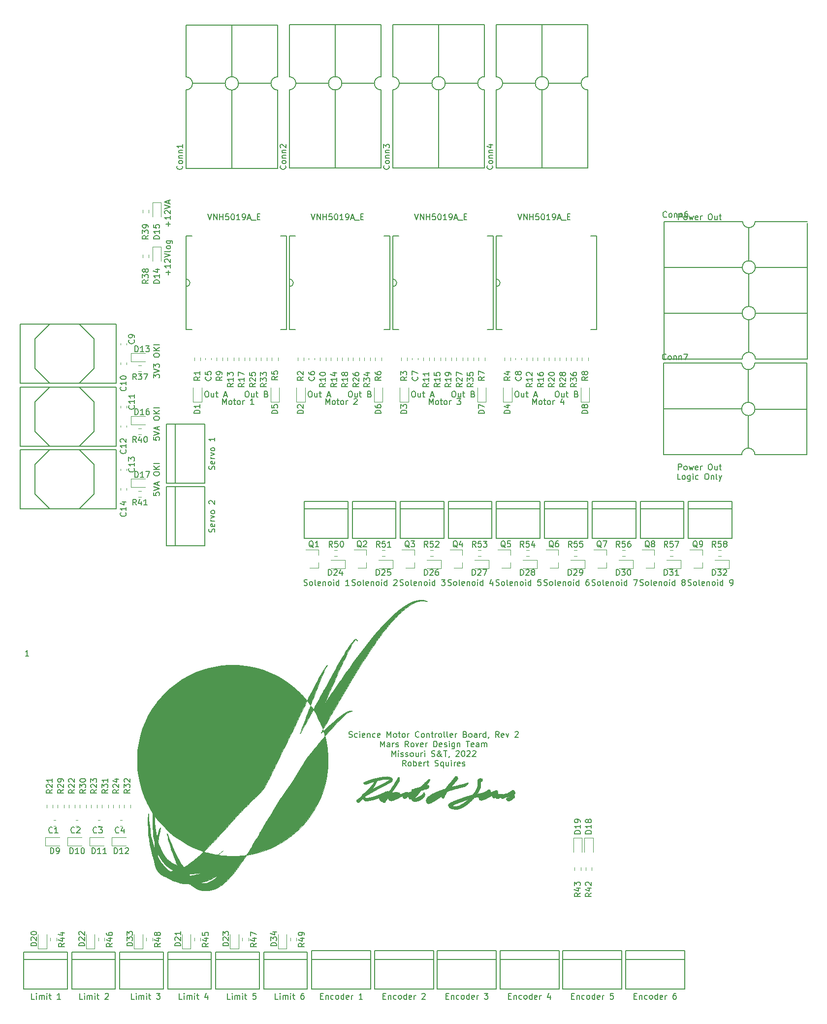
<source format=gbr>
%TF.GenerationSoftware,KiCad,Pcbnew,(5.1.10)-1*%
%TF.CreationDate,2022-03-20T16:18:04-05:00*%
%TF.ProjectId,ScienceMotorController,53636965-6e63-4654-9d6f-746f72436f6e,rev?*%
%TF.SameCoordinates,Original*%
%TF.FileFunction,Legend,Top*%
%TF.FilePolarity,Positive*%
%FSLAX46Y46*%
G04 Gerber Fmt 4.6, Leading zero omitted, Abs format (unit mm)*
G04 Created by KiCad (PCBNEW (5.1.10)-1) date 2022-03-20 16:18:04*
%MOMM*%
%LPD*%
G01*
G04 APERTURE LIST*
%ADD10C,0.150000*%
%ADD11C,0.010000*%
%ADD12C,0.120000*%
%ADD13C,0.152400*%
G04 APERTURE END LIST*
D10*
X149789047Y-46759761D02*
X149931904Y-46807380D01*
X150170000Y-46807380D01*
X150265238Y-46759761D01*
X150312857Y-46712142D01*
X150360476Y-46616904D01*
X150360476Y-46521666D01*
X150312857Y-46426428D01*
X150265238Y-46378809D01*
X150170000Y-46331190D01*
X149979523Y-46283571D01*
X149884285Y-46235952D01*
X149836666Y-46188333D01*
X149789047Y-46093095D01*
X149789047Y-45997857D01*
X149836666Y-45902619D01*
X149884285Y-45855000D01*
X149979523Y-45807380D01*
X150217619Y-45807380D01*
X150360476Y-45855000D01*
X150931904Y-46807380D02*
X150836666Y-46759761D01*
X150789047Y-46712142D01*
X150741428Y-46616904D01*
X150741428Y-46331190D01*
X150789047Y-46235952D01*
X150836666Y-46188333D01*
X150931904Y-46140714D01*
X151074761Y-46140714D01*
X151170000Y-46188333D01*
X151217619Y-46235952D01*
X151265238Y-46331190D01*
X151265238Y-46616904D01*
X151217619Y-46712142D01*
X151170000Y-46759761D01*
X151074761Y-46807380D01*
X150931904Y-46807380D01*
X151836666Y-46807380D02*
X151741428Y-46759761D01*
X151693809Y-46664523D01*
X151693809Y-45807380D01*
X152598571Y-46759761D02*
X152503333Y-46807380D01*
X152312857Y-46807380D01*
X152217619Y-46759761D01*
X152170000Y-46664523D01*
X152170000Y-46283571D01*
X152217619Y-46188333D01*
X152312857Y-46140714D01*
X152503333Y-46140714D01*
X152598571Y-46188333D01*
X152646190Y-46283571D01*
X152646190Y-46378809D01*
X152170000Y-46474047D01*
X153074761Y-46140714D02*
X153074761Y-46807380D01*
X153074761Y-46235952D02*
X153122380Y-46188333D01*
X153217619Y-46140714D01*
X153360476Y-46140714D01*
X153455714Y-46188333D01*
X153503333Y-46283571D01*
X153503333Y-46807380D01*
X154122380Y-46807380D02*
X154027142Y-46759761D01*
X153979523Y-46712142D01*
X153931904Y-46616904D01*
X153931904Y-46331190D01*
X153979523Y-46235952D01*
X154027142Y-46188333D01*
X154122380Y-46140714D01*
X154265238Y-46140714D01*
X154360476Y-46188333D01*
X154408095Y-46235952D01*
X154455714Y-46331190D01*
X154455714Y-46616904D01*
X154408095Y-46712142D01*
X154360476Y-46759761D01*
X154265238Y-46807380D01*
X154122380Y-46807380D01*
X154884285Y-46807380D02*
X154884285Y-46140714D01*
X154884285Y-45807380D02*
X154836666Y-45855000D01*
X154884285Y-45902619D01*
X154931904Y-45855000D01*
X154884285Y-45807380D01*
X154884285Y-45902619D01*
X155789047Y-46807380D02*
X155789047Y-45807380D01*
X155789047Y-46759761D02*
X155693809Y-46807380D01*
X155503333Y-46807380D01*
X155408095Y-46759761D01*
X155360476Y-46712142D01*
X155312857Y-46616904D01*
X155312857Y-46331190D01*
X155360476Y-46235952D01*
X155408095Y-46188333D01*
X155503333Y-46140714D01*
X155693809Y-46140714D01*
X155789047Y-46188333D01*
X157074761Y-46807380D02*
X157265238Y-46807380D01*
X157360476Y-46759761D01*
X157408095Y-46712142D01*
X157503333Y-46569285D01*
X157550952Y-46378809D01*
X157550952Y-45997857D01*
X157503333Y-45902619D01*
X157455714Y-45855000D01*
X157360476Y-45807380D01*
X157170000Y-45807380D01*
X157074761Y-45855000D01*
X157027142Y-45902619D01*
X156979523Y-45997857D01*
X156979523Y-46235952D01*
X157027142Y-46331190D01*
X157074761Y-46378809D01*
X157170000Y-46426428D01*
X157360476Y-46426428D01*
X157455714Y-46378809D01*
X157503333Y-46331190D01*
X157550952Y-46235952D01*
X141534047Y-46759761D02*
X141676904Y-46807380D01*
X141915000Y-46807380D01*
X142010238Y-46759761D01*
X142057857Y-46712142D01*
X142105476Y-46616904D01*
X142105476Y-46521666D01*
X142057857Y-46426428D01*
X142010238Y-46378809D01*
X141915000Y-46331190D01*
X141724523Y-46283571D01*
X141629285Y-46235952D01*
X141581666Y-46188333D01*
X141534047Y-46093095D01*
X141534047Y-45997857D01*
X141581666Y-45902619D01*
X141629285Y-45855000D01*
X141724523Y-45807380D01*
X141962619Y-45807380D01*
X142105476Y-45855000D01*
X142676904Y-46807380D02*
X142581666Y-46759761D01*
X142534047Y-46712142D01*
X142486428Y-46616904D01*
X142486428Y-46331190D01*
X142534047Y-46235952D01*
X142581666Y-46188333D01*
X142676904Y-46140714D01*
X142819761Y-46140714D01*
X142915000Y-46188333D01*
X142962619Y-46235952D01*
X143010238Y-46331190D01*
X143010238Y-46616904D01*
X142962619Y-46712142D01*
X142915000Y-46759761D01*
X142819761Y-46807380D01*
X142676904Y-46807380D01*
X143581666Y-46807380D02*
X143486428Y-46759761D01*
X143438809Y-46664523D01*
X143438809Y-45807380D01*
X144343571Y-46759761D02*
X144248333Y-46807380D01*
X144057857Y-46807380D01*
X143962619Y-46759761D01*
X143915000Y-46664523D01*
X143915000Y-46283571D01*
X143962619Y-46188333D01*
X144057857Y-46140714D01*
X144248333Y-46140714D01*
X144343571Y-46188333D01*
X144391190Y-46283571D01*
X144391190Y-46378809D01*
X143915000Y-46474047D01*
X144819761Y-46140714D02*
X144819761Y-46807380D01*
X144819761Y-46235952D02*
X144867380Y-46188333D01*
X144962619Y-46140714D01*
X145105476Y-46140714D01*
X145200714Y-46188333D01*
X145248333Y-46283571D01*
X145248333Y-46807380D01*
X145867380Y-46807380D02*
X145772142Y-46759761D01*
X145724523Y-46712142D01*
X145676904Y-46616904D01*
X145676904Y-46331190D01*
X145724523Y-46235952D01*
X145772142Y-46188333D01*
X145867380Y-46140714D01*
X146010238Y-46140714D01*
X146105476Y-46188333D01*
X146153095Y-46235952D01*
X146200714Y-46331190D01*
X146200714Y-46616904D01*
X146153095Y-46712142D01*
X146105476Y-46759761D01*
X146010238Y-46807380D01*
X145867380Y-46807380D01*
X146629285Y-46807380D02*
X146629285Y-46140714D01*
X146629285Y-45807380D02*
X146581666Y-45855000D01*
X146629285Y-45902619D01*
X146676904Y-45855000D01*
X146629285Y-45807380D01*
X146629285Y-45902619D01*
X147534047Y-46807380D02*
X147534047Y-45807380D01*
X147534047Y-46759761D02*
X147438809Y-46807380D01*
X147248333Y-46807380D01*
X147153095Y-46759761D01*
X147105476Y-46712142D01*
X147057857Y-46616904D01*
X147057857Y-46331190D01*
X147105476Y-46235952D01*
X147153095Y-46188333D01*
X147248333Y-46140714D01*
X147438809Y-46140714D01*
X147534047Y-46188333D01*
X148915000Y-46235952D02*
X148819761Y-46188333D01*
X148772142Y-46140714D01*
X148724523Y-46045476D01*
X148724523Y-45997857D01*
X148772142Y-45902619D01*
X148819761Y-45855000D01*
X148915000Y-45807380D01*
X149105476Y-45807380D01*
X149200714Y-45855000D01*
X149248333Y-45902619D01*
X149295952Y-45997857D01*
X149295952Y-46045476D01*
X149248333Y-46140714D01*
X149200714Y-46188333D01*
X149105476Y-46235952D01*
X148915000Y-46235952D01*
X148819761Y-46283571D01*
X148772142Y-46331190D01*
X148724523Y-46426428D01*
X148724523Y-46616904D01*
X148772142Y-46712142D01*
X148819761Y-46759761D01*
X148915000Y-46807380D01*
X149105476Y-46807380D01*
X149200714Y-46759761D01*
X149248333Y-46712142D01*
X149295952Y-46616904D01*
X149295952Y-46426428D01*
X149248333Y-46331190D01*
X149200714Y-46283571D01*
X149105476Y-46235952D01*
X133279047Y-46759761D02*
X133421904Y-46807380D01*
X133660000Y-46807380D01*
X133755238Y-46759761D01*
X133802857Y-46712142D01*
X133850476Y-46616904D01*
X133850476Y-46521666D01*
X133802857Y-46426428D01*
X133755238Y-46378809D01*
X133660000Y-46331190D01*
X133469523Y-46283571D01*
X133374285Y-46235952D01*
X133326666Y-46188333D01*
X133279047Y-46093095D01*
X133279047Y-45997857D01*
X133326666Y-45902619D01*
X133374285Y-45855000D01*
X133469523Y-45807380D01*
X133707619Y-45807380D01*
X133850476Y-45855000D01*
X134421904Y-46807380D02*
X134326666Y-46759761D01*
X134279047Y-46712142D01*
X134231428Y-46616904D01*
X134231428Y-46331190D01*
X134279047Y-46235952D01*
X134326666Y-46188333D01*
X134421904Y-46140714D01*
X134564761Y-46140714D01*
X134660000Y-46188333D01*
X134707619Y-46235952D01*
X134755238Y-46331190D01*
X134755238Y-46616904D01*
X134707619Y-46712142D01*
X134660000Y-46759761D01*
X134564761Y-46807380D01*
X134421904Y-46807380D01*
X135326666Y-46807380D02*
X135231428Y-46759761D01*
X135183809Y-46664523D01*
X135183809Y-45807380D01*
X136088571Y-46759761D02*
X135993333Y-46807380D01*
X135802857Y-46807380D01*
X135707619Y-46759761D01*
X135660000Y-46664523D01*
X135660000Y-46283571D01*
X135707619Y-46188333D01*
X135802857Y-46140714D01*
X135993333Y-46140714D01*
X136088571Y-46188333D01*
X136136190Y-46283571D01*
X136136190Y-46378809D01*
X135660000Y-46474047D01*
X136564761Y-46140714D02*
X136564761Y-46807380D01*
X136564761Y-46235952D02*
X136612380Y-46188333D01*
X136707619Y-46140714D01*
X136850476Y-46140714D01*
X136945714Y-46188333D01*
X136993333Y-46283571D01*
X136993333Y-46807380D01*
X137612380Y-46807380D02*
X137517142Y-46759761D01*
X137469523Y-46712142D01*
X137421904Y-46616904D01*
X137421904Y-46331190D01*
X137469523Y-46235952D01*
X137517142Y-46188333D01*
X137612380Y-46140714D01*
X137755238Y-46140714D01*
X137850476Y-46188333D01*
X137898095Y-46235952D01*
X137945714Y-46331190D01*
X137945714Y-46616904D01*
X137898095Y-46712142D01*
X137850476Y-46759761D01*
X137755238Y-46807380D01*
X137612380Y-46807380D01*
X138374285Y-46807380D02*
X138374285Y-46140714D01*
X138374285Y-45807380D02*
X138326666Y-45855000D01*
X138374285Y-45902619D01*
X138421904Y-45855000D01*
X138374285Y-45807380D01*
X138374285Y-45902619D01*
X139279047Y-46807380D02*
X139279047Y-45807380D01*
X139279047Y-46759761D02*
X139183809Y-46807380D01*
X138993333Y-46807380D01*
X138898095Y-46759761D01*
X138850476Y-46712142D01*
X138802857Y-46616904D01*
X138802857Y-46331190D01*
X138850476Y-46235952D01*
X138898095Y-46188333D01*
X138993333Y-46140714D01*
X139183809Y-46140714D01*
X139279047Y-46188333D01*
X140421904Y-45807380D02*
X141088571Y-45807380D01*
X140660000Y-46807380D01*
X125024047Y-46759761D02*
X125166904Y-46807380D01*
X125405000Y-46807380D01*
X125500238Y-46759761D01*
X125547857Y-46712142D01*
X125595476Y-46616904D01*
X125595476Y-46521666D01*
X125547857Y-46426428D01*
X125500238Y-46378809D01*
X125405000Y-46331190D01*
X125214523Y-46283571D01*
X125119285Y-46235952D01*
X125071666Y-46188333D01*
X125024047Y-46093095D01*
X125024047Y-45997857D01*
X125071666Y-45902619D01*
X125119285Y-45855000D01*
X125214523Y-45807380D01*
X125452619Y-45807380D01*
X125595476Y-45855000D01*
X126166904Y-46807380D02*
X126071666Y-46759761D01*
X126024047Y-46712142D01*
X125976428Y-46616904D01*
X125976428Y-46331190D01*
X126024047Y-46235952D01*
X126071666Y-46188333D01*
X126166904Y-46140714D01*
X126309761Y-46140714D01*
X126405000Y-46188333D01*
X126452619Y-46235952D01*
X126500238Y-46331190D01*
X126500238Y-46616904D01*
X126452619Y-46712142D01*
X126405000Y-46759761D01*
X126309761Y-46807380D01*
X126166904Y-46807380D01*
X127071666Y-46807380D02*
X126976428Y-46759761D01*
X126928809Y-46664523D01*
X126928809Y-45807380D01*
X127833571Y-46759761D02*
X127738333Y-46807380D01*
X127547857Y-46807380D01*
X127452619Y-46759761D01*
X127405000Y-46664523D01*
X127405000Y-46283571D01*
X127452619Y-46188333D01*
X127547857Y-46140714D01*
X127738333Y-46140714D01*
X127833571Y-46188333D01*
X127881190Y-46283571D01*
X127881190Y-46378809D01*
X127405000Y-46474047D01*
X128309761Y-46140714D02*
X128309761Y-46807380D01*
X128309761Y-46235952D02*
X128357380Y-46188333D01*
X128452619Y-46140714D01*
X128595476Y-46140714D01*
X128690714Y-46188333D01*
X128738333Y-46283571D01*
X128738333Y-46807380D01*
X129357380Y-46807380D02*
X129262142Y-46759761D01*
X129214523Y-46712142D01*
X129166904Y-46616904D01*
X129166904Y-46331190D01*
X129214523Y-46235952D01*
X129262142Y-46188333D01*
X129357380Y-46140714D01*
X129500238Y-46140714D01*
X129595476Y-46188333D01*
X129643095Y-46235952D01*
X129690714Y-46331190D01*
X129690714Y-46616904D01*
X129643095Y-46712142D01*
X129595476Y-46759761D01*
X129500238Y-46807380D01*
X129357380Y-46807380D01*
X130119285Y-46807380D02*
X130119285Y-46140714D01*
X130119285Y-45807380D02*
X130071666Y-45855000D01*
X130119285Y-45902619D01*
X130166904Y-45855000D01*
X130119285Y-45807380D01*
X130119285Y-45902619D01*
X131024047Y-46807380D02*
X131024047Y-45807380D01*
X131024047Y-46759761D02*
X130928809Y-46807380D01*
X130738333Y-46807380D01*
X130643095Y-46759761D01*
X130595476Y-46712142D01*
X130547857Y-46616904D01*
X130547857Y-46331190D01*
X130595476Y-46235952D01*
X130643095Y-46188333D01*
X130738333Y-46140714D01*
X130928809Y-46140714D01*
X131024047Y-46188333D01*
X132690714Y-45807380D02*
X132500238Y-45807380D01*
X132405000Y-45855000D01*
X132357380Y-45902619D01*
X132262142Y-46045476D01*
X132214523Y-46235952D01*
X132214523Y-46616904D01*
X132262142Y-46712142D01*
X132309761Y-46759761D01*
X132405000Y-46807380D01*
X132595476Y-46807380D01*
X132690714Y-46759761D01*
X132738333Y-46712142D01*
X132785952Y-46616904D01*
X132785952Y-46378809D01*
X132738333Y-46283571D01*
X132690714Y-46235952D01*
X132595476Y-46188333D01*
X132405000Y-46188333D01*
X132309761Y-46235952D01*
X132262142Y-46283571D01*
X132214523Y-46378809D01*
X116769047Y-46759761D02*
X116911904Y-46807380D01*
X117150000Y-46807380D01*
X117245238Y-46759761D01*
X117292857Y-46712142D01*
X117340476Y-46616904D01*
X117340476Y-46521666D01*
X117292857Y-46426428D01*
X117245238Y-46378809D01*
X117150000Y-46331190D01*
X116959523Y-46283571D01*
X116864285Y-46235952D01*
X116816666Y-46188333D01*
X116769047Y-46093095D01*
X116769047Y-45997857D01*
X116816666Y-45902619D01*
X116864285Y-45855000D01*
X116959523Y-45807380D01*
X117197619Y-45807380D01*
X117340476Y-45855000D01*
X117911904Y-46807380D02*
X117816666Y-46759761D01*
X117769047Y-46712142D01*
X117721428Y-46616904D01*
X117721428Y-46331190D01*
X117769047Y-46235952D01*
X117816666Y-46188333D01*
X117911904Y-46140714D01*
X118054761Y-46140714D01*
X118150000Y-46188333D01*
X118197619Y-46235952D01*
X118245238Y-46331190D01*
X118245238Y-46616904D01*
X118197619Y-46712142D01*
X118150000Y-46759761D01*
X118054761Y-46807380D01*
X117911904Y-46807380D01*
X118816666Y-46807380D02*
X118721428Y-46759761D01*
X118673809Y-46664523D01*
X118673809Y-45807380D01*
X119578571Y-46759761D02*
X119483333Y-46807380D01*
X119292857Y-46807380D01*
X119197619Y-46759761D01*
X119150000Y-46664523D01*
X119150000Y-46283571D01*
X119197619Y-46188333D01*
X119292857Y-46140714D01*
X119483333Y-46140714D01*
X119578571Y-46188333D01*
X119626190Y-46283571D01*
X119626190Y-46378809D01*
X119150000Y-46474047D01*
X120054761Y-46140714D02*
X120054761Y-46807380D01*
X120054761Y-46235952D02*
X120102380Y-46188333D01*
X120197619Y-46140714D01*
X120340476Y-46140714D01*
X120435714Y-46188333D01*
X120483333Y-46283571D01*
X120483333Y-46807380D01*
X121102380Y-46807380D02*
X121007142Y-46759761D01*
X120959523Y-46712142D01*
X120911904Y-46616904D01*
X120911904Y-46331190D01*
X120959523Y-46235952D01*
X121007142Y-46188333D01*
X121102380Y-46140714D01*
X121245238Y-46140714D01*
X121340476Y-46188333D01*
X121388095Y-46235952D01*
X121435714Y-46331190D01*
X121435714Y-46616904D01*
X121388095Y-46712142D01*
X121340476Y-46759761D01*
X121245238Y-46807380D01*
X121102380Y-46807380D01*
X121864285Y-46807380D02*
X121864285Y-46140714D01*
X121864285Y-45807380D02*
X121816666Y-45855000D01*
X121864285Y-45902619D01*
X121911904Y-45855000D01*
X121864285Y-45807380D01*
X121864285Y-45902619D01*
X122769047Y-46807380D02*
X122769047Y-45807380D01*
X122769047Y-46759761D02*
X122673809Y-46807380D01*
X122483333Y-46807380D01*
X122388095Y-46759761D01*
X122340476Y-46712142D01*
X122292857Y-46616904D01*
X122292857Y-46331190D01*
X122340476Y-46235952D01*
X122388095Y-46188333D01*
X122483333Y-46140714D01*
X122673809Y-46140714D01*
X122769047Y-46188333D01*
X124483333Y-45807380D02*
X124007142Y-45807380D01*
X123959523Y-46283571D01*
X124007142Y-46235952D01*
X124102380Y-46188333D01*
X124340476Y-46188333D01*
X124435714Y-46235952D01*
X124483333Y-46283571D01*
X124530952Y-46378809D01*
X124530952Y-46616904D01*
X124483333Y-46712142D01*
X124435714Y-46759761D01*
X124340476Y-46807380D01*
X124102380Y-46807380D01*
X124007142Y-46759761D01*
X123959523Y-46712142D01*
X108514047Y-46759761D02*
X108656904Y-46807380D01*
X108895000Y-46807380D01*
X108990238Y-46759761D01*
X109037857Y-46712142D01*
X109085476Y-46616904D01*
X109085476Y-46521666D01*
X109037857Y-46426428D01*
X108990238Y-46378809D01*
X108895000Y-46331190D01*
X108704523Y-46283571D01*
X108609285Y-46235952D01*
X108561666Y-46188333D01*
X108514047Y-46093095D01*
X108514047Y-45997857D01*
X108561666Y-45902619D01*
X108609285Y-45855000D01*
X108704523Y-45807380D01*
X108942619Y-45807380D01*
X109085476Y-45855000D01*
X109656904Y-46807380D02*
X109561666Y-46759761D01*
X109514047Y-46712142D01*
X109466428Y-46616904D01*
X109466428Y-46331190D01*
X109514047Y-46235952D01*
X109561666Y-46188333D01*
X109656904Y-46140714D01*
X109799761Y-46140714D01*
X109895000Y-46188333D01*
X109942619Y-46235952D01*
X109990238Y-46331190D01*
X109990238Y-46616904D01*
X109942619Y-46712142D01*
X109895000Y-46759761D01*
X109799761Y-46807380D01*
X109656904Y-46807380D01*
X110561666Y-46807380D02*
X110466428Y-46759761D01*
X110418809Y-46664523D01*
X110418809Y-45807380D01*
X111323571Y-46759761D02*
X111228333Y-46807380D01*
X111037857Y-46807380D01*
X110942619Y-46759761D01*
X110895000Y-46664523D01*
X110895000Y-46283571D01*
X110942619Y-46188333D01*
X111037857Y-46140714D01*
X111228333Y-46140714D01*
X111323571Y-46188333D01*
X111371190Y-46283571D01*
X111371190Y-46378809D01*
X110895000Y-46474047D01*
X111799761Y-46140714D02*
X111799761Y-46807380D01*
X111799761Y-46235952D02*
X111847380Y-46188333D01*
X111942619Y-46140714D01*
X112085476Y-46140714D01*
X112180714Y-46188333D01*
X112228333Y-46283571D01*
X112228333Y-46807380D01*
X112847380Y-46807380D02*
X112752142Y-46759761D01*
X112704523Y-46712142D01*
X112656904Y-46616904D01*
X112656904Y-46331190D01*
X112704523Y-46235952D01*
X112752142Y-46188333D01*
X112847380Y-46140714D01*
X112990238Y-46140714D01*
X113085476Y-46188333D01*
X113133095Y-46235952D01*
X113180714Y-46331190D01*
X113180714Y-46616904D01*
X113133095Y-46712142D01*
X113085476Y-46759761D01*
X112990238Y-46807380D01*
X112847380Y-46807380D01*
X113609285Y-46807380D02*
X113609285Y-46140714D01*
X113609285Y-45807380D02*
X113561666Y-45855000D01*
X113609285Y-45902619D01*
X113656904Y-45855000D01*
X113609285Y-45807380D01*
X113609285Y-45902619D01*
X114514047Y-46807380D02*
X114514047Y-45807380D01*
X114514047Y-46759761D02*
X114418809Y-46807380D01*
X114228333Y-46807380D01*
X114133095Y-46759761D01*
X114085476Y-46712142D01*
X114037857Y-46616904D01*
X114037857Y-46331190D01*
X114085476Y-46235952D01*
X114133095Y-46188333D01*
X114228333Y-46140714D01*
X114418809Y-46140714D01*
X114514047Y-46188333D01*
X116180714Y-46140714D02*
X116180714Y-46807380D01*
X115942619Y-45759761D02*
X115704523Y-46474047D01*
X116323571Y-46474047D01*
X100259047Y-46759761D02*
X100401904Y-46807380D01*
X100640000Y-46807380D01*
X100735238Y-46759761D01*
X100782857Y-46712142D01*
X100830476Y-46616904D01*
X100830476Y-46521666D01*
X100782857Y-46426428D01*
X100735238Y-46378809D01*
X100640000Y-46331190D01*
X100449523Y-46283571D01*
X100354285Y-46235952D01*
X100306666Y-46188333D01*
X100259047Y-46093095D01*
X100259047Y-45997857D01*
X100306666Y-45902619D01*
X100354285Y-45855000D01*
X100449523Y-45807380D01*
X100687619Y-45807380D01*
X100830476Y-45855000D01*
X101401904Y-46807380D02*
X101306666Y-46759761D01*
X101259047Y-46712142D01*
X101211428Y-46616904D01*
X101211428Y-46331190D01*
X101259047Y-46235952D01*
X101306666Y-46188333D01*
X101401904Y-46140714D01*
X101544761Y-46140714D01*
X101640000Y-46188333D01*
X101687619Y-46235952D01*
X101735238Y-46331190D01*
X101735238Y-46616904D01*
X101687619Y-46712142D01*
X101640000Y-46759761D01*
X101544761Y-46807380D01*
X101401904Y-46807380D01*
X102306666Y-46807380D02*
X102211428Y-46759761D01*
X102163809Y-46664523D01*
X102163809Y-45807380D01*
X103068571Y-46759761D02*
X102973333Y-46807380D01*
X102782857Y-46807380D01*
X102687619Y-46759761D01*
X102640000Y-46664523D01*
X102640000Y-46283571D01*
X102687619Y-46188333D01*
X102782857Y-46140714D01*
X102973333Y-46140714D01*
X103068571Y-46188333D01*
X103116190Y-46283571D01*
X103116190Y-46378809D01*
X102640000Y-46474047D01*
X103544761Y-46140714D02*
X103544761Y-46807380D01*
X103544761Y-46235952D02*
X103592380Y-46188333D01*
X103687619Y-46140714D01*
X103830476Y-46140714D01*
X103925714Y-46188333D01*
X103973333Y-46283571D01*
X103973333Y-46807380D01*
X104592380Y-46807380D02*
X104497142Y-46759761D01*
X104449523Y-46712142D01*
X104401904Y-46616904D01*
X104401904Y-46331190D01*
X104449523Y-46235952D01*
X104497142Y-46188333D01*
X104592380Y-46140714D01*
X104735238Y-46140714D01*
X104830476Y-46188333D01*
X104878095Y-46235952D01*
X104925714Y-46331190D01*
X104925714Y-46616904D01*
X104878095Y-46712142D01*
X104830476Y-46759761D01*
X104735238Y-46807380D01*
X104592380Y-46807380D01*
X105354285Y-46807380D02*
X105354285Y-46140714D01*
X105354285Y-45807380D02*
X105306666Y-45855000D01*
X105354285Y-45902619D01*
X105401904Y-45855000D01*
X105354285Y-45807380D01*
X105354285Y-45902619D01*
X106259047Y-46807380D02*
X106259047Y-45807380D01*
X106259047Y-46759761D02*
X106163809Y-46807380D01*
X105973333Y-46807380D01*
X105878095Y-46759761D01*
X105830476Y-46712142D01*
X105782857Y-46616904D01*
X105782857Y-46331190D01*
X105830476Y-46235952D01*
X105878095Y-46188333D01*
X105973333Y-46140714D01*
X106163809Y-46140714D01*
X106259047Y-46188333D01*
X107401904Y-45807380D02*
X108020952Y-45807380D01*
X107687619Y-46188333D01*
X107830476Y-46188333D01*
X107925714Y-46235952D01*
X107973333Y-46283571D01*
X108020952Y-46378809D01*
X108020952Y-46616904D01*
X107973333Y-46712142D01*
X107925714Y-46759761D01*
X107830476Y-46807380D01*
X107544761Y-46807380D01*
X107449523Y-46759761D01*
X107401904Y-46712142D01*
X92004047Y-46759761D02*
X92146904Y-46807380D01*
X92385000Y-46807380D01*
X92480238Y-46759761D01*
X92527857Y-46712142D01*
X92575476Y-46616904D01*
X92575476Y-46521666D01*
X92527857Y-46426428D01*
X92480238Y-46378809D01*
X92385000Y-46331190D01*
X92194523Y-46283571D01*
X92099285Y-46235952D01*
X92051666Y-46188333D01*
X92004047Y-46093095D01*
X92004047Y-45997857D01*
X92051666Y-45902619D01*
X92099285Y-45855000D01*
X92194523Y-45807380D01*
X92432619Y-45807380D01*
X92575476Y-45855000D01*
X93146904Y-46807380D02*
X93051666Y-46759761D01*
X93004047Y-46712142D01*
X92956428Y-46616904D01*
X92956428Y-46331190D01*
X93004047Y-46235952D01*
X93051666Y-46188333D01*
X93146904Y-46140714D01*
X93289761Y-46140714D01*
X93385000Y-46188333D01*
X93432619Y-46235952D01*
X93480238Y-46331190D01*
X93480238Y-46616904D01*
X93432619Y-46712142D01*
X93385000Y-46759761D01*
X93289761Y-46807380D01*
X93146904Y-46807380D01*
X94051666Y-46807380D02*
X93956428Y-46759761D01*
X93908809Y-46664523D01*
X93908809Y-45807380D01*
X94813571Y-46759761D02*
X94718333Y-46807380D01*
X94527857Y-46807380D01*
X94432619Y-46759761D01*
X94385000Y-46664523D01*
X94385000Y-46283571D01*
X94432619Y-46188333D01*
X94527857Y-46140714D01*
X94718333Y-46140714D01*
X94813571Y-46188333D01*
X94861190Y-46283571D01*
X94861190Y-46378809D01*
X94385000Y-46474047D01*
X95289761Y-46140714D02*
X95289761Y-46807380D01*
X95289761Y-46235952D02*
X95337380Y-46188333D01*
X95432619Y-46140714D01*
X95575476Y-46140714D01*
X95670714Y-46188333D01*
X95718333Y-46283571D01*
X95718333Y-46807380D01*
X96337380Y-46807380D02*
X96242142Y-46759761D01*
X96194523Y-46712142D01*
X96146904Y-46616904D01*
X96146904Y-46331190D01*
X96194523Y-46235952D01*
X96242142Y-46188333D01*
X96337380Y-46140714D01*
X96480238Y-46140714D01*
X96575476Y-46188333D01*
X96623095Y-46235952D01*
X96670714Y-46331190D01*
X96670714Y-46616904D01*
X96623095Y-46712142D01*
X96575476Y-46759761D01*
X96480238Y-46807380D01*
X96337380Y-46807380D01*
X97099285Y-46807380D02*
X97099285Y-46140714D01*
X97099285Y-45807380D02*
X97051666Y-45855000D01*
X97099285Y-45902619D01*
X97146904Y-45855000D01*
X97099285Y-45807380D01*
X97099285Y-45902619D01*
X98004047Y-46807380D02*
X98004047Y-45807380D01*
X98004047Y-46759761D02*
X97908809Y-46807380D01*
X97718333Y-46807380D01*
X97623095Y-46759761D01*
X97575476Y-46712142D01*
X97527857Y-46616904D01*
X97527857Y-46331190D01*
X97575476Y-46235952D01*
X97623095Y-46188333D01*
X97718333Y-46140714D01*
X97908809Y-46140714D01*
X98004047Y-46188333D01*
X99194523Y-45902619D02*
X99242142Y-45855000D01*
X99337380Y-45807380D01*
X99575476Y-45807380D01*
X99670714Y-45855000D01*
X99718333Y-45902619D01*
X99765952Y-45997857D01*
X99765952Y-46093095D01*
X99718333Y-46235952D01*
X99146904Y-46807380D01*
X99765952Y-46807380D01*
X83749047Y-46759761D02*
X83891904Y-46807380D01*
X84130000Y-46807380D01*
X84225238Y-46759761D01*
X84272857Y-46712142D01*
X84320476Y-46616904D01*
X84320476Y-46521666D01*
X84272857Y-46426428D01*
X84225238Y-46378809D01*
X84130000Y-46331190D01*
X83939523Y-46283571D01*
X83844285Y-46235952D01*
X83796666Y-46188333D01*
X83749047Y-46093095D01*
X83749047Y-45997857D01*
X83796666Y-45902619D01*
X83844285Y-45855000D01*
X83939523Y-45807380D01*
X84177619Y-45807380D01*
X84320476Y-45855000D01*
X84891904Y-46807380D02*
X84796666Y-46759761D01*
X84749047Y-46712142D01*
X84701428Y-46616904D01*
X84701428Y-46331190D01*
X84749047Y-46235952D01*
X84796666Y-46188333D01*
X84891904Y-46140714D01*
X85034761Y-46140714D01*
X85130000Y-46188333D01*
X85177619Y-46235952D01*
X85225238Y-46331190D01*
X85225238Y-46616904D01*
X85177619Y-46712142D01*
X85130000Y-46759761D01*
X85034761Y-46807380D01*
X84891904Y-46807380D01*
X85796666Y-46807380D02*
X85701428Y-46759761D01*
X85653809Y-46664523D01*
X85653809Y-45807380D01*
X86558571Y-46759761D02*
X86463333Y-46807380D01*
X86272857Y-46807380D01*
X86177619Y-46759761D01*
X86130000Y-46664523D01*
X86130000Y-46283571D01*
X86177619Y-46188333D01*
X86272857Y-46140714D01*
X86463333Y-46140714D01*
X86558571Y-46188333D01*
X86606190Y-46283571D01*
X86606190Y-46378809D01*
X86130000Y-46474047D01*
X87034761Y-46140714D02*
X87034761Y-46807380D01*
X87034761Y-46235952D02*
X87082380Y-46188333D01*
X87177619Y-46140714D01*
X87320476Y-46140714D01*
X87415714Y-46188333D01*
X87463333Y-46283571D01*
X87463333Y-46807380D01*
X88082380Y-46807380D02*
X87987142Y-46759761D01*
X87939523Y-46712142D01*
X87891904Y-46616904D01*
X87891904Y-46331190D01*
X87939523Y-46235952D01*
X87987142Y-46188333D01*
X88082380Y-46140714D01*
X88225238Y-46140714D01*
X88320476Y-46188333D01*
X88368095Y-46235952D01*
X88415714Y-46331190D01*
X88415714Y-46616904D01*
X88368095Y-46712142D01*
X88320476Y-46759761D01*
X88225238Y-46807380D01*
X88082380Y-46807380D01*
X88844285Y-46807380D02*
X88844285Y-46140714D01*
X88844285Y-45807380D02*
X88796666Y-45855000D01*
X88844285Y-45902619D01*
X88891904Y-45855000D01*
X88844285Y-45807380D01*
X88844285Y-45902619D01*
X89749047Y-46807380D02*
X89749047Y-45807380D01*
X89749047Y-46759761D02*
X89653809Y-46807380D01*
X89463333Y-46807380D01*
X89368095Y-46759761D01*
X89320476Y-46712142D01*
X89272857Y-46616904D01*
X89272857Y-46331190D01*
X89320476Y-46235952D01*
X89368095Y-46188333D01*
X89463333Y-46140714D01*
X89653809Y-46140714D01*
X89749047Y-46188333D01*
X91510952Y-46807380D02*
X90939523Y-46807380D01*
X91225238Y-46807380D02*
X91225238Y-45807380D01*
X91130000Y-45950238D01*
X91034761Y-46045476D01*
X90939523Y-46093095D01*
X91473571Y-72859761D02*
X91616428Y-72907380D01*
X91854523Y-72907380D01*
X91949761Y-72859761D01*
X91997380Y-72812142D01*
X92045000Y-72716904D01*
X92045000Y-72621666D01*
X91997380Y-72526428D01*
X91949761Y-72478809D01*
X91854523Y-72431190D01*
X91664047Y-72383571D01*
X91568809Y-72335952D01*
X91521190Y-72288333D01*
X91473571Y-72193095D01*
X91473571Y-72097857D01*
X91521190Y-72002619D01*
X91568809Y-71955000D01*
X91664047Y-71907380D01*
X91902142Y-71907380D01*
X92045000Y-71955000D01*
X92902142Y-72859761D02*
X92806904Y-72907380D01*
X92616428Y-72907380D01*
X92521190Y-72859761D01*
X92473571Y-72812142D01*
X92425952Y-72716904D01*
X92425952Y-72431190D01*
X92473571Y-72335952D01*
X92521190Y-72288333D01*
X92616428Y-72240714D01*
X92806904Y-72240714D01*
X92902142Y-72288333D01*
X93330714Y-72907380D02*
X93330714Y-72240714D01*
X93330714Y-71907380D02*
X93283095Y-71955000D01*
X93330714Y-72002619D01*
X93378333Y-71955000D01*
X93330714Y-71907380D01*
X93330714Y-72002619D01*
X94187857Y-72859761D02*
X94092619Y-72907380D01*
X93902142Y-72907380D01*
X93806904Y-72859761D01*
X93759285Y-72764523D01*
X93759285Y-72383571D01*
X93806904Y-72288333D01*
X93902142Y-72240714D01*
X94092619Y-72240714D01*
X94187857Y-72288333D01*
X94235476Y-72383571D01*
X94235476Y-72478809D01*
X93759285Y-72574047D01*
X94664047Y-72240714D02*
X94664047Y-72907380D01*
X94664047Y-72335952D02*
X94711666Y-72288333D01*
X94806904Y-72240714D01*
X94949761Y-72240714D01*
X95045000Y-72288333D01*
X95092619Y-72383571D01*
X95092619Y-72907380D01*
X95997380Y-72859761D02*
X95902142Y-72907380D01*
X95711666Y-72907380D01*
X95616428Y-72859761D01*
X95568809Y-72812142D01*
X95521190Y-72716904D01*
X95521190Y-72431190D01*
X95568809Y-72335952D01*
X95616428Y-72288333D01*
X95711666Y-72240714D01*
X95902142Y-72240714D01*
X95997380Y-72288333D01*
X96806904Y-72859761D02*
X96711666Y-72907380D01*
X96521190Y-72907380D01*
X96425952Y-72859761D01*
X96378333Y-72764523D01*
X96378333Y-72383571D01*
X96425952Y-72288333D01*
X96521190Y-72240714D01*
X96711666Y-72240714D01*
X96806904Y-72288333D01*
X96854523Y-72383571D01*
X96854523Y-72478809D01*
X96378333Y-72574047D01*
X98045000Y-72907380D02*
X98045000Y-71907380D01*
X98378333Y-72621666D01*
X98711666Y-71907380D01*
X98711666Y-72907380D01*
X99330714Y-72907380D02*
X99235476Y-72859761D01*
X99187857Y-72812142D01*
X99140238Y-72716904D01*
X99140238Y-72431190D01*
X99187857Y-72335952D01*
X99235476Y-72288333D01*
X99330714Y-72240714D01*
X99473571Y-72240714D01*
X99568809Y-72288333D01*
X99616428Y-72335952D01*
X99664047Y-72431190D01*
X99664047Y-72716904D01*
X99616428Y-72812142D01*
X99568809Y-72859761D01*
X99473571Y-72907380D01*
X99330714Y-72907380D01*
X99949761Y-72240714D02*
X100330714Y-72240714D01*
X100092619Y-71907380D02*
X100092619Y-72764523D01*
X100140238Y-72859761D01*
X100235476Y-72907380D01*
X100330714Y-72907380D01*
X100806904Y-72907380D02*
X100711666Y-72859761D01*
X100664047Y-72812142D01*
X100616428Y-72716904D01*
X100616428Y-72431190D01*
X100664047Y-72335952D01*
X100711666Y-72288333D01*
X100806904Y-72240714D01*
X100949761Y-72240714D01*
X101045000Y-72288333D01*
X101092619Y-72335952D01*
X101140238Y-72431190D01*
X101140238Y-72716904D01*
X101092619Y-72812142D01*
X101045000Y-72859761D01*
X100949761Y-72907380D01*
X100806904Y-72907380D01*
X101568809Y-72907380D02*
X101568809Y-72240714D01*
X101568809Y-72431190D02*
X101616428Y-72335952D01*
X101664047Y-72288333D01*
X101759285Y-72240714D01*
X101854523Y-72240714D01*
X103521190Y-72812142D02*
X103473571Y-72859761D01*
X103330714Y-72907380D01*
X103235476Y-72907380D01*
X103092619Y-72859761D01*
X102997380Y-72764523D01*
X102949761Y-72669285D01*
X102902142Y-72478809D01*
X102902142Y-72335952D01*
X102949761Y-72145476D01*
X102997380Y-72050238D01*
X103092619Y-71955000D01*
X103235476Y-71907380D01*
X103330714Y-71907380D01*
X103473571Y-71955000D01*
X103521190Y-72002619D01*
X104092619Y-72907380D02*
X103997380Y-72859761D01*
X103949761Y-72812142D01*
X103902142Y-72716904D01*
X103902142Y-72431190D01*
X103949761Y-72335952D01*
X103997380Y-72288333D01*
X104092619Y-72240714D01*
X104235476Y-72240714D01*
X104330714Y-72288333D01*
X104378333Y-72335952D01*
X104425952Y-72431190D01*
X104425952Y-72716904D01*
X104378333Y-72812142D01*
X104330714Y-72859761D01*
X104235476Y-72907380D01*
X104092619Y-72907380D01*
X104854523Y-72240714D02*
X104854523Y-72907380D01*
X104854523Y-72335952D02*
X104902142Y-72288333D01*
X104997380Y-72240714D01*
X105140238Y-72240714D01*
X105235476Y-72288333D01*
X105283095Y-72383571D01*
X105283095Y-72907380D01*
X105616428Y-72240714D02*
X105997380Y-72240714D01*
X105759285Y-71907380D02*
X105759285Y-72764523D01*
X105806904Y-72859761D01*
X105902142Y-72907380D01*
X105997380Y-72907380D01*
X106330714Y-72907380D02*
X106330714Y-72240714D01*
X106330714Y-72431190D02*
X106378333Y-72335952D01*
X106425952Y-72288333D01*
X106521190Y-72240714D01*
X106616428Y-72240714D01*
X107092619Y-72907380D02*
X106997380Y-72859761D01*
X106949761Y-72812142D01*
X106902142Y-72716904D01*
X106902142Y-72431190D01*
X106949761Y-72335952D01*
X106997380Y-72288333D01*
X107092619Y-72240714D01*
X107235476Y-72240714D01*
X107330714Y-72288333D01*
X107378333Y-72335952D01*
X107425952Y-72431190D01*
X107425952Y-72716904D01*
X107378333Y-72812142D01*
X107330714Y-72859761D01*
X107235476Y-72907380D01*
X107092619Y-72907380D01*
X107997380Y-72907380D02*
X107902142Y-72859761D01*
X107854523Y-72764523D01*
X107854523Y-71907380D01*
X108521190Y-72907380D02*
X108425952Y-72859761D01*
X108378333Y-72764523D01*
X108378333Y-71907380D01*
X109283095Y-72859761D02*
X109187857Y-72907380D01*
X108997380Y-72907380D01*
X108902142Y-72859761D01*
X108854523Y-72764523D01*
X108854523Y-72383571D01*
X108902142Y-72288333D01*
X108997380Y-72240714D01*
X109187857Y-72240714D01*
X109283095Y-72288333D01*
X109330714Y-72383571D01*
X109330714Y-72478809D01*
X108854523Y-72574047D01*
X109759285Y-72907380D02*
X109759285Y-72240714D01*
X109759285Y-72431190D02*
X109806904Y-72335952D01*
X109854523Y-72288333D01*
X109949761Y-72240714D01*
X110045000Y-72240714D01*
X111473571Y-72383571D02*
X111616428Y-72431190D01*
X111664047Y-72478809D01*
X111711666Y-72574047D01*
X111711666Y-72716904D01*
X111664047Y-72812142D01*
X111616428Y-72859761D01*
X111521190Y-72907380D01*
X111140238Y-72907380D01*
X111140238Y-71907380D01*
X111473571Y-71907380D01*
X111568809Y-71955000D01*
X111616428Y-72002619D01*
X111664047Y-72097857D01*
X111664047Y-72193095D01*
X111616428Y-72288333D01*
X111568809Y-72335952D01*
X111473571Y-72383571D01*
X111140238Y-72383571D01*
X112283095Y-72907380D02*
X112187857Y-72859761D01*
X112140238Y-72812142D01*
X112092619Y-72716904D01*
X112092619Y-72431190D01*
X112140238Y-72335952D01*
X112187857Y-72288333D01*
X112283095Y-72240714D01*
X112425952Y-72240714D01*
X112521190Y-72288333D01*
X112568809Y-72335952D01*
X112616428Y-72431190D01*
X112616428Y-72716904D01*
X112568809Y-72812142D01*
X112521190Y-72859761D01*
X112425952Y-72907380D01*
X112283095Y-72907380D01*
X113473571Y-72907380D02*
X113473571Y-72383571D01*
X113425952Y-72288333D01*
X113330714Y-72240714D01*
X113140238Y-72240714D01*
X113045000Y-72288333D01*
X113473571Y-72859761D02*
X113378333Y-72907380D01*
X113140238Y-72907380D01*
X113045000Y-72859761D01*
X112997380Y-72764523D01*
X112997380Y-72669285D01*
X113045000Y-72574047D01*
X113140238Y-72526428D01*
X113378333Y-72526428D01*
X113473571Y-72478809D01*
X113949761Y-72907380D02*
X113949761Y-72240714D01*
X113949761Y-72431190D02*
X113997380Y-72335952D01*
X114045000Y-72288333D01*
X114140238Y-72240714D01*
X114235476Y-72240714D01*
X114997380Y-72907380D02*
X114997380Y-71907380D01*
X114997380Y-72859761D02*
X114902142Y-72907380D01*
X114711666Y-72907380D01*
X114616428Y-72859761D01*
X114568809Y-72812142D01*
X114521190Y-72716904D01*
X114521190Y-72431190D01*
X114568809Y-72335952D01*
X114616428Y-72288333D01*
X114711666Y-72240714D01*
X114902142Y-72240714D01*
X114997380Y-72288333D01*
X115521190Y-72859761D02*
X115521190Y-72907380D01*
X115473571Y-73002619D01*
X115425952Y-73050238D01*
X117283095Y-72907380D02*
X116949761Y-72431190D01*
X116711666Y-72907380D02*
X116711666Y-71907380D01*
X117092619Y-71907380D01*
X117187857Y-71955000D01*
X117235476Y-72002619D01*
X117283095Y-72097857D01*
X117283095Y-72240714D01*
X117235476Y-72335952D01*
X117187857Y-72383571D01*
X117092619Y-72431190D01*
X116711666Y-72431190D01*
X118092619Y-72859761D02*
X117997380Y-72907380D01*
X117806904Y-72907380D01*
X117711666Y-72859761D01*
X117664047Y-72764523D01*
X117664047Y-72383571D01*
X117711666Y-72288333D01*
X117806904Y-72240714D01*
X117997380Y-72240714D01*
X118092619Y-72288333D01*
X118140238Y-72383571D01*
X118140238Y-72478809D01*
X117664047Y-72574047D01*
X118473571Y-72240714D02*
X118711666Y-72907380D01*
X118949761Y-72240714D01*
X120045000Y-72002619D02*
X120092619Y-71955000D01*
X120187857Y-71907380D01*
X120425952Y-71907380D01*
X120521190Y-71955000D01*
X120568809Y-72002619D01*
X120616428Y-72097857D01*
X120616428Y-72193095D01*
X120568809Y-72335952D01*
X119997380Y-72907380D01*
X120616428Y-72907380D01*
X96925952Y-74557380D02*
X96925952Y-73557380D01*
X97259285Y-74271666D01*
X97592619Y-73557380D01*
X97592619Y-74557380D01*
X98497380Y-74557380D02*
X98497380Y-74033571D01*
X98449761Y-73938333D01*
X98354523Y-73890714D01*
X98164047Y-73890714D01*
X98068809Y-73938333D01*
X98497380Y-74509761D02*
X98402142Y-74557380D01*
X98164047Y-74557380D01*
X98068809Y-74509761D01*
X98021190Y-74414523D01*
X98021190Y-74319285D01*
X98068809Y-74224047D01*
X98164047Y-74176428D01*
X98402142Y-74176428D01*
X98497380Y-74128809D01*
X98973571Y-74557380D02*
X98973571Y-73890714D01*
X98973571Y-74081190D02*
X99021190Y-73985952D01*
X99068809Y-73938333D01*
X99164047Y-73890714D01*
X99259285Y-73890714D01*
X99544999Y-74509761D02*
X99640238Y-74557380D01*
X99830714Y-74557380D01*
X99925952Y-74509761D01*
X99973571Y-74414523D01*
X99973571Y-74366904D01*
X99925952Y-74271666D01*
X99830714Y-74224047D01*
X99687857Y-74224047D01*
X99592619Y-74176428D01*
X99544999Y-74081190D01*
X99544999Y-74033571D01*
X99592619Y-73938333D01*
X99687857Y-73890714D01*
X99830714Y-73890714D01*
X99925952Y-73938333D01*
X101735476Y-74557380D02*
X101402142Y-74081190D01*
X101164047Y-74557380D02*
X101164047Y-73557380D01*
X101544999Y-73557380D01*
X101640238Y-73605000D01*
X101687857Y-73652619D01*
X101735476Y-73747857D01*
X101735476Y-73890714D01*
X101687857Y-73985952D01*
X101640238Y-74033571D01*
X101544999Y-74081190D01*
X101164047Y-74081190D01*
X102306904Y-74557380D02*
X102211666Y-74509761D01*
X102164047Y-74462142D01*
X102116428Y-74366904D01*
X102116428Y-74081190D01*
X102164047Y-73985952D01*
X102211666Y-73938333D01*
X102306904Y-73890714D01*
X102449761Y-73890714D01*
X102544999Y-73938333D01*
X102592619Y-73985952D01*
X102640238Y-74081190D01*
X102640238Y-74366904D01*
X102592619Y-74462142D01*
X102544999Y-74509761D01*
X102449761Y-74557380D01*
X102306904Y-74557380D01*
X102973571Y-73890714D02*
X103211666Y-74557380D01*
X103449761Y-73890714D01*
X104211666Y-74509761D02*
X104116428Y-74557380D01*
X103925952Y-74557380D01*
X103830714Y-74509761D01*
X103783095Y-74414523D01*
X103783095Y-74033571D01*
X103830714Y-73938333D01*
X103925952Y-73890714D01*
X104116428Y-73890714D01*
X104211666Y-73938333D01*
X104259285Y-74033571D01*
X104259285Y-74128809D01*
X103783095Y-74224047D01*
X104687857Y-74557380D02*
X104687857Y-73890714D01*
X104687857Y-74081190D02*
X104735476Y-73985952D01*
X104783095Y-73938333D01*
X104878333Y-73890714D01*
X104973571Y-73890714D01*
X106068809Y-74557380D02*
X106068809Y-73557380D01*
X106306904Y-73557380D01*
X106449761Y-73605000D01*
X106545000Y-73700238D01*
X106592619Y-73795476D01*
X106640238Y-73985952D01*
X106640238Y-74128809D01*
X106592619Y-74319285D01*
X106545000Y-74414523D01*
X106449761Y-74509761D01*
X106306904Y-74557380D01*
X106068809Y-74557380D01*
X107449761Y-74509761D02*
X107354523Y-74557380D01*
X107164047Y-74557380D01*
X107068809Y-74509761D01*
X107021190Y-74414523D01*
X107021190Y-74033571D01*
X107068809Y-73938333D01*
X107164047Y-73890714D01*
X107354523Y-73890714D01*
X107449761Y-73938333D01*
X107497380Y-74033571D01*
X107497380Y-74128809D01*
X107021190Y-74224047D01*
X107878333Y-74509761D02*
X107973571Y-74557380D01*
X108164047Y-74557380D01*
X108259285Y-74509761D01*
X108306904Y-74414523D01*
X108306904Y-74366904D01*
X108259285Y-74271666D01*
X108164047Y-74224047D01*
X108021190Y-74224047D01*
X107925952Y-74176428D01*
X107878333Y-74081190D01*
X107878333Y-74033571D01*
X107925952Y-73938333D01*
X108021190Y-73890714D01*
X108164047Y-73890714D01*
X108259285Y-73938333D01*
X108735476Y-74557380D02*
X108735476Y-73890714D01*
X108735476Y-73557380D02*
X108687857Y-73605000D01*
X108735476Y-73652619D01*
X108783095Y-73605000D01*
X108735476Y-73557380D01*
X108735476Y-73652619D01*
X109640238Y-73890714D02*
X109640238Y-74700238D01*
X109592619Y-74795476D01*
X109544999Y-74843095D01*
X109449761Y-74890714D01*
X109306904Y-74890714D01*
X109211666Y-74843095D01*
X109640238Y-74509761D02*
X109544999Y-74557380D01*
X109354523Y-74557380D01*
X109259285Y-74509761D01*
X109211666Y-74462142D01*
X109164047Y-74366904D01*
X109164047Y-74081190D01*
X109211666Y-73985952D01*
X109259285Y-73938333D01*
X109354523Y-73890714D01*
X109544999Y-73890714D01*
X109640238Y-73938333D01*
X110116428Y-73890714D02*
X110116428Y-74557380D01*
X110116428Y-73985952D02*
X110164047Y-73938333D01*
X110259285Y-73890714D01*
X110402142Y-73890714D01*
X110497380Y-73938333D01*
X110544999Y-74033571D01*
X110544999Y-74557380D01*
X111640238Y-73557380D02*
X112211666Y-73557380D01*
X111925952Y-74557380D02*
X111925952Y-73557380D01*
X112925952Y-74509761D02*
X112830714Y-74557380D01*
X112640238Y-74557380D01*
X112544999Y-74509761D01*
X112497380Y-74414523D01*
X112497380Y-74033571D01*
X112544999Y-73938333D01*
X112640238Y-73890714D01*
X112830714Y-73890714D01*
X112925952Y-73938333D01*
X112973571Y-74033571D01*
X112973571Y-74128809D01*
X112497380Y-74224047D01*
X113830714Y-74557380D02*
X113830714Y-74033571D01*
X113783095Y-73938333D01*
X113687857Y-73890714D01*
X113497380Y-73890714D01*
X113402142Y-73938333D01*
X113830714Y-74509761D02*
X113735476Y-74557380D01*
X113497380Y-74557380D01*
X113402142Y-74509761D01*
X113354523Y-74414523D01*
X113354523Y-74319285D01*
X113402142Y-74224047D01*
X113497380Y-74176428D01*
X113735476Y-74176428D01*
X113830714Y-74128809D01*
X114306904Y-74557380D02*
X114306904Y-73890714D01*
X114306904Y-73985952D02*
X114354523Y-73938333D01*
X114449761Y-73890714D01*
X114592619Y-73890714D01*
X114687857Y-73938333D01*
X114735476Y-74033571D01*
X114735476Y-74557380D01*
X114735476Y-74033571D02*
X114783095Y-73938333D01*
X114878333Y-73890714D01*
X115021190Y-73890714D01*
X115116428Y-73938333D01*
X115164047Y-74033571D01*
X115164047Y-74557380D01*
X98830714Y-76207380D02*
X98830714Y-75207380D01*
X99164047Y-75921666D01*
X99497380Y-75207380D01*
X99497380Y-76207380D01*
X99973571Y-76207380D02*
X99973571Y-75540714D01*
X99973571Y-75207380D02*
X99925952Y-75255000D01*
X99973571Y-75302619D01*
X100021190Y-75255000D01*
X99973571Y-75207380D01*
X99973571Y-75302619D01*
X100402142Y-76159761D02*
X100497380Y-76207380D01*
X100687857Y-76207380D01*
X100783095Y-76159761D01*
X100830714Y-76064523D01*
X100830714Y-76016904D01*
X100783095Y-75921666D01*
X100687857Y-75874047D01*
X100545000Y-75874047D01*
X100449761Y-75826428D01*
X100402142Y-75731190D01*
X100402142Y-75683571D01*
X100449761Y-75588333D01*
X100545000Y-75540714D01*
X100687857Y-75540714D01*
X100783095Y-75588333D01*
X101211666Y-76159761D02*
X101306904Y-76207380D01*
X101497380Y-76207380D01*
X101592619Y-76159761D01*
X101640238Y-76064523D01*
X101640238Y-76016904D01*
X101592619Y-75921666D01*
X101497380Y-75874047D01*
X101354523Y-75874047D01*
X101259285Y-75826428D01*
X101211666Y-75731190D01*
X101211666Y-75683571D01*
X101259285Y-75588333D01*
X101354523Y-75540714D01*
X101497380Y-75540714D01*
X101592619Y-75588333D01*
X102211666Y-76207380D02*
X102116428Y-76159761D01*
X102068809Y-76112142D01*
X102021190Y-76016904D01*
X102021190Y-75731190D01*
X102068809Y-75635952D01*
X102116428Y-75588333D01*
X102211666Y-75540714D01*
X102354523Y-75540714D01*
X102449761Y-75588333D01*
X102497380Y-75635952D01*
X102545000Y-75731190D01*
X102545000Y-76016904D01*
X102497380Y-76112142D01*
X102449761Y-76159761D01*
X102354523Y-76207380D01*
X102211666Y-76207380D01*
X103402142Y-75540714D02*
X103402142Y-76207380D01*
X102973571Y-75540714D02*
X102973571Y-76064523D01*
X103021190Y-76159761D01*
X103116428Y-76207380D01*
X103259285Y-76207380D01*
X103354523Y-76159761D01*
X103402142Y-76112142D01*
X103878333Y-76207380D02*
X103878333Y-75540714D01*
X103878333Y-75731190D02*
X103925952Y-75635952D01*
X103973571Y-75588333D01*
X104068809Y-75540714D01*
X104164047Y-75540714D01*
X104497380Y-76207380D02*
X104497380Y-75540714D01*
X104497380Y-75207380D02*
X104449761Y-75255000D01*
X104497380Y-75302619D01*
X104545000Y-75255000D01*
X104497380Y-75207380D01*
X104497380Y-75302619D01*
X105687857Y-76159761D02*
X105830714Y-76207380D01*
X106068809Y-76207380D01*
X106164047Y-76159761D01*
X106211666Y-76112142D01*
X106259285Y-76016904D01*
X106259285Y-75921666D01*
X106211666Y-75826428D01*
X106164047Y-75778809D01*
X106068809Y-75731190D01*
X105878333Y-75683571D01*
X105783095Y-75635952D01*
X105735476Y-75588333D01*
X105687857Y-75493095D01*
X105687857Y-75397857D01*
X105735476Y-75302619D01*
X105783095Y-75255000D01*
X105878333Y-75207380D01*
X106116428Y-75207380D01*
X106259285Y-75255000D01*
X107497380Y-76207380D02*
X107449761Y-76207380D01*
X107354523Y-76159761D01*
X107211666Y-76016904D01*
X106973571Y-75731190D01*
X106878333Y-75588333D01*
X106830714Y-75445476D01*
X106830714Y-75350238D01*
X106878333Y-75255000D01*
X106973571Y-75207380D01*
X107021190Y-75207380D01*
X107116428Y-75255000D01*
X107164047Y-75350238D01*
X107164047Y-75397857D01*
X107116428Y-75493095D01*
X107068809Y-75540714D01*
X106783095Y-75731190D01*
X106735476Y-75778809D01*
X106687857Y-75874047D01*
X106687857Y-76016904D01*
X106735476Y-76112142D01*
X106783095Y-76159761D01*
X106878333Y-76207380D01*
X107021190Y-76207380D01*
X107116428Y-76159761D01*
X107164047Y-76112142D01*
X107306904Y-75921666D01*
X107354523Y-75778809D01*
X107354523Y-75683571D01*
X107783095Y-75207380D02*
X108354523Y-75207380D01*
X108068809Y-76207380D02*
X108068809Y-75207380D01*
X108735476Y-76159761D02*
X108735476Y-76207380D01*
X108687857Y-76302619D01*
X108640238Y-76350238D01*
X109878333Y-75302619D02*
X109925952Y-75255000D01*
X110021190Y-75207380D01*
X110259285Y-75207380D01*
X110354523Y-75255000D01*
X110402142Y-75302619D01*
X110449761Y-75397857D01*
X110449761Y-75493095D01*
X110402142Y-75635952D01*
X109830714Y-76207380D01*
X110449761Y-76207380D01*
X111068809Y-75207380D02*
X111164047Y-75207380D01*
X111259285Y-75255000D01*
X111306904Y-75302619D01*
X111354523Y-75397857D01*
X111402142Y-75588333D01*
X111402142Y-75826428D01*
X111354523Y-76016904D01*
X111306904Y-76112142D01*
X111259285Y-76159761D01*
X111164047Y-76207380D01*
X111068809Y-76207380D01*
X110973571Y-76159761D01*
X110925952Y-76112142D01*
X110878333Y-76016904D01*
X110830714Y-75826428D01*
X110830714Y-75588333D01*
X110878333Y-75397857D01*
X110925952Y-75302619D01*
X110973571Y-75255000D01*
X111068809Y-75207380D01*
X111783095Y-75302619D02*
X111830714Y-75255000D01*
X111925952Y-75207380D01*
X112164047Y-75207380D01*
X112259285Y-75255000D01*
X112306904Y-75302619D01*
X112354523Y-75397857D01*
X112354523Y-75493095D01*
X112306904Y-75635952D01*
X111735476Y-76207380D01*
X112354523Y-76207380D01*
X112735476Y-75302619D02*
X112783095Y-75255000D01*
X112878333Y-75207380D01*
X113116428Y-75207380D01*
X113211666Y-75255000D01*
X113259285Y-75302619D01*
X113306904Y-75397857D01*
X113306904Y-75493095D01*
X113259285Y-75635952D01*
X112687857Y-76207380D01*
X113306904Y-76207380D01*
X101283095Y-77857380D02*
X100949761Y-77381190D01*
X100711666Y-77857380D02*
X100711666Y-76857380D01*
X101092619Y-76857380D01*
X101187857Y-76905000D01*
X101235476Y-76952619D01*
X101283095Y-77047857D01*
X101283095Y-77190714D01*
X101235476Y-77285952D01*
X101187857Y-77333571D01*
X101092619Y-77381190D01*
X100711666Y-77381190D01*
X101854523Y-77857380D02*
X101759285Y-77809761D01*
X101711666Y-77762142D01*
X101664047Y-77666904D01*
X101664047Y-77381190D01*
X101711666Y-77285952D01*
X101759285Y-77238333D01*
X101854523Y-77190714D01*
X101997380Y-77190714D01*
X102092619Y-77238333D01*
X102140238Y-77285952D01*
X102187857Y-77381190D01*
X102187857Y-77666904D01*
X102140238Y-77762142D01*
X102092619Y-77809761D01*
X101997380Y-77857380D01*
X101854523Y-77857380D01*
X102616428Y-77857380D02*
X102616428Y-76857380D01*
X102616428Y-77238333D02*
X102711666Y-77190714D01*
X102902142Y-77190714D01*
X102997380Y-77238333D01*
X103045000Y-77285952D01*
X103092619Y-77381190D01*
X103092619Y-77666904D01*
X103045000Y-77762142D01*
X102997380Y-77809761D01*
X102902142Y-77857380D01*
X102711666Y-77857380D01*
X102616428Y-77809761D01*
X103902142Y-77809761D02*
X103806904Y-77857380D01*
X103616428Y-77857380D01*
X103521190Y-77809761D01*
X103473571Y-77714523D01*
X103473571Y-77333571D01*
X103521190Y-77238333D01*
X103616428Y-77190714D01*
X103806904Y-77190714D01*
X103902142Y-77238333D01*
X103949761Y-77333571D01*
X103949761Y-77428809D01*
X103473571Y-77524047D01*
X104378333Y-77857380D02*
X104378333Y-77190714D01*
X104378333Y-77381190D02*
X104425952Y-77285952D01*
X104473571Y-77238333D01*
X104568809Y-77190714D01*
X104664047Y-77190714D01*
X104854523Y-77190714D02*
X105235476Y-77190714D01*
X104997380Y-76857380D02*
X104997380Y-77714523D01*
X105045000Y-77809761D01*
X105140238Y-77857380D01*
X105235476Y-77857380D01*
X106283095Y-77809761D02*
X106425952Y-77857380D01*
X106664047Y-77857380D01*
X106759285Y-77809761D01*
X106806904Y-77762142D01*
X106854523Y-77666904D01*
X106854523Y-77571666D01*
X106806904Y-77476428D01*
X106759285Y-77428809D01*
X106664047Y-77381190D01*
X106473571Y-77333571D01*
X106378333Y-77285952D01*
X106330714Y-77238333D01*
X106283095Y-77143095D01*
X106283095Y-77047857D01*
X106330714Y-76952619D01*
X106378333Y-76905000D01*
X106473571Y-76857380D01*
X106711666Y-76857380D01*
X106854523Y-76905000D01*
X107711666Y-77190714D02*
X107711666Y-78190714D01*
X107711666Y-77809761D02*
X107616428Y-77857380D01*
X107425952Y-77857380D01*
X107330714Y-77809761D01*
X107283095Y-77762142D01*
X107235476Y-77666904D01*
X107235476Y-77381190D01*
X107283095Y-77285952D01*
X107330714Y-77238333D01*
X107425952Y-77190714D01*
X107616428Y-77190714D01*
X107711666Y-77238333D01*
X108616428Y-77190714D02*
X108616428Y-77857380D01*
X108187857Y-77190714D02*
X108187857Y-77714523D01*
X108235476Y-77809761D01*
X108330714Y-77857380D01*
X108473571Y-77857380D01*
X108568809Y-77809761D01*
X108616428Y-77762142D01*
X109092619Y-77857380D02*
X109092619Y-77190714D01*
X109092619Y-76857380D02*
X109045000Y-76905000D01*
X109092619Y-76952619D01*
X109140238Y-76905000D01*
X109092619Y-76857380D01*
X109092619Y-76952619D01*
X109568809Y-77857380D02*
X109568809Y-77190714D01*
X109568809Y-77381190D02*
X109616428Y-77285952D01*
X109664047Y-77238333D01*
X109759285Y-77190714D01*
X109854523Y-77190714D01*
X110568809Y-77809761D02*
X110473571Y-77857380D01*
X110283095Y-77857380D01*
X110187857Y-77809761D01*
X110140238Y-77714523D01*
X110140238Y-77333571D01*
X110187857Y-77238333D01*
X110283095Y-77190714D01*
X110473571Y-77190714D01*
X110568809Y-77238333D01*
X110616428Y-77333571D01*
X110616428Y-77428809D01*
X110140238Y-77524047D01*
X110997380Y-77809761D02*
X111092619Y-77857380D01*
X111283095Y-77857380D01*
X111378333Y-77809761D01*
X111425952Y-77714523D01*
X111425952Y-77666904D01*
X111378333Y-77571666D01*
X111283095Y-77524047D01*
X111140238Y-77524047D01*
X111045000Y-77476428D01*
X110997380Y-77381190D01*
X110997380Y-77333571D01*
X111045000Y-77238333D01*
X111140238Y-77190714D01*
X111283095Y-77190714D01*
X111378333Y-77238333D01*
X140549761Y-117403571D02*
X140883095Y-117403571D01*
X141025952Y-117927380D02*
X140549761Y-117927380D01*
X140549761Y-116927380D01*
X141025952Y-116927380D01*
X141454523Y-117260714D02*
X141454523Y-117927380D01*
X141454523Y-117355952D02*
X141502142Y-117308333D01*
X141597380Y-117260714D01*
X141740238Y-117260714D01*
X141835476Y-117308333D01*
X141883095Y-117403571D01*
X141883095Y-117927380D01*
X142787857Y-117879761D02*
X142692619Y-117927380D01*
X142502142Y-117927380D01*
X142406904Y-117879761D01*
X142359285Y-117832142D01*
X142311666Y-117736904D01*
X142311666Y-117451190D01*
X142359285Y-117355952D01*
X142406904Y-117308333D01*
X142502142Y-117260714D01*
X142692619Y-117260714D01*
X142787857Y-117308333D01*
X143359285Y-117927380D02*
X143264047Y-117879761D01*
X143216428Y-117832142D01*
X143168809Y-117736904D01*
X143168809Y-117451190D01*
X143216428Y-117355952D01*
X143264047Y-117308333D01*
X143359285Y-117260714D01*
X143502142Y-117260714D01*
X143597380Y-117308333D01*
X143645000Y-117355952D01*
X143692619Y-117451190D01*
X143692619Y-117736904D01*
X143645000Y-117832142D01*
X143597380Y-117879761D01*
X143502142Y-117927380D01*
X143359285Y-117927380D01*
X144549761Y-117927380D02*
X144549761Y-116927380D01*
X144549761Y-117879761D02*
X144454523Y-117927380D01*
X144264047Y-117927380D01*
X144168809Y-117879761D01*
X144121190Y-117832142D01*
X144073571Y-117736904D01*
X144073571Y-117451190D01*
X144121190Y-117355952D01*
X144168809Y-117308333D01*
X144264047Y-117260714D01*
X144454523Y-117260714D01*
X144549761Y-117308333D01*
X145406904Y-117879761D02*
X145311666Y-117927380D01*
X145121190Y-117927380D01*
X145025952Y-117879761D01*
X144978333Y-117784523D01*
X144978333Y-117403571D01*
X145025952Y-117308333D01*
X145121190Y-117260714D01*
X145311666Y-117260714D01*
X145406904Y-117308333D01*
X145454523Y-117403571D01*
X145454523Y-117498809D01*
X144978333Y-117594047D01*
X145883095Y-117927380D02*
X145883095Y-117260714D01*
X145883095Y-117451190D02*
X145930714Y-117355952D01*
X145978333Y-117308333D01*
X146073571Y-117260714D01*
X146168809Y-117260714D01*
X147692619Y-116927380D02*
X147502142Y-116927380D01*
X147406904Y-116975000D01*
X147359285Y-117022619D01*
X147264047Y-117165476D01*
X147216428Y-117355952D01*
X147216428Y-117736904D01*
X147264047Y-117832142D01*
X147311666Y-117879761D01*
X147406904Y-117927380D01*
X147597380Y-117927380D01*
X147692619Y-117879761D01*
X147740238Y-117832142D01*
X147787857Y-117736904D01*
X147787857Y-117498809D01*
X147740238Y-117403571D01*
X147692619Y-117355952D01*
X147597380Y-117308333D01*
X147406904Y-117308333D01*
X147311666Y-117355952D01*
X147264047Y-117403571D01*
X147216428Y-117498809D01*
X129754761Y-117403571D02*
X130088095Y-117403571D01*
X130230952Y-117927380D02*
X129754761Y-117927380D01*
X129754761Y-116927380D01*
X130230952Y-116927380D01*
X130659523Y-117260714D02*
X130659523Y-117927380D01*
X130659523Y-117355952D02*
X130707142Y-117308333D01*
X130802380Y-117260714D01*
X130945238Y-117260714D01*
X131040476Y-117308333D01*
X131088095Y-117403571D01*
X131088095Y-117927380D01*
X131992857Y-117879761D02*
X131897619Y-117927380D01*
X131707142Y-117927380D01*
X131611904Y-117879761D01*
X131564285Y-117832142D01*
X131516666Y-117736904D01*
X131516666Y-117451190D01*
X131564285Y-117355952D01*
X131611904Y-117308333D01*
X131707142Y-117260714D01*
X131897619Y-117260714D01*
X131992857Y-117308333D01*
X132564285Y-117927380D02*
X132469047Y-117879761D01*
X132421428Y-117832142D01*
X132373809Y-117736904D01*
X132373809Y-117451190D01*
X132421428Y-117355952D01*
X132469047Y-117308333D01*
X132564285Y-117260714D01*
X132707142Y-117260714D01*
X132802380Y-117308333D01*
X132850000Y-117355952D01*
X132897619Y-117451190D01*
X132897619Y-117736904D01*
X132850000Y-117832142D01*
X132802380Y-117879761D01*
X132707142Y-117927380D01*
X132564285Y-117927380D01*
X133754761Y-117927380D02*
X133754761Y-116927380D01*
X133754761Y-117879761D02*
X133659523Y-117927380D01*
X133469047Y-117927380D01*
X133373809Y-117879761D01*
X133326190Y-117832142D01*
X133278571Y-117736904D01*
X133278571Y-117451190D01*
X133326190Y-117355952D01*
X133373809Y-117308333D01*
X133469047Y-117260714D01*
X133659523Y-117260714D01*
X133754761Y-117308333D01*
X134611904Y-117879761D02*
X134516666Y-117927380D01*
X134326190Y-117927380D01*
X134230952Y-117879761D01*
X134183333Y-117784523D01*
X134183333Y-117403571D01*
X134230952Y-117308333D01*
X134326190Y-117260714D01*
X134516666Y-117260714D01*
X134611904Y-117308333D01*
X134659523Y-117403571D01*
X134659523Y-117498809D01*
X134183333Y-117594047D01*
X135088095Y-117927380D02*
X135088095Y-117260714D01*
X135088095Y-117451190D02*
X135135714Y-117355952D01*
X135183333Y-117308333D01*
X135278571Y-117260714D01*
X135373809Y-117260714D01*
X136945238Y-116927380D02*
X136469047Y-116927380D01*
X136421428Y-117403571D01*
X136469047Y-117355952D01*
X136564285Y-117308333D01*
X136802380Y-117308333D01*
X136897619Y-117355952D01*
X136945238Y-117403571D01*
X136992857Y-117498809D01*
X136992857Y-117736904D01*
X136945238Y-117832142D01*
X136897619Y-117879761D01*
X136802380Y-117927380D01*
X136564285Y-117927380D01*
X136469047Y-117879761D01*
X136421428Y-117832142D01*
X118959761Y-117403571D02*
X119293095Y-117403571D01*
X119435952Y-117927380D02*
X118959761Y-117927380D01*
X118959761Y-116927380D01*
X119435952Y-116927380D01*
X119864523Y-117260714D02*
X119864523Y-117927380D01*
X119864523Y-117355952D02*
X119912142Y-117308333D01*
X120007380Y-117260714D01*
X120150238Y-117260714D01*
X120245476Y-117308333D01*
X120293095Y-117403571D01*
X120293095Y-117927380D01*
X121197857Y-117879761D02*
X121102619Y-117927380D01*
X120912142Y-117927380D01*
X120816904Y-117879761D01*
X120769285Y-117832142D01*
X120721666Y-117736904D01*
X120721666Y-117451190D01*
X120769285Y-117355952D01*
X120816904Y-117308333D01*
X120912142Y-117260714D01*
X121102619Y-117260714D01*
X121197857Y-117308333D01*
X121769285Y-117927380D02*
X121674047Y-117879761D01*
X121626428Y-117832142D01*
X121578809Y-117736904D01*
X121578809Y-117451190D01*
X121626428Y-117355952D01*
X121674047Y-117308333D01*
X121769285Y-117260714D01*
X121912142Y-117260714D01*
X122007380Y-117308333D01*
X122055000Y-117355952D01*
X122102619Y-117451190D01*
X122102619Y-117736904D01*
X122055000Y-117832142D01*
X122007380Y-117879761D01*
X121912142Y-117927380D01*
X121769285Y-117927380D01*
X122959761Y-117927380D02*
X122959761Y-116927380D01*
X122959761Y-117879761D02*
X122864523Y-117927380D01*
X122674047Y-117927380D01*
X122578809Y-117879761D01*
X122531190Y-117832142D01*
X122483571Y-117736904D01*
X122483571Y-117451190D01*
X122531190Y-117355952D01*
X122578809Y-117308333D01*
X122674047Y-117260714D01*
X122864523Y-117260714D01*
X122959761Y-117308333D01*
X123816904Y-117879761D02*
X123721666Y-117927380D01*
X123531190Y-117927380D01*
X123435952Y-117879761D01*
X123388333Y-117784523D01*
X123388333Y-117403571D01*
X123435952Y-117308333D01*
X123531190Y-117260714D01*
X123721666Y-117260714D01*
X123816904Y-117308333D01*
X123864523Y-117403571D01*
X123864523Y-117498809D01*
X123388333Y-117594047D01*
X124293095Y-117927380D02*
X124293095Y-117260714D01*
X124293095Y-117451190D02*
X124340714Y-117355952D01*
X124388333Y-117308333D01*
X124483571Y-117260714D01*
X124578809Y-117260714D01*
X126102619Y-117260714D02*
X126102619Y-117927380D01*
X125864523Y-116879761D02*
X125626428Y-117594047D01*
X126245476Y-117594047D01*
X108164761Y-117403571D02*
X108498095Y-117403571D01*
X108640952Y-117927380D02*
X108164761Y-117927380D01*
X108164761Y-116927380D01*
X108640952Y-116927380D01*
X109069523Y-117260714D02*
X109069523Y-117927380D01*
X109069523Y-117355952D02*
X109117142Y-117308333D01*
X109212380Y-117260714D01*
X109355238Y-117260714D01*
X109450476Y-117308333D01*
X109498095Y-117403571D01*
X109498095Y-117927380D01*
X110402857Y-117879761D02*
X110307619Y-117927380D01*
X110117142Y-117927380D01*
X110021904Y-117879761D01*
X109974285Y-117832142D01*
X109926666Y-117736904D01*
X109926666Y-117451190D01*
X109974285Y-117355952D01*
X110021904Y-117308333D01*
X110117142Y-117260714D01*
X110307619Y-117260714D01*
X110402857Y-117308333D01*
X110974285Y-117927380D02*
X110879047Y-117879761D01*
X110831428Y-117832142D01*
X110783809Y-117736904D01*
X110783809Y-117451190D01*
X110831428Y-117355952D01*
X110879047Y-117308333D01*
X110974285Y-117260714D01*
X111117142Y-117260714D01*
X111212380Y-117308333D01*
X111260000Y-117355952D01*
X111307619Y-117451190D01*
X111307619Y-117736904D01*
X111260000Y-117832142D01*
X111212380Y-117879761D01*
X111117142Y-117927380D01*
X110974285Y-117927380D01*
X112164761Y-117927380D02*
X112164761Y-116927380D01*
X112164761Y-117879761D02*
X112069523Y-117927380D01*
X111879047Y-117927380D01*
X111783809Y-117879761D01*
X111736190Y-117832142D01*
X111688571Y-117736904D01*
X111688571Y-117451190D01*
X111736190Y-117355952D01*
X111783809Y-117308333D01*
X111879047Y-117260714D01*
X112069523Y-117260714D01*
X112164761Y-117308333D01*
X113021904Y-117879761D02*
X112926666Y-117927380D01*
X112736190Y-117927380D01*
X112640952Y-117879761D01*
X112593333Y-117784523D01*
X112593333Y-117403571D01*
X112640952Y-117308333D01*
X112736190Y-117260714D01*
X112926666Y-117260714D01*
X113021904Y-117308333D01*
X113069523Y-117403571D01*
X113069523Y-117498809D01*
X112593333Y-117594047D01*
X113498095Y-117927380D02*
X113498095Y-117260714D01*
X113498095Y-117451190D02*
X113545714Y-117355952D01*
X113593333Y-117308333D01*
X113688571Y-117260714D01*
X113783809Y-117260714D01*
X114783809Y-116927380D02*
X115402857Y-116927380D01*
X115069523Y-117308333D01*
X115212380Y-117308333D01*
X115307619Y-117355952D01*
X115355238Y-117403571D01*
X115402857Y-117498809D01*
X115402857Y-117736904D01*
X115355238Y-117832142D01*
X115307619Y-117879761D01*
X115212380Y-117927380D01*
X114926666Y-117927380D01*
X114831428Y-117879761D01*
X114783809Y-117832142D01*
X97369761Y-117403571D02*
X97703095Y-117403571D01*
X97845952Y-117927380D02*
X97369761Y-117927380D01*
X97369761Y-116927380D01*
X97845952Y-116927380D01*
X98274523Y-117260714D02*
X98274523Y-117927380D01*
X98274523Y-117355952D02*
X98322142Y-117308333D01*
X98417380Y-117260714D01*
X98560238Y-117260714D01*
X98655476Y-117308333D01*
X98703095Y-117403571D01*
X98703095Y-117927380D01*
X99607857Y-117879761D02*
X99512619Y-117927380D01*
X99322142Y-117927380D01*
X99226904Y-117879761D01*
X99179285Y-117832142D01*
X99131666Y-117736904D01*
X99131666Y-117451190D01*
X99179285Y-117355952D01*
X99226904Y-117308333D01*
X99322142Y-117260714D01*
X99512619Y-117260714D01*
X99607857Y-117308333D01*
X100179285Y-117927380D02*
X100084047Y-117879761D01*
X100036428Y-117832142D01*
X99988809Y-117736904D01*
X99988809Y-117451190D01*
X100036428Y-117355952D01*
X100084047Y-117308333D01*
X100179285Y-117260714D01*
X100322142Y-117260714D01*
X100417380Y-117308333D01*
X100465000Y-117355952D01*
X100512619Y-117451190D01*
X100512619Y-117736904D01*
X100465000Y-117832142D01*
X100417380Y-117879761D01*
X100322142Y-117927380D01*
X100179285Y-117927380D01*
X101369761Y-117927380D02*
X101369761Y-116927380D01*
X101369761Y-117879761D02*
X101274523Y-117927380D01*
X101084047Y-117927380D01*
X100988809Y-117879761D01*
X100941190Y-117832142D01*
X100893571Y-117736904D01*
X100893571Y-117451190D01*
X100941190Y-117355952D01*
X100988809Y-117308333D01*
X101084047Y-117260714D01*
X101274523Y-117260714D01*
X101369761Y-117308333D01*
X102226904Y-117879761D02*
X102131666Y-117927380D01*
X101941190Y-117927380D01*
X101845952Y-117879761D01*
X101798333Y-117784523D01*
X101798333Y-117403571D01*
X101845952Y-117308333D01*
X101941190Y-117260714D01*
X102131666Y-117260714D01*
X102226904Y-117308333D01*
X102274523Y-117403571D01*
X102274523Y-117498809D01*
X101798333Y-117594047D01*
X102703095Y-117927380D02*
X102703095Y-117260714D01*
X102703095Y-117451190D02*
X102750714Y-117355952D01*
X102798333Y-117308333D01*
X102893571Y-117260714D01*
X102988809Y-117260714D01*
X104036428Y-117022619D02*
X104084047Y-116975000D01*
X104179285Y-116927380D01*
X104417380Y-116927380D01*
X104512619Y-116975000D01*
X104560238Y-117022619D01*
X104607857Y-117117857D01*
X104607857Y-117213095D01*
X104560238Y-117355952D01*
X103988809Y-117927380D01*
X104607857Y-117927380D01*
X86574761Y-117403571D02*
X86908095Y-117403571D01*
X87050952Y-117927380D02*
X86574761Y-117927380D01*
X86574761Y-116927380D01*
X87050952Y-116927380D01*
X87479523Y-117260714D02*
X87479523Y-117927380D01*
X87479523Y-117355952D02*
X87527142Y-117308333D01*
X87622380Y-117260714D01*
X87765238Y-117260714D01*
X87860476Y-117308333D01*
X87908095Y-117403571D01*
X87908095Y-117927380D01*
X88812857Y-117879761D02*
X88717619Y-117927380D01*
X88527142Y-117927380D01*
X88431904Y-117879761D01*
X88384285Y-117832142D01*
X88336666Y-117736904D01*
X88336666Y-117451190D01*
X88384285Y-117355952D01*
X88431904Y-117308333D01*
X88527142Y-117260714D01*
X88717619Y-117260714D01*
X88812857Y-117308333D01*
X89384285Y-117927380D02*
X89289047Y-117879761D01*
X89241428Y-117832142D01*
X89193809Y-117736904D01*
X89193809Y-117451190D01*
X89241428Y-117355952D01*
X89289047Y-117308333D01*
X89384285Y-117260714D01*
X89527142Y-117260714D01*
X89622380Y-117308333D01*
X89670000Y-117355952D01*
X89717619Y-117451190D01*
X89717619Y-117736904D01*
X89670000Y-117832142D01*
X89622380Y-117879761D01*
X89527142Y-117927380D01*
X89384285Y-117927380D01*
X90574761Y-117927380D02*
X90574761Y-116927380D01*
X90574761Y-117879761D02*
X90479523Y-117927380D01*
X90289047Y-117927380D01*
X90193809Y-117879761D01*
X90146190Y-117832142D01*
X90098571Y-117736904D01*
X90098571Y-117451190D01*
X90146190Y-117355952D01*
X90193809Y-117308333D01*
X90289047Y-117260714D01*
X90479523Y-117260714D01*
X90574761Y-117308333D01*
X91431904Y-117879761D02*
X91336666Y-117927380D01*
X91146190Y-117927380D01*
X91050952Y-117879761D01*
X91003333Y-117784523D01*
X91003333Y-117403571D01*
X91050952Y-117308333D01*
X91146190Y-117260714D01*
X91336666Y-117260714D01*
X91431904Y-117308333D01*
X91479523Y-117403571D01*
X91479523Y-117498809D01*
X91003333Y-117594047D01*
X91908095Y-117927380D02*
X91908095Y-117260714D01*
X91908095Y-117451190D02*
X91955714Y-117355952D01*
X92003333Y-117308333D01*
X92098571Y-117260714D01*
X92193809Y-117260714D01*
X93812857Y-117927380D02*
X93241428Y-117927380D01*
X93527142Y-117927380D02*
X93527142Y-116927380D01*
X93431904Y-117070238D01*
X93336666Y-117165476D01*
X93241428Y-117213095D01*
X79303809Y-117927380D02*
X78827619Y-117927380D01*
X78827619Y-116927380D01*
X79637142Y-117927380D02*
X79637142Y-117260714D01*
X79637142Y-116927380D02*
X79589523Y-116975000D01*
X79637142Y-117022619D01*
X79684761Y-116975000D01*
X79637142Y-116927380D01*
X79637142Y-117022619D01*
X80113333Y-117927380D02*
X80113333Y-117260714D01*
X80113333Y-117355952D02*
X80160952Y-117308333D01*
X80256190Y-117260714D01*
X80399047Y-117260714D01*
X80494285Y-117308333D01*
X80541904Y-117403571D01*
X80541904Y-117927380D01*
X80541904Y-117403571D02*
X80589523Y-117308333D01*
X80684761Y-117260714D01*
X80827619Y-117260714D01*
X80922857Y-117308333D01*
X80970476Y-117403571D01*
X80970476Y-117927380D01*
X81446666Y-117927380D02*
X81446666Y-117260714D01*
X81446666Y-116927380D02*
X81399047Y-116975000D01*
X81446666Y-117022619D01*
X81494285Y-116975000D01*
X81446666Y-116927380D01*
X81446666Y-117022619D01*
X81780000Y-117260714D02*
X82160952Y-117260714D01*
X81922857Y-116927380D02*
X81922857Y-117784523D01*
X81970476Y-117879761D01*
X82065714Y-117927380D01*
X82160952Y-117927380D01*
X83684761Y-116927380D02*
X83494285Y-116927380D01*
X83399047Y-116975000D01*
X83351428Y-117022619D01*
X83256190Y-117165476D01*
X83208571Y-117355952D01*
X83208571Y-117736904D01*
X83256190Y-117832142D01*
X83303809Y-117879761D01*
X83399047Y-117927380D01*
X83589523Y-117927380D01*
X83684761Y-117879761D01*
X83732380Y-117832142D01*
X83780000Y-117736904D01*
X83780000Y-117498809D01*
X83732380Y-117403571D01*
X83684761Y-117355952D01*
X83589523Y-117308333D01*
X83399047Y-117308333D01*
X83303809Y-117355952D01*
X83256190Y-117403571D01*
X83208571Y-117498809D01*
X71048809Y-117927380D02*
X70572619Y-117927380D01*
X70572619Y-116927380D01*
X71382142Y-117927380D02*
X71382142Y-117260714D01*
X71382142Y-116927380D02*
X71334523Y-116975000D01*
X71382142Y-117022619D01*
X71429761Y-116975000D01*
X71382142Y-116927380D01*
X71382142Y-117022619D01*
X71858333Y-117927380D02*
X71858333Y-117260714D01*
X71858333Y-117355952D02*
X71905952Y-117308333D01*
X72001190Y-117260714D01*
X72144047Y-117260714D01*
X72239285Y-117308333D01*
X72286904Y-117403571D01*
X72286904Y-117927380D01*
X72286904Y-117403571D02*
X72334523Y-117308333D01*
X72429761Y-117260714D01*
X72572619Y-117260714D01*
X72667857Y-117308333D01*
X72715476Y-117403571D01*
X72715476Y-117927380D01*
X73191666Y-117927380D02*
X73191666Y-117260714D01*
X73191666Y-116927380D02*
X73144047Y-116975000D01*
X73191666Y-117022619D01*
X73239285Y-116975000D01*
X73191666Y-116927380D01*
X73191666Y-117022619D01*
X73525000Y-117260714D02*
X73905952Y-117260714D01*
X73667857Y-116927380D02*
X73667857Y-117784523D01*
X73715476Y-117879761D01*
X73810714Y-117927380D01*
X73905952Y-117927380D01*
X75477380Y-116927380D02*
X75001190Y-116927380D01*
X74953571Y-117403571D01*
X75001190Y-117355952D01*
X75096428Y-117308333D01*
X75334523Y-117308333D01*
X75429761Y-117355952D01*
X75477380Y-117403571D01*
X75525000Y-117498809D01*
X75525000Y-117736904D01*
X75477380Y-117832142D01*
X75429761Y-117879761D01*
X75334523Y-117927380D01*
X75096428Y-117927380D01*
X75001190Y-117879761D01*
X74953571Y-117832142D01*
X62793809Y-117927380D02*
X62317619Y-117927380D01*
X62317619Y-116927380D01*
X63127142Y-117927380D02*
X63127142Y-117260714D01*
X63127142Y-116927380D02*
X63079523Y-116975000D01*
X63127142Y-117022619D01*
X63174761Y-116975000D01*
X63127142Y-116927380D01*
X63127142Y-117022619D01*
X63603333Y-117927380D02*
X63603333Y-117260714D01*
X63603333Y-117355952D02*
X63650952Y-117308333D01*
X63746190Y-117260714D01*
X63889047Y-117260714D01*
X63984285Y-117308333D01*
X64031904Y-117403571D01*
X64031904Y-117927380D01*
X64031904Y-117403571D02*
X64079523Y-117308333D01*
X64174761Y-117260714D01*
X64317619Y-117260714D01*
X64412857Y-117308333D01*
X64460476Y-117403571D01*
X64460476Y-117927380D01*
X64936666Y-117927380D02*
X64936666Y-117260714D01*
X64936666Y-116927380D02*
X64889047Y-116975000D01*
X64936666Y-117022619D01*
X64984285Y-116975000D01*
X64936666Y-116927380D01*
X64936666Y-117022619D01*
X65270000Y-117260714D02*
X65650952Y-117260714D01*
X65412857Y-116927380D02*
X65412857Y-117784523D01*
X65460476Y-117879761D01*
X65555714Y-117927380D01*
X65650952Y-117927380D01*
X67174761Y-117260714D02*
X67174761Y-117927380D01*
X66936666Y-116879761D02*
X66698571Y-117594047D01*
X67317619Y-117594047D01*
X54538809Y-117927380D02*
X54062619Y-117927380D01*
X54062619Y-116927380D01*
X54872142Y-117927380D02*
X54872142Y-117260714D01*
X54872142Y-116927380D02*
X54824523Y-116975000D01*
X54872142Y-117022619D01*
X54919761Y-116975000D01*
X54872142Y-116927380D01*
X54872142Y-117022619D01*
X55348333Y-117927380D02*
X55348333Y-117260714D01*
X55348333Y-117355952D02*
X55395952Y-117308333D01*
X55491190Y-117260714D01*
X55634047Y-117260714D01*
X55729285Y-117308333D01*
X55776904Y-117403571D01*
X55776904Y-117927380D01*
X55776904Y-117403571D02*
X55824523Y-117308333D01*
X55919761Y-117260714D01*
X56062619Y-117260714D01*
X56157857Y-117308333D01*
X56205476Y-117403571D01*
X56205476Y-117927380D01*
X56681666Y-117927380D02*
X56681666Y-117260714D01*
X56681666Y-116927380D02*
X56634047Y-116975000D01*
X56681666Y-117022619D01*
X56729285Y-116975000D01*
X56681666Y-116927380D01*
X56681666Y-117022619D01*
X57015000Y-117260714D02*
X57395952Y-117260714D01*
X57157857Y-116927380D02*
X57157857Y-117784523D01*
X57205476Y-117879761D01*
X57300714Y-117927380D01*
X57395952Y-117927380D01*
X58395952Y-116927380D02*
X59015000Y-116927380D01*
X58681666Y-117308333D01*
X58824523Y-117308333D01*
X58919761Y-117355952D01*
X58967380Y-117403571D01*
X59015000Y-117498809D01*
X59015000Y-117736904D01*
X58967380Y-117832142D01*
X58919761Y-117879761D01*
X58824523Y-117927380D01*
X58538809Y-117927380D01*
X58443571Y-117879761D01*
X58395952Y-117832142D01*
X45648809Y-117927380D02*
X45172619Y-117927380D01*
X45172619Y-116927380D01*
X45982142Y-117927380D02*
X45982142Y-117260714D01*
X45982142Y-116927380D02*
X45934523Y-116975000D01*
X45982142Y-117022619D01*
X46029761Y-116975000D01*
X45982142Y-116927380D01*
X45982142Y-117022619D01*
X46458333Y-117927380D02*
X46458333Y-117260714D01*
X46458333Y-117355952D02*
X46505952Y-117308333D01*
X46601190Y-117260714D01*
X46744047Y-117260714D01*
X46839285Y-117308333D01*
X46886904Y-117403571D01*
X46886904Y-117927380D01*
X46886904Y-117403571D02*
X46934523Y-117308333D01*
X47029761Y-117260714D01*
X47172619Y-117260714D01*
X47267857Y-117308333D01*
X47315476Y-117403571D01*
X47315476Y-117927380D01*
X47791666Y-117927380D02*
X47791666Y-117260714D01*
X47791666Y-116927380D02*
X47744047Y-116975000D01*
X47791666Y-117022619D01*
X47839285Y-116975000D01*
X47791666Y-116927380D01*
X47791666Y-117022619D01*
X48125000Y-117260714D02*
X48505952Y-117260714D01*
X48267857Y-116927380D02*
X48267857Y-117784523D01*
X48315476Y-117879761D01*
X48410714Y-117927380D01*
X48505952Y-117927380D01*
X49553571Y-117022619D02*
X49601190Y-116975000D01*
X49696428Y-116927380D01*
X49934523Y-116927380D01*
X50029761Y-116975000D01*
X50077380Y-117022619D01*
X50125000Y-117117857D01*
X50125000Y-117213095D01*
X50077380Y-117355952D01*
X49505952Y-117927380D01*
X50125000Y-117927380D01*
X37393809Y-117927380D02*
X36917619Y-117927380D01*
X36917619Y-116927380D01*
X37727142Y-117927380D02*
X37727142Y-117260714D01*
X37727142Y-116927380D02*
X37679523Y-116975000D01*
X37727142Y-117022619D01*
X37774761Y-116975000D01*
X37727142Y-116927380D01*
X37727142Y-117022619D01*
X38203333Y-117927380D02*
X38203333Y-117260714D01*
X38203333Y-117355952D02*
X38250952Y-117308333D01*
X38346190Y-117260714D01*
X38489047Y-117260714D01*
X38584285Y-117308333D01*
X38631904Y-117403571D01*
X38631904Y-117927380D01*
X38631904Y-117403571D02*
X38679523Y-117308333D01*
X38774761Y-117260714D01*
X38917619Y-117260714D01*
X39012857Y-117308333D01*
X39060476Y-117403571D01*
X39060476Y-117927380D01*
X39536666Y-117927380D02*
X39536666Y-117260714D01*
X39536666Y-116927380D02*
X39489047Y-116975000D01*
X39536666Y-117022619D01*
X39584285Y-116975000D01*
X39536666Y-116927380D01*
X39536666Y-117022619D01*
X39870000Y-117260714D02*
X40250952Y-117260714D01*
X40012857Y-116927380D02*
X40012857Y-117784523D01*
X40060476Y-117879761D01*
X40155714Y-117927380D01*
X40250952Y-117927380D01*
X41870000Y-117927380D02*
X41298571Y-117927380D01*
X41584285Y-117927380D02*
X41584285Y-116927380D01*
X41489047Y-117070238D01*
X41393809Y-117165476D01*
X41298571Y-117213095D01*
X148145952Y-26932380D02*
X148145952Y-25932380D01*
X148526904Y-25932380D01*
X148622142Y-25980000D01*
X148669761Y-26027619D01*
X148717380Y-26122857D01*
X148717380Y-26265714D01*
X148669761Y-26360952D01*
X148622142Y-26408571D01*
X148526904Y-26456190D01*
X148145952Y-26456190D01*
X149288809Y-26932380D02*
X149193571Y-26884761D01*
X149145952Y-26837142D01*
X149098333Y-26741904D01*
X149098333Y-26456190D01*
X149145952Y-26360952D01*
X149193571Y-26313333D01*
X149288809Y-26265714D01*
X149431666Y-26265714D01*
X149526904Y-26313333D01*
X149574523Y-26360952D01*
X149622142Y-26456190D01*
X149622142Y-26741904D01*
X149574523Y-26837142D01*
X149526904Y-26884761D01*
X149431666Y-26932380D01*
X149288809Y-26932380D01*
X149955476Y-26265714D02*
X150145952Y-26932380D01*
X150336428Y-26456190D01*
X150526904Y-26932380D01*
X150717380Y-26265714D01*
X151479285Y-26884761D02*
X151384047Y-26932380D01*
X151193571Y-26932380D01*
X151098333Y-26884761D01*
X151050714Y-26789523D01*
X151050714Y-26408571D01*
X151098333Y-26313333D01*
X151193571Y-26265714D01*
X151384047Y-26265714D01*
X151479285Y-26313333D01*
X151526904Y-26408571D01*
X151526904Y-26503809D01*
X151050714Y-26599047D01*
X151955476Y-26932380D02*
X151955476Y-26265714D01*
X151955476Y-26456190D02*
X152003095Y-26360952D01*
X152050714Y-26313333D01*
X152145952Y-26265714D01*
X152241190Y-26265714D01*
X153526904Y-25932380D02*
X153717380Y-25932380D01*
X153812619Y-25980000D01*
X153907857Y-26075238D01*
X153955476Y-26265714D01*
X153955476Y-26599047D01*
X153907857Y-26789523D01*
X153812619Y-26884761D01*
X153717380Y-26932380D01*
X153526904Y-26932380D01*
X153431666Y-26884761D01*
X153336428Y-26789523D01*
X153288809Y-26599047D01*
X153288809Y-26265714D01*
X153336428Y-26075238D01*
X153431666Y-25980000D01*
X153526904Y-25932380D01*
X154812619Y-26265714D02*
X154812619Y-26932380D01*
X154384047Y-26265714D02*
X154384047Y-26789523D01*
X154431666Y-26884761D01*
X154526904Y-26932380D01*
X154669761Y-26932380D01*
X154765000Y-26884761D01*
X154812619Y-26837142D01*
X155145952Y-26265714D02*
X155526904Y-26265714D01*
X155288809Y-25932380D02*
X155288809Y-26789523D01*
X155336428Y-26884761D01*
X155431666Y-26932380D01*
X155526904Y-26932380D01*
X148503095Y-28582380D02*
X148026904Y-28582380D01*
X148026904Y-27582380D01*
X148979285Y-28582380D02*
X148884047Y-28534761D01*
X148836428Y-28487142D01*
X148788809Y-28391904D01*
X148788809Y-28106190D01*
X148836428Y-28010952D01*
X148884047Y-27963333D01*
X148979285Y-27915714D01*
X149122142Y-27915714D01*
X149217380Y-27963333D01*
X149265000Y-28010952D01*
X149312619Y-28106190D01*
X149312619Y-28391904D01*
X149265000Y-28487142D01*
X149217380Y-28534761D01*
X149122142Y-28582380D01*
X148979285Y-28582380D01*
X150169761Y-27915714D02*
X150169761Y-28725238D01*
X150122142Y-28820476D01*
X150074523Y-28868095D01*
X149979285Y-28915714D01*
X149836428Y-28915714D01*
X149741190Y-28868095D01*
X150169761Y-28534761D02*
X150074523Y-28582380D01*
X149884047Y-28582380D01*
X149788809Y-28534761D01*
X149741190Y-28487142D01*
X149693571Y-28391904D01*
X149693571Y-28106190D01*
X149741190Y-28010952D01*
X149788809Y-27963333D01*
X149884047Y-27915714D01*
X150074523Y-27915714D01*
X150169761Y-27963333D01*
X150645952Y-28582380D02*
X150645952Y-27915714D01*
X150645952Y-27582380D02*
X150598333Y-27630000D01*
X150645952Y-27677619D01*
X150693571Y-27630000D01*
X150645952Y-27582380D01*
X150645952Y-27677619D01*
X151550714Y-28534761D02*
X151455476Y-28582380D01*
X151265000Y-28582380D01*
X151169761Y-28534761D01*
X151122142Y-28487142D01*
X151074523Y-28391904D01*
X151074523Y-28106190D01*
X151122142Y-28010952D01*
X151169761Y-27963333D01*
X151265000Y-27915714D01*
X151455476Y-27915714D01*
X151550714Y-27963333D01*
X152931666Y-27582380D02*
X153122142Y-27582380D01*
X153217380Y-27630000D01*
X153312619Y-27725238D01*
X153360238Y-27915714D01*
X153360238Y-28249047D01*
X153312619Y-28439523D01*
X153217380Y-28534761D01*
X153122142Y-28582380D01*
X152931666Y-28582380D01*
X152836428Y-28534761D01*
X152741190Y-28439523D01*
X152693571Y-28249047D01*
X152693571Y-27915714D01*
X152741190Y-27725238D01*
X152836428Y-27630000D01*
X152931666Y-27582380D01*
X153788809Y-27915714D02*
X153788809Y-28582380D01*
X153788809Y-28010952D02*
X153836428Y-27963333D01*
X153931666Y-27915714D01*
X154074523Y-27915714D01*
X154169761Y-27963333D01*
X154217380Y-28058571D01*
X154217380Y-28582380D01*
X154836428Y-28582380D02*
X154741190Y-28534761D01*
X154693571Y-28439523D01*
X154693571Y-27582380D01*
X155122142Y-27915714D02*
X155360238Y-28582380D01*
X155598333Y-27915714D02*
X155360238Y-28582380D01*
X155265000Y-28820476D01*
X155217380Y-28868095D01*
X155122142Y-28915714D01*
X148145952Y16057619D02*
X148145952Y17057619D01*
X148526904Y17057619D01*
X148622142Y17010000D01*
X148669761Y16962380D01*
X148717380Y16867142D01*
X148717380Y16724285D01*
X148669761Y16629047D01*
X148622142Y16581428D01*
X148526904Y16533809D01*
X148145952Y16533809D01*
X149288809Y16057619D02*
X149193571Y16105238D01*
X149145952Y16152857D01*
X149098333Y16248095D01*
X149098333Y16533809D01*
X149145952Y16629047D01*
X149193571Y16676666D01*
X149288809Y16724285D01*
X149431666Y16724285D01*
X149526904Y16676666D01*
X149574523Y16629047D01*
X149622142Y16533809D01*
X149622142Y16248095D01*
X149574523Y16152857D01*
X149526904Y16105238D01*
X149431666Y16057619D01*
X149288809Y16057619D01*
X149955476Y16724285D02*
X150145952Y16057619D01*
X150336428Y16533809D01*
X150526904Y16057619D01*
X150717380Y16724285D01*
X151479285Y16105238D02*
X151384047Y16057619D01*
X151193571Y16057619D01*
X151098333Y16105238D01*
X151050714Y16200476D01*
X151050714Y16581428D01*
X151098333Y16676666D01*
X151193571Y16724285D01*
X151384047Y16724285D01*
X151479285Y16676666D01*
X151526904Y16581428D01*
X151526904Y16486190D01*
X151050714Y16390952D01*
X151955476Y16057619D02*
X151955476Y16724285D01*
X151955476Y16533809D02*
X152003095Y16629047D01*
X152050714Y16676666D01*
X152145952Y16724285D01*
X152241190Y16724285D01*
X153526904Y17057619D02*
X153717380Y17057619D01*
X153812619Y17010000D01*
X153907857Y16914761D01*
X153955476Y16724285D01*
X153955476Y16390952D01*
X153907857Y16200476D01*
X153812619Y16105238D01*
X153717380Y16057619D01*
X153526904Y16057619D01*
X153431666Y16105238D01*
X153336428Y16200476D01*
X153288809Y16390952D01*
X153288809Y16724285D01*
X153336428Y16914761D01*
X153431666Y17010000D01*
X153526904Y17057619D01*
X154812619Y16724285D02*
X154812619Y16057619D01*
X154384047Y16724285D02*
X154384047Y16200476D01*
X154431666Y16105238D01*
X154526904Y16057619D01*
X154669761Y16057619D01*
X154765000Y16105238D01*
X154812619Y16152857D01*
X155145952Y16724285D02*
X155526904Y16724285D01*
X155288809Y17057619D02*
X155288809Y16200476D01*
X155336428Y16105238D01*
X155431666Y16057619D01*
X155526904Y16057619D01*
X68349761Y-37639285D02*
X68397380Y-37496428D01*
X68397380Y-37258333D01*
X68349761Y-37163095D01*
X68302142Y-37115476D01*
X68206904Y-37067857D01*
X68111666Y-37067857D01*
X68016428Y-37115476D01*
X67968809Y-37163095D01*
X67921190Y-37258333D01*
X67873571Y-37448809D01*
X67825952Y-37544047D01*
X67778333Y-37591666D01*
X67683095Y-37639285D01*
X67587857Y-37639285D01*
X67492619Y-37591666D01*
X67445000Y-37544047D01*
X67397380Y-37448809D01*
X67397380Y-37210714D01*
X67445000Y-37067857D01*
X68349761Y-36258333D02*
X68397380Y-36353571D01*
X68397380Y-36544047D01*
X68349761Y-36639285D01*
X68254523Y-36686904D01*
X67873571Y-36686904D01*
X67778333Y-36639285D01*
X67730714Y-36544047D01*
X67730714Y-36353571D01*
X67778333Y-36258333D01*
X67873571Y-36210714D01*
X67968809Y-36210714D01*
X68064047Y-36686904D01*
X68397380Y-35782142D02*
X67730714Y-35782142D01*
X67921190Y-35782142D02*
X67825952Y-35734523D01*
X67778333Y-35686904D01*
X67730714Y-35591666D01*
X67730714Y-35496428D01*
X67730714Y-35258333D02*
X68397380Y-35020238D01*
X67730714Y-34782142D01*
X68397380Y-34258333D02*
X68349761Y-34353571D01*
X68302142Y-34401190D01*
X68206904Y-34448809D01*
X67921190Y-34448809D01*
X67825952Y-34401190D01*
X67778333Y-34353571D01*
X67730714Y-34258333D01*
X67730714Y-34115476D01*
X67778333Y-34020238D01*
X67825952Y-33972619D01*
X67921190Y-33925000D01*
X68206904Y-33925000D01*
X68302142Y-33972619D01*
X68349761Y-34020238D01*
X68397380Y-34115476D01*
X68397380Y-34258333D01*
X67492619Y-32782142D02*
X67445000Y-32734523D01*
X67397380Y-32639285D01*
X67397380Y-32401190D01*
X67445000Y-32305952D01*
X67492619Y-32258333D01*
X67587857Y-32210714D01*
X67683095Y-32210714D01*
X67825952Y-32258333D01*
X68397380Y-32829761D01*
X68397380Y-32210714D01*
X68349761Y-26844285D02*
X68397380Y-26701428D01*
X68397380Y-26463333D01*
X68349761Y-26368095D01*
X68302142Y-26320476D01*
X68206904Y-26272857D01*
X68111666Y-26272857D01*
X68016428Y-26320476D01*
X67968809Y-26368095D01*
X67921190Y-26463333D01*
X67873571Y-26653809D01*
X67825952Y-26749047D01*
X67778333Y-26796666D01*
X67683095Y-26844285D01*
X67587857Y-26844285D01*
X67492619Y-26796666D01*
X67445000Y-26749047D01*
X67397380Y-26653809D01*
X67397380Y-26415714D01*
X67445000Y-26272857D01*
X68349761Y-25463333D02*
X68397380Y-25558571D01*
X68397380Y-25749047D01*
X68349761Y-25844285D01*
X68254523Y-25891904D01*
X67873571Y-25891904D01*
X67778333Y-25844285D01*
X67730714Y-25749047D01*
X67730714Y-25558571D01*
X67778333Y-25463333D01*
X67873571Y-25415714D01*
X67968809Y-25415714D01*
X68064047Y-25891904D01*
X68397380Y-24987142D02*
X67730714Y-24987142D01*
X67921190Y-24987142D02*
X67825952Y-24939523D01*
X67778333Y-24891904D01*
X67730714Y-24796666D01*
X67730714Y-24701428D01*
X67730714Y-24463333D02*
X68397380Y-24225238D01*
X67730714Y-23987142D01*
X68397380Y-23463333D02*
X68349761Y-23558571D01*
X68302142Y-23606190D01*
X68206904Y-23653809D01*
X67921190Y-23653809D01*
X67825952Y-23606190D01*
X67778333Y-23558571D01*
X67730714Y-23463333D01*
X67730714Y-23320476D01*
X67778333Y-23225238D01*
X67825952Y-23177619D01*
X67921190Y-23130000D01*
X68206904Y-23130000D01*
X68302142Y-23177619D01*
X68349761Y-23225238D01*
X68397380Y-23320476D01*
X68397380Y-23463333D01*
X68397380Y-21415714D02*
X68397380Y-21987142D01*
X68397380Y-21701428D02*
X67397380Y-21701428D01*
X67540238Y-21796666D01*
X67635476Y-21891904D01*
X67683095Y-21987142D01*
X127190714Y-13422380D02*
X127381190Y-13422380D01*
X127476428Y-13470000D01*
X127571666Y-13565238D01*
X127619285Y-13755714D01*
X127619285Y-14089047D01*
X127571666Y-14279523D01*
X127476428Y-14374761D01*
X127381190Y-14422380D01*
X127190714Y-14422380D01*
X127095476Y-14374761D01*
X127000238Y-14279523D01*
X126952619Y-14089047D01*
X126952619Y-13755714D01*
X127000238Y-13565238D01*
X127095476Y-13470000D01*
X127190714Y-13422380D01*
X128476428Y-13755714D02*
X128476428Y-14422380D01*
X128047857Y-13755714D02*
X128047857Y-14279523D01*
X128095476Y-14374761D01*
X128190714Y-14422380D01*
X128333571Y-14422380D01*
X128428809Y-14374761D01*
X128476428Y-14327142D01*
X128809761Y-13755714D02*
X129190714Y-13755714D01*
X128952619Y-13422380D02*
X128952619Y-14279523D01*
X129000238Y-14374761D01*
X129095476Y-14422380D01*
X129190714Y-14422380D01*
X130619285Y-13898571D02*
X130762142Y-13946190D01*
X130809761Y-13993809D01*
X130857380Y-14089047D01*
X130857380Y-14231904D01*
X130809761Y-14327142D01*
X130762142Y-14374761D01*
X130666904Y-14422380D01*
X130285952Y-14422380D01*
X130285952Y-13422380D01*
X130619285Y-13422380D01*
X130714523Y-13470000D01*
X130762142Y-13517619D01*
X130809761Y-13612857D01*
X130809761Y-13708095D01*
X130762142Y-13803333D01*
X130714523Y-13850952D01*
X130619285Y-13898571D01*
X130285952Y-13898571D01*
X123039523Y-15692380D02*
X123039523Y-14692380D01*
X123372857Y-15406666D01*
X123706190Y-14692380D01*
X123706190Y-15692380D01*
X124325238Y-15692380D02*
X124230000Y-15644761D01*
X124182380Y-15597142D01*
X124134761Y-15501904D01*
X124134761Y-15216190D01*
X124182380Y-15120952D01*
X124230000Y-15073333D01*
X124325238Y-15025714D01*
X124468095Y-15025714D01*
X124563333Y-15073333D01*
X124610952Y-15120952D01*
X124658571Y-15216190D01*
X124658571Y-15501904D01*
X124610952Y-15597142D01*
X124563333Y-15644761D01*
X124468095Y-15692380D01*
X124325238Y-15692380D01*
X124944285Y-15025714D02*
X125325238Y-15025714D01*
X125087142Y-14692380D02*
X125087142Y-15549523D01*
X125134761Y-15644761D01*
X125230000Y-15692380D01*
X125325238Y-15692380D01*
X125801428Y-15692380D02*
X125706190Y-15644761D01*
X125658571Y-15597142D01*
X125610952Y-15501904D01*
X125610952Y-15216190D01*
X125658571Y-15120952D01*
X125706190Y-15073333D01*
X125801428Y-15025714D01*
X125944285Y-15025714D01*
X126039523Y-15073333D01*
X126087142Y-15120952D01*
X126134761Y-15216190D01*
X126134761Y-15501904D01*
X126087142Y-15597142D01*
X126039523Y-15644761D01*
X125944285Y-15692380D01*
X125801428Y-15692380D01*
X126563333Y-15692380D02*
X126563333Y-15025714D01*
X126563333Y-15216190D02*
X126610952Y-15120952D01*
X126658571Y-15073333D01*
X126753809Y-15025714D01*
X126849047Y-15025714D01*
X128372857Y-15025714D02*
X128372857Y-15692380D01*
X128134761Y-14644761D02*
X127896666Y-15359047D01*
X128515714Y-15359047D01*
X120277142Y-13422380D02*
X120467619Y-13422380D01*
X120562857Y-13470000D01*
X120658095Y-13565238D01*
X120705714Y-13755714D01*
X120705714Y-14089047D01*
X120658095Y-14279523D01*
X120562857Y-14374761D01*
X120467619Y-14422380D01*
X120277142Y-14422380D01*
X120181904Y-14374761D01*
X120086666Y-14279523D01*
X120039047Y-14089047D01*
X120039047Y-13755714D01*
X120086666Y-13565238D01*
X120181904Y-13470000D01*
X120277142Y-13422380D01*
X121562857Y-13755714D02*
X121562857Y-14422380D01*
X121134285Y-13755714D02*
X121134285Y-14279523D01*
X121181904Y-14374761D01*
X121277142Y-14422380D01*
X121420000Y-14422380D01*
X121515238Y-14374761D01*
X121562857Y-14327142D01*
X121896190Y-13755714D02*
X122277142Y-13755714D01*
X122039047Y-13422380D02*
X122039047Y-14279523D01*
X122086666Y-14374761D01*
X122181904Y-14422380D01*
X122277142Y-14422380D01*
X123324761Y-14136666D02*
X123800952Y-14136666D01*
X123229523Y-14422380D02*
X123562857Y-13422380D01*
X123896190Y-14422380D01*
X109410714Y-13422380D02*
X109601190Y-13422380D01*
X109696428Y-13470000D01*
X109791666Y-13565238D01*
X109839285Y-13755714D01*
X109839285Y-14089047D01*
X109791666Y-14279523D01*
X109696428Y-14374761D01*
X109601190Y-14422380D01*
X109410714Y-14422380D01*
X109315476Y-14374761D01*
X109220238Y-14279523D01*
X109172619Y-14089047D01*
X109172619Y-13755714D01*
X109220238Y-13565238D01*
X109315476Y-13470000D01*
X109410714Y-13422380D01*
X110696428Y-13755714D02*
X110696428Y-14422380D01*
X110267857Y-13755714D02*
X110267857Y-14279523D01*
X110315476Y-14374761D01*
X110410714Y-14422380D01*
X110553571Y-14422380D01*
X110648809Y-14374761D01*
X110696428Y-14327142D01*
X111029761Y-13755714D02*
X111410714Y-13755714D01*
X111172619Y-13422380D02*
X111172619Y-14279523D01*
X111220238Y-14374761D01*
X111315476Y-14422380D01*
X111410714Y-14422380D01*
X112839285Y-13898571D02*
X112982142Y-13946190D01*
X113029761Y-13993809D01*
X113077380Y-14089047D01*
X113077380Y-14231904D01*
X113029761Y-14327142D01*
X112982142Y-14374761D01*
X112886904Y-14422380D01*
X112505952Y-14422380D01*
X112505952Y-13422380D01*
X112839285Y-13422380D01*
X112934523Y-13470000D01*
X112982142Y-13517619D01*
X113029761Y-13612857D01*
X113029761Y-13708095D01*
X112982142Y-13803333D01*
X112934523Y-13850952D01*
X112839285Y-13898571D01*
X112505952Y-13898571D01*
X105259523Y-15692380D02*
X105259523Y-14692380D01*
X105592857Y-15406666D01*
X105926190Y-14692380D01*
X105926190Y-15692380D01*
X106545238Y-15692380D02*
X106450000Y-15644761D01*
X106402380Y-15597142D01*
X106354761Y-15501904D01*
X106354761Y-15216190D01*
X106402380Y-15120952D01*
X106450000Y-15073333D01*
X106545238Y-15025714D01*
X106688095Y-15025714D01*
X106783333Y-15073333D01*
X106830952Y-15120952D01*
X106878571Y-15216190D01*
X106878571Y-15501904D01*
X106830952Y-15597142D01*
X106783333Y-15644761D01*
X106688095Y-15692380D01*
X106545238Y-15692380D01*
X107164285Y-15025714D02*
X107545238Y-15025714D01*
X107307142Y-14692380D02*
X107307142Y-15549523D01*
X107354761Y-15644761D01*
X107450000Y-15692380D01*
X107545238Y-15692380D01*
X108021428Y-15692380D02*
X107926190Y-15644761D01*
X107878571Y-15597142D01*
X107830952Y-15501904D01*
X107830952Y-15216190D01*
X107878571Y-15120952D01*
X107926190Y-15073333D01*
X108021428Y-15025714D01*
X108164285Y-15025714D01*
X108259523Y-15073333D01*
X108307142Y-15120952D01*
X108354761Y-15216190D01*
X108354761Y-15501904D01*
X108307142Y-15597142D01*
X108259523Y-15644761D01*
X108164285Y-15692380D01*
X108021428Y-15692380D01*
X108783333Y-15692380D02*
X108783333Y-15025714D01*
X108783333Y-15216190D02*
X108830952Y-15120952D01*
X108878571Y-15073333D01*
X108973809Y-15025714D01*
X109069047Y-15025714D01*
X110069047Y-14692380D02*
X110688095Y-14692380D01*
X110354761Y-15073333D01*
X110497619Y-15073333D01*
X110592857Y-15120952D01*
X110640476Y-15168571D01*
X110688095Y-15263809D01*
X110688095Y-15501904D01*
X110640476Y-15597142D01*
X110592857Y-15644761D01*
X110497619Y-15692380D01*
X110211904Y-15692380D01*
X110116666Y-15644761D01*
X110069047Y-15597142D01*
X102497142Y-13422380D02*
X102687619Y-13422380D01*
X102782857Y-13470000D01*
X102878095Y-13565238D01*
X102925714Y-13755714D01*
X102925714Y-14089047D01*
X102878095Y-14279523D01*
X102782857Y-14374761D01*
X102687619Y-14422380D01*
X102497142Y-14422380D01*
X102401904Y-14374761D01*
X102306666Y-14279523D01*
X102259047Y-14089047D01*
X102259047Y-13755714D01*
X102306666Y-13565238D01*
X102401904Y-13470000D01*
X102497142Y-13422380D01*
X103782857Y-13755714D02*
X103782857Y-14422380D01*
X103354285Y-13755714D02*
X103354285Y-14279523D01*
X103401904Y-14374761D01*
X103497142Y-14422380D01*
X103640000Y-14422380D01*
X103735238Y-14374761D01*
X103782857Y-14327142D01*
X104116190Y-13755714D02*
X104497142Y-13755714D01*
X104259047Y-13422380D02*
X104259047Y-14279523D01*
X104306666Y-14374761D01*
X104401904Y-14422380D01*
X104497142Y-14422380D01*
X105544761Y-14136666D02*
X106020952Y-14136666D01*
X105449523Y-14422380D02*
X105782857Y-13422380D01*
X106116190Y-14422380D01*
X91630714Y-13422380D02*
X91821190Y-13422380D01*
X91916428Y-13470000D01*
X92011666Y-13565238D01*
X92059285Y-13755714D01*
X92059285Y-14089047D01*
X92011666Y-14279523D01*
X91916428Y-14374761D01*
X91821190Y-14422380D01*
X91630714Y-14422380D01*
X91535476Y-14374761D01*
X91440238Y-14279523D01*
X91392619Y-14089047D01*
X91392619Y-13755714D01*
X91440238Y-13565238D01*
X91535476Y-13470000D01*
X91630714Y-13422380D01*
X92916428Y-13755714D02*
X92916428Y-14422380D01*
X92487857Y-13755714D02*
X92487857Y-14279523D01*
X92535476Y-14374761D01*
X92630714Y-14422380D01*
X92773571Y-14422380D01*
X92868809Y-14374761D01*
X92916428Y-14327142D01*
X93249761Y-13755714D02*
X93630714Y-13755714D01*
X93392619Y-13422380D02*
X93392619Y-14279523D01*
X93440238Y-14374761D01*
X93535476Y-14422380D01*
X93630714Y-14422380D01*
X95059285Y-13898571D02*
X95202142Y-13946190D01*
X95249761Y-13993809D01*
X95297380Y-14089047D01*
X95297380Y-14231904D01*
X95249761Y-14327142D01*
X95202142Y-14374761D01*
X95106904Y-14422380D01*
X94725952Y-14422380D01*
X94725952Y-13422380D01*
X95059285Y-13422380D01*
X95154523Y-13470000D01*
X95202142Y-13517619D01*
X95249761Y-13612857D01*
X95249761Y-13708095D01*
X95202142Y-13803333D01*
X95154523Y-13850952D01*
X95059285Y-13898571D01*
X94725952Y-13898571D01*
X87479523Y-15692380D02*
X87479523Y-14692380D01*
X87812857Y-15406666D01*
X88146190Y-14692380D01*
X88146190Y-15692380D01*
X88765238Y-15692380D02*
X88670000Y-15644761D01*
X88622380Y-15597142D01*
X88574761Y-15501904D01*
X88574761Y-15216190D01*
X88622380Y-15120952D01*
X88670000Y-15073333D01*
X88765238Y-15025714D01*
X88908095Y-15025714D01*
X89003333Y-15073333D01*
X89050952Y-15120952D01*
X89098571Y-15216190D01*
X89098571Y-15501904D01*
X89050952Y-15597142D01*
X89003333Y-15644761D01*
X88908095Y-15692380D01*
X88765238Y-15692380D01*
X89384285Y-15025714D02*
X89765238Y-15025714D01*
X89527142Y-14692380D02*
X89527142Y-15549523D01*
X89574761Y-15644761D01*
X89670000Y-15692380D01*
X89765238Y-15692380D01*
X90241428Y-15692380D02*
X90146190Y-15644761D01*
X90098571Y-15597142D01*
X90050952Y-15501904D01*
X90050952Y-15216190D01*
X90098571Y-15120952D01*
X90146190Y-15073333D01*
X90241428Y-15025714D01*
X90384285Y-15025714D01*
X90479523Y-15073333D01*
X90527142Y-15120952D01*
X90574761Y-15216190D01*
X90574761Y-15501904D01*
X90527142Y-15597142D01*
X90479523Y-15644761D01*
X90384285Y-15692380D01*
X90241428Y-15692380D01*
X91003333Y-15692380D02*
X91003333Y-15025714D01*
X91003333Y-15216190D02*
X91050952Y-15120952D01*
X91098571Y-15073333D01*
X91193809Y-15025714D01*
X91289047Y-15025714D01*
X92336666Y-14787619D02*
X92384285Y-14740000D01*
X92479523Y-14692380D01*
X92717619Y-14692380D01*
X92812857Y-14740000D01*
X92860476Y-14787619D01*
X92908095Y-14882857D01*
X92908095Y-14978095D01*
X92860476Y-15120952D01*
X92289047Y-15692380D01*
X92908095Y-15692380D01*
X84717142Y-13422380D02*
X84907619Y-13422380D01*
X85002857Y-13470000D01*
X85098095Y-13565238D01*
X85145714Y-13755714D01*
X85145714Y-14089047D01*
X85098095Y-14279523D01*
X85002857Y-14374761D01*
X84907619Y-14422380D01*
X84717142Y-14422380D01*
X84621904Y-14374761D01*
X84526666Y-14279523D01*
X84479047Y-14089047D01*
X84479047Y-13755714D01*
X84526666Y-13565238D01*
X84621904Y-13470000D01*
X84717142Y-13422380D01*
X86002857Y-13755714D02*
X86002857Y-14422380D01*
X85574285Y-13755714D02*
X85574285Y-14279523D01*
X85621904Y-14374761D01*
X85717142Y-14422380D01*
X85860000Y-14422380D01*
X85955238Y-14374761D01*
X86002857Y-14327142D01*
X86336190Y-13755714D02*
X86717142Y-13755714D01*
X86479047Y-13422380D02*
X86479047Y-14279523D01*
X86526666Y-14374761D01*
X86621904Y-14422380D01*
X86717142Y-14422380D01*
X87764761Y-14136666D02*
X88240952Y-14136666D01*
X87669523Y-14422380D02*
X88002857Y-13422380D01*
X88336190Y-14422380D01*
X73850714Y-13422380D02*
X74041190Y-13422380D01*
X74136428Y-13470000D01*
X74231666Y-13565238D01*
X74279285Y-13755714D01*
X74279285Y-14089047D01*
X74231666Y-14279523D01*
X74136428Y-14374761D01*
X74041190Y-14422380D01*
X73850714Y-14422380D01*
X73755476Y-14374761D01*
X73660238Y-14279523D01*
X73612619Y-14089047D01*
X73612619Y-13755714D01*
X73660238Y-13565238D01*
X73755476Y-13470000D01*
X73850714Y-13422380D01*
X75136428Y-13755714D02*
X75136428Y-14422380D01*
X74707857Y-13755714D02*
X74707857Y-14279523D01*
X74755476Y-14374761D01*
X74850714Y-14422380D01*
X74993571Y-14422380D01*
X75088809Y-14374761D01*
X75136428Y-14327142D01*
X75469761Y-13755714D02*
X75850714Y-13755714D01*
X75612619Y-13422380D02*
X75612619Y-14279523D01*
X75660238Y-14374761D01*
X75755476Y-14422380D01*
X75850714Y-14422380D01*
X77279285Y-13898571D02*
X77422142Y-13946190D01*
X77469761Y-13993809D01*
X77517380Y-14089047D01*
X77517380Y-14231904D01*
X77469761Y-14327142D01*
X77422142Y-14374761D01*
X77326904Y-14422380D01*
X76945952Y-14422380D01*
X76945952Y-13422380D01*
X77279285Y-13422380D01*
X77374523Y-13470000D01*
X77422142Y-13517619D01*
X77469761Y-13612857D01*
X77469761Y-13708095D01*
X77422142Y-13803333D01*
X77374523Y-13850952D01*
X77279285Y-13898571D01*
X76945952Y-13898571D01*
X66937142Y-13422380D02*
X67127619Y-13422380D01*
X67222857Y-13470000D01*
X67318095Y-13565238D01*
X67365714Y-13755714D01*
X67365714Y-14089047D01*
X67318095Y-14279523D01*
X67222857Y-14374761D01*
X67127619Y-14422380D01*
X66937142Y-14422380D01*
X66841904Y-14374761D01*
X66746666Y-14279523D01*
X66699047Y-14089047D01*
X66699047Y-13755714D01*
X66746666Y-13565238D01*
X66841904Y-13470000D01*
X66937142Y-13422380D01*
X68222857Y-13755714D02*
X68222857Y-14422380D01*
X67794285Y-13755714D02*
X67794285Y-14279523D01*
X67841904Y-14374761D01*
X67937142Y-14422380D01*
X68080000Y-14422380D01*
X68175238Y-14374761D01*
X68222857Y-14327142D01*
X68556190Y-13755714D02*
X68937142Y-13755714D01*
X68699047Y-13422380D02*
X68699047Y-14279523D01*
X68746666Y-14374761D01*
X68841904Y-14422380D01*
X68937142Y-14422380D01*
X69984761Y-14136666D02*
X70460952Y-14136666D01*
X69889523Y-14422380D02*
X70222857Y-13422380D01*
X70556190Y-14422380D01*
X69699523Y-15692380D02*
X69699523Y-14692380D01*
X70032857Y-15406666D01*
X70366190Y-14692380D01*
X70366190Y-15692380D01*
X70985238Y-15692380D02*
X70890000Y-15644761D01*
X70842380Y-15597142D01*
X70794761Y-15501904D01*
X70794761Y-15216190D01*
X70842380Y-15120952D01*
X70890000Y-15073333D01*
X70985238Y-15025714D01*
X71128095Y-15025714D01*
X71223333Y-15073333D01*
X71270952Y-15120952D01*
X71318571Y-15216190D01*
X71318571Y-15501904D01*
X71270952Y-15597142D01*
X71223333Y-15644761D01*
X71128095Y-15692380D01*
X70985238Y-15692380D01*
X71604285Y-15025714D02*
X71985238Y-15025714D01*
X71747142Y-14692380D02*
X71747142Y-15549523D01*
X71794761Y-15644761D01*
X71890000Y-15692380D01*
X71985238Y-15692380D01*
X72461428Y-15692380D02*
X72366190Y-15644761D01*
X72318571Y-15597142D01*
X72270952Y-15501904D01*
X72270952Y-15216190D01*
X72318571Y-15120952D01*
X72366190Y-15073333D01*
X72461428Y-15025714D01*
X72604285Y-15025714D01*
X72699523Y-15073333D01*
X72747142Y-15120952D01*
X72794761Y-15216190D01*
X72794761Y-15501904D01*
X72747142Y-15597142D01*
X72699523Y-15644761D01*
X72604285Y-15692380D01*
X72461428Y-15692380D01*
X73223333Y-15692380D02*
X73223333Y-15025714D01*
X73223333Y-15216190D02*
X73270952Y-15120952D01*
X73318571Y-15073333D01*
X73413809Y-15025714D01*
X73509047Y-15025714D01*
X75128095Y-15692380D02*
X74556666Y-15692380D01*
X74842380Y-15692380D02*
X74842380Y-14692380D01*
X74747142Y-14835238D01*
X74651904Y-14930476D01*
X74556666Y-14978095D01*
X60396428Y6596428D02*
X60396428Y7358333D01*
X60777380Y6977380D02*
X60015476Y6977380D01*
X60777380Y8358333D02*
X60777380Y7786904D01*
X60777380Y8072619D02*
X59777380Y8072619D01*
X59920238Y7977380D01*
X60015476Y7882142D01*
X60063095Y7786904D01*
X59872619Y8739285D02*
X59825000Y8786904D01*
X59777380Y8882142D01*
X59777380Y9120238D01*
X59825000Y9215476D01*
X59872619Y9263095D01*
X59967857Y9310714D01*
X60063095Y9310714D01*
X60205952Y9263095D01*
X60777380Y8691666D01*
X60777380Y9310714D01*
X59777380Y9596428D02*
X60777380Y9929761D01*
X59777380Y10263095D01*
X60777380Y10739285D02*
X60729761Y10644047D01*
X60634523Y10596428D01*
X59777380Y10596428D01*
X60777380Y11263095D02*
X60729761Y11167857D01*
X60682142Y11120238D01*
X60586904Y11072619D01*
X60301190Y11072619D01*
X60205952Y11120238D01*
X60158333Y11167857D01*
X60110714Y11263095D01*
X60110714Y11405952D01*
X60158333Y11501190D01*
X60205952Y11548809D01*
X60301190Y11596428D01*
X60586904Y11596428D01*
X60682142Y11548809D01*
X60729761Y11501190D01*
X60777380Y11405952D01*
X60777380Y11263095D01*
X60110714Y12453571D02*
X60920238Y12453571D01*
X61015476Y12405952D01*
X61063095Y12358333D01*
X61110714Y12263095D01*
X61110714Y12120238D01*
X61063095Y12025000D01*
X60729761Y12453571D02*
X60777380Y12358333D01*
X60777380Y12167857D01*
X60729761Y12072619D01*
X60682142Y12025000D01*
X60586904Y11977380D01*
X60301190Y11977380D01*
X60205952Y12025000D01*
X60158333Y12072619D01*
X60110714Y12167857D01*
X60110714Y12358333D01*
X60158333Y12453571D01*
X60396428Y14954523D02*
X60396428Y15716428D01*
X60777380Y15335476D02*
X60015476Y15335476D01*
X60777380Y16716428D02*
X60777380Y16145000D01*
X60777380Y16430714D02*
X59777380Y16430714D01*
X59920238Y16335476D01*
X60015476Y16240238D01*
X60063095Y16145000D01*
X59872619Y17097380D02*
X59825000Y17145000D01*
X59777380Y17240238D01*
X59777380Y17478333D01*
X59825000Y17573571D01*
X59872619Y17621190D01*
X59967857Y17668809D01*
X60063095Y17668809D01*
X60205952Y17621190D01*
X60777380Y17049761D01*
X60777380Y17668809D01*
X59777380Y17954523D02*
X60777380Y18287857D01*
X59777380Y18621190D01*
X60491666Y18906904D02*
X60491666Y19383095D01*
X60777380Y18811666D02*
X59777380Y19145000D01*
X60777380Y19478333D01*
%TO.C,Conn7*%
X170199000Y-24342000D02*
X162452000Y-24342000D01*
X162452000Y-8594000D02*
X170199000Y-8594000D01*
X157880000Y-24342000D02*
X145586400Y-24342000D01*
X161309000Y-16468000D02*
G75*
G03*
X161309000Y-16468000I-1143000J0D01*
G01*
X157880000Y-8594000D02*
X145586400Y-8594000D01*
X160166000Y-18754000D02*
X160166000Y-22030600D01*
X157880000Y-16468000D02*
X145586400Y-16468000D01*
X160166000Y-14182000D02*
X160166000Y-10880000D01*
X161309000Y-24342000D02*
X162528200Y-24342000D01*
X170199000Y-16493400D02*
X161309000Y-16493400D01*
X157905400Y-24342000D02*
X158997600Y-24342000D01*
X157854600Y-8594000D02*
X159048400Y-8594000D01*
X160166000Y-18754000D02*
X160166000Y-17611000D01*
X145586400Y-24342000D02*
X145586400Y-8594000D01*
X162477400Y-8594000D02*
X161309000Y-8594000D01*
X160166000Y-14182000D02*
X160166000Y-15325000D01*
X160166000Y-10905400D02*
X160166000Y-9737000D01*
X160166000Y-23199000D02*
X160166000Y-22030600D01*
X170224400Y-24342000D02*
X170224400Y-8594000D01*
X157880000Y-16468000D02*
X159023000Y-16468000D01*
X161309000Y-24342000D02*
G75*
G03*
X160166000Y-23199000I-1143000J0D01*
G01*
X159048400Y-8594000D02*
G75*
G03*
X160166000Y-9711600I1117600J0D01*
G01*
X160166000Y-9711600D02*
G75*
G03*
X161283600Y-8594000I0J1117600D01*
G01*
X160166000Y-23199000D02*
G75*
G03*
X159023000Y-24342000I0J-1143000D01*
G01*
%TO.C,Conn6*%
X145650000Y15760000D02*
X145650000Y-7864000D01*
X170288000Y15508000D02*
X170288000Y-7864000D01*
X157965000Y-7862000D02*
X145646000Y-7862000D01*
X170284000Y-7862000D02*
X162537000Y-7862000D01*
X162537000Y7886000D02*
X170284000Y7886000D01*
X161394000Y12000D02*
G75*
G03*
X161394000Y12000I-1143000J0D01*
G01*
X157965000Y7886000D02*
X145646000Y7886000D01*
X160251000Y-2274000D02*
X160251000Y-5550600D01*
X170284000Y-13400D02*
X161394000Y-13400D01*
X159133400Y15760000D02*
X145650000Y15760000D01*
X161368600Y7886000D02*
G75*
G03*
X161368600Y7886000I-1117600J0D01*
G01*
X157965000Y12000D02*
X159108000Y12000D01*
X160251000Y-6719000D02*
X160251000Y-5550600D01*
X157939600Y7886000D02*
X159133400Y7886000D01*
X160251000Y-2274000D02*
X160251000Y-1131000D01*
X161394000Y15760000D02*
X170284000Y15760000D01*
X162562400Y7886000D02*
X161394000Y7886000D01*
X157965000Y12000D02*
X145646000Y12000D01*
X160251000Y2298000D02*
X160251000Y5600000D01*
X157990400Y-7862000D02*
X159082600Y-7862000D01*
X160251000Y5574600D02*
X160251000Y6743000D01*
X161394000Y-7862000D02*
X162613200Y-7862000D01*
X160251000Y2298000D02*
X160251000Y1155000D01*
X160251000Y9054400D02*
X160251000Y14617000D01*
X159184200Y15760000D02*
G75*
G03*
X160251000Y14693200I1066800J0D01*
G01*
X160276400Y14693200D02*
G75*
G03*
X161343200Y15760000I0J1066800D01*
G01*
X160251000Y-6719000D02*
G75*
G03*
X159108000Y-7862000I0J-1143000D01*
G01*
X161394000Y-7862000D02*
G75*
G03*
X160251000Y-6719000I-1143000J0D01*
G01*
%TO.C,Conn4*%
X132546000Y49549000D02*
X132546000Y41802000D01*
X116798000Y41802000D02*
X116798000Y49549000D01*
X132546000Y37230000D02*
X132546000Y24936400D01*
X125815000Y39516000D02*
G75*
G03*
X125815000Y39516000I-1143000J0D01*
G01*
X116798000Y37230000D02*
X116798000Y24936400D01*
X126958000Y39516000D02*
X130234600Y39516000D01*
X124672000Y37230000D02*
X124672000Y24936400D01*
X122386000Y39516000D02*
X119084000Y39516000D01*
X132546000Y40659000D02*
X132546000Y41878200D01*
X124697400Y49549000D02*
X124697400Y40659000D01*
X132546000Y37255400D02*
X132546000Y38347600D01*
X116798000Y37204600D02*
X116798000Y38398400D01*
X126958000Y39516000D02*
X125815000Y39516000D01*
X132546000Y24936400D02*
X116798000Y24936400D01*
X116798000Y41827400D02*
X116798000Y40659000D01*
X122386000Y39516000D02*
X123529000Y39516000D01*
X119109400Y39516000D02*
X117941000Y39516000D01*
X131403000Y39516000D02*
X130234600Y39516000D01*
X132546000Y49574400D02*
X116798000Y49574400D01*
X124672000Y37230000D02*
X124672000Y38373000D01*
X132546000Y40659000D02*
G75*
G03*
X131403000Y39516000I0J-1143000D01*
G01*
X116798000Y38398400D02*
G75*
G03*
X117915600Y39516000I0J1117600D01*
G01*
X117915600Y39516000D02*
G75*
G03*
X116798000Y40633600I-1117600J0D01*
G01*
X131403000Y39516000D02*
G75*
G03*
X132546000Y38373000I1143000J0D01*
G01*
%TO.C,Conn3*%
X114766000Y49549000D02*
X114766000Y41802000D01*
X99018000Y41802000D02*
X99018000Y49549000D01*
X114766000Y37230000D02*
X114766000Y24936400D01*
X108035000Y39516000D02*
G75*
G03*
X108035000Y39516000I-1143000J0D01*
G01*
X99018000Y37230000D02*
X99018000Y24936400D01*
X109178000Y39516000D02*
X112454600Y39516000D01*
X106892000Y37230000D02*
X106892000Y24936400D01*
X104606000Y39516000D02*
X101304000Y39516000D01*
X114766000Y40659000D02*
X114766000Y41878200D01*
X106917400Y49549000D02*
X106917400Y40659000D01*
X114766000Y37255400D02*
X114766000Y38347600D01*
X99018000Y37204600D02*
X99018000Y38398400D01*
X109178000Y39516000D02*
X108035000Y39516000D01*
X114766000Y24936400D02*
X99018000Y24936400D01*
X99018000Y41827400D02*
X99018000Y40659000D01*
X104606000Y39516000D02*
X105749000Y39516000D01*
X101329400Y39516000D02*
X100161000Y39516000D01*
X113623000Y39516000D02*
X112454600Y39516000D01*
X114766000Y49574400D02*
X99018000Y49574400D01*
X106892000Y37230000D02*
X106892000Y38373000D01*
X114766000Y40659000D02*
G75*
G03*
X113623000Y39516000I0J-1143000D01*
G01*
X99018000Y38398400D02*
G75*
G03*
X100135600Y39516000I0J1117600D01*
G01*
X100135600Y39516000D02*
G75*
G03*
X99018000Y40633600I-1117600J0D01*
G01*
X113623000Y39516000D02*
G75*
G03*
X114766000Y38373000I1143000J0D01*
G01*
%TO.C,Conn2*%
X96986000Y49549000D02*
X96986000Y41802000D01*
X81238000Y41802000D02*
X81238000Y49549000D01*
X96986000Y37230000D02*
X96986000Y24936400D01*
X90255000Y39516000D02*
G75*
G03*
X90255000Y39516000I-1143000J0D01*
G01*
X81238000Y37230000D02*
X81238000Y24936400D01*
X91398000Y39516000D02*
X94674600Y39516000D01*
X89112000Y37230000D02*
X89112000Y24936400D01*
X86826000Y39516000D02*
X83524000Y39516000D01*
X96986000Y40659000D02*
X96986000Y41878200D01*
X89137400Y49549000D02*
X89137400Y40659000D01*
X96986000Y37255400D02*
X96986000Y38347600D01*
X81238000Y37204600D02*
X81238000Y38398400D01*
X91398000Y39516000D02*
X90255000Y39516000D01*
X96986000Y24936400D02*
X81238000Y24936400D01*
X81238000Y41827400D02*
X81238000Y40659000D01*
X86826000Y39516000D02*
X87969000Y39516000D01*
X83549400Y39516000D02*
X82381000Y39516000D01*
X95843000Y39516000D02*
X94674600Y39516000D01*
X96986000Y49574400D02*
X81238000Y49574400D01*
X89112000Y37230000D02*
X89112000Y38373000D01*
X96986000Y40659000D02*
G75*
G03*
X95843000Y39516000I0J-1143000D01*
G01*
X81238000Y38398400D02*
G75*
G03*
X82355600Y39516000I0J1117600D01*
G01*
X82355600Y39516000D02*
G75*
G03*
X81238000Y40633600I-1117600J0D01*
G01*
X95843000Y39516000D02*
G75*
G03*
X96986000Y38373000I1143000J0D01*
G01*
%TO.C,Conn1*%
X79206000Y49523600D02*
X79206000Y41776600D01*
X63458000Y41776600D02*
X63458000Y49523600D01*
X79206000Y37204600D02*
X79206000Y24911000D01*
X72475000Y39490600D02*
G75*
G03*
X72475000Y39490600I-1143000J0D01*
G01*
X63458000Y37204600D02*
X63458000Y24911000D01*
X73618000Y39490600D02*
X76894600Y39490600D01*
X71332000Y37204600D02*
X71332000Y24911000D01*
X69046000Y39490600D02*
X65744000Y39490600D01*
X79206000Y40633600D02*
X79206000Y41852800D01*
X71357400Y49523600D02*
X71357400Y40633600D01*
X79206000Y37230000D02*
X79206000Y38322200D01*
X63458000Y37179200D02*
X63458000Y38373000D01*
X73618000Y39490600D02*
X72475000Y39490600D01*
X79206000Y24911000D02*
X63458000Y24911000D01*
X63458000Y41802000D02*
X63458000Y40633600D01*
X69046000Y39490600D02*
X70189000Y39490600D01*
X65769400Y39490600D02*
X64601000Y39490600D01*
X78063000Y39490600D02*
X76894600Y39490600D01*
X79206000Y49549000D02*
X63458000Y49549000D01*
X71332000Y37204600D02*
X71332000Y38347600D01*
X79206000Y40633600D02*
G75*
G03*
X78063000Y39490600I0J-1143000D01*
G01*
X63458000Y38373000D02*
G75*
G03*
X64575600Y39490600I0J1117600D01*
G01*
X64575600Y39490600D02*
G75*
G03*
X63458000Y40608200I-1117600J0D01*
G01*
X78063000Y39490600D02*
G75*
G03*
X79206000Y38347600I1143000J0D01*
G01*
D11*
%TO.C,G\u002A\u002A\u002A*%
G36*
X114028831Y-79964698D02*
G01*
X114053702Y-79967813D01*
X114073548Y-79972867D01*
X114078069Y-79974913D01*
X114099396Y-79981138D01*
X114114550Y-79980108D01*
X114133466Y-79980079D01*
X114157890Y-79987239D01*
X114162107Y-79989124D01*
X114190060Y-79998522D01*
X114215332Y-79996767D01*
X114218759Y-79995815D01*
X114250168Y-79990640D01*
X114270284Y-79997430D01*
X114279468Y-80013750D01*
X114285488Y-80025991D01*
X114298840Y-80033515D01*
X114324046Y-80038694D01*
X114328157Y-80039281D01*
X114356257Y-80042762D01*
X114379085Y-80044854D01*
X114386783Y-80045144D01*
X114399344Y-80048696D01*
X114401600Y-80052860D01*
X114395141Y-80060573D01*
X114393133Y-80060801D01*
X114388629Y-80068517D01*
X114385573Y-80088694D01*
X114384666Y-80111872D01*
X114382743Y-80144864D01*
X114377799Y-80175293D01*
X114373331Y-80190189D01*
X114365456Y-80217912D01*
X114368285Y-80234142D01*
X114380284Y-80237526D01*
X114399923Y-80226714D01*
X114407370Y-80220223D01*
X114424136Y-80207817D01*
X114432250Y-80209057D01*
X114431150Y-80222711D01*
X114420273Y-80247548D01*
X114420048Y-80247971D01*
X114408793Y-80272356D01*
X114402261Y-80292886D01*
X114401600Y-80298306D01*
X114395357Y-80312943D01*
X114379666Y-80331036D01*
X114371966Y-80337723D01*
X114353982Y-80354109D01*
X114343463Y-80367631D01*
X114342333Y-80371224D01*
X114337010Y-80382698D01*
X114323401Y-80401220D01*
X114312776Y-80413557D01*
X114293267Y-80435162D01*
X114276993Y-80453475D01*
X114271573Y-80459720D01*
X114256473Y-80469193D01*
X114231977Y-80477115D01*
X114220419Y-80479330D01*
X114188900Y-80487805D01*
X114170981Y-80501167D01*
X114170685Y-80501628D01*
X114158973Y-80514609D01*
X114151272Y-80518001D01*
X114139764Y-80523679D01*
X114123746Y-80537570D01*
X114121640Y-80539763D01*
X114110304Y-80554546D01*
X114103798Y-80572168D01*
X114100678Y-80597977D01*
X114099804Y-80620800D01*
X114098515Y-80650837D01*
X114096446Y-80673626D01*
X114094032Y-80684438D01*
X114093914Y-80684575D01*
X114093035Y-80695016D01*
X114096402Y-80707455D01*
X114098669Y-80725826D01*
X114097226Y-80755253D01*
X114093105Y-80785793D01*
X114087838Y-80833142D01*
X114090869Y-80866814D01*
X114102360Y-80887985D01*
X114107805Y-80892282D01*
X114113561Y-80897811D01*
X114107704Y-80898871D01*
X114102188Y-80906706D01*
X114100576Y-80928059D01*
X114102799Y-80959991D01*
X114108788Y-80999560D01*
X114110265Y-81007287D01*
X114112405Y-81026483D01*
X114107841Y-81032936D01*
X114104160Y-81032687D01*
X114098927Y-81034913D01*
X114095320Y-81045778D01*
X114093010Y-81067655D01*
X114091670Y-81102919D01*
X114091266Y-81125872D01*
X114088347Y-81186460D01*
X114081693Y-81245822D01*
X114072022Y-81299600D01*
X114060054Y-81343436D01*
X114052136Y-81363017D01*
X114046951Y-81384307D01*
X114052742Y-81409300D01*
X114058286Y-81428421D01*
X114054437Y-81441090D01*
X114039606Y-81454824D01*
X114024653Y-81467768D01*
X114021882Y-81475718D01*
X114030198Y-81484189D01*
X114033300Y-81486588D01*
X114052270Y-81496907D01*
X114065050Y-81499865D01*
X114078081Y-81503896D01*
X114077518Y-81512823D01*
X114064386Y-81522994D01*
X114057751Y-81525894D01*
X114041725Y-81535891D01*
X114039827Y-81550283D01*
X114040054Y-81551196D01*
X114037532Y-81568804D01*
X114027214Y-81577325D01*
X114017938Y-81584173D01*
X114013368Y-81594934D01*
X114012602Y-81614089D01*
X114014353Y-81641335D01*
X114015909Y-81673599D01*
X114013914Y-81692226D01*
X114008020Y-81700206D01*
X114007492Y-81700429D01*
X113997765Y-81711106D01*
X113990748Y-81729728D01*
X113979910Y-81752694D01*
X113964830Y-81768094D01*
X113947544Y-81788226D01*
X113944400Y-81804311D01*
X113938796Y-81828108D01*
X113929287Y-81843554D01*
X113900559Y-81880122D01*
X113886716Y-81911652D01*
X113885133Y-81925351D01*
X113882500Y-81942354D01*
X113876666Y-81948867D01*
X113869560Y-81955882D01*
X113868200Y-81964182D01*
X113863250Y-81982937D01*
X113855769Y-81995932D01*
X113845737Y-82015241D01*
X113843069Y-82027852D01*
X113837226Y-82041780D01*
X113822334Y-82062190D01*
X113805753Y-82080384D01*
X113786011Y-82101568D01*
X113770650Y-82120640D01*
X113761485Y-82134861D01*
X113760333Y-82141491D01*
X113766696Y-82139307D01*
X113774550Y-82136950D01*
X113775066Y-82137945D01*
X113770739Y-82148726D01*
X113759204Y-82170088D01*
X113742631Y-82198515D01*
X113723188Y-82230488D01*
X113703046Y-82262489D01*
X113684373Y-82291001D01*
X113669339Y-82312506D01*
X113661361Y-82322329D01*
X113646654Y-82342440D01*
X113639686Y-82362156D01*
X113639600Y-82363996D01*
X113633985Y-82385912D01*
X113625756Y-82398864D01*
X113613590Y-82419817D01*
X113609660Y-82434672D01*
X113603429Y-82466187D01*
X113590861Y-82486512D01*
X113568321Y-82501173D01*
X113564838Y-82502785D01*
X113532477Y-82526496D01*
X113509837Y-82563967D01*
X113499708Y-82598953D01*
X113494202Y-82626740D01*
X113576505Y-82622033D01*
X113612590Y-82619543D01*
X113642371Y-82616694D01*
X113661743Y-82613919D01*
X113666615Y-82612502D01*
X113678909Y-82608456D01*
X113701832Y-82603376D01*
X113718394Y-82600387D01*
X113778572Y-82590048D01*
X113825007Y-82581170D01*
X113860762Y-82573108D01*
X113888895Y-82565214D01*
X113896166Y-82562830D01*
X113896832Y-82562700D01*
X116958533Y-82562700D01*
X116962766Y-82566934D01*
X116966999Y-82562700D01*
X116962766Y-82558467D01*
X116958533Y-82562700D01*
X113896832Y-82562700D01*
X113936263Y-82555014D01*
X113957457Y-82557510D01*
X113989656Y-82558638D01*
X114006238Y-82552562D01*
X114029330Y-82544273D01*
X114059482Y-82537469D01*
X114071476Y-82535713D01*
X114099236Y-82530067D01*
X114121715Y-82521436D01*
X114128171Y-82517116D01*
X114146715Y-82508108D01*
X114179001Y-82502961D01*
X114203651Y-82501626D01*
X114253481Y-82496675D01*
X114298457Y-82485910D01*
X114307681Y-82482576D01*
X114334745Y-82472892D01*
X114357073Y-82466612D01*
X114365930Y-82465282D01*
X114384077Y-82461434D01*
X114402017Y-82453965D01*
X114425310Y-82444925D01*
X114453330Y-82437904D01*
X114456148Y-82437419D01*
X114482606Y-82429777D01*
X114504491Y-82418028D01*
X114506530Y-82416352D01*
X114525756Y-82403849D01*
X114551177Y-82392718D01*
X114576884Y-82384931D01*
X114596965Y-82382459D01*
X114603392Y-82384031D01*
X114615311Y-82382915D01*
X114627578Y-82374234D01*
X114642306Y-82364848D01*
X114668622Y-82352769D01*
X114701857Y-82340049D01*
X114716983Y-82334936D01*
X114749382Y-82323675D01*
X114774590Y-82313475D01*
X114789016Y-82305862D01*
X114791066Y-82303457D01*
X114798166Y-82297396D01*
X114808000Y-82296000D01*
X114821762Y-82292745D01*
X114824933Y-82288234D01*
X114832138Y-82280966D01*
X114850478Y-82271161D01*
X114863308Y-82265812D01*
X114893240Y-82251898D01*
X114926261Y-82232971D01*
X114941598Y-82222778D01*
X114965693Y-82207231D01*
X114985934Y-82196923D01*
X114995044Y-82194401D01*
X115010588Y-82188525D01*
X115023900Y-82177467D01*
X115040992Y-82164611D01*
X115054773Y-82160534D01*
X115071222Y-82153911D01*
X115080898Y-82143601D01*
X115092851Y-82130329D01*
X115101099Y-82126667D01*
X115114399Y-82120801D01*
X115120108Y-82115362D01*
X115133736Y-82105694D01*
X115156240Y-82095421D01*
X115163829Y-82092725D01*
X115190763Y-82081118D01*
X115213764Y-82066810D01*
X115217320Y-82063813D01*
X115239676Y-82046474D01*
X115260673Y-82033534D01*
X115278444Y-82021428D01*
X115303025Y-82001192D01*
X115329497Y-81976907D01*
X115333014Y-81973476D01*
X115361079Y-81947556D01*
X115382355Y-81932550D01*
X115400555Y-81926087D01*
X115408430Y-81925342D01*
X115431414Y-81921812D01*
X115447727Y-81914590D01*
X115467280Y-81908681D01*
X115491590Y-81911536D01*
X115529533Y-81916463D01*
X115563700Y-81914945D01*
X115590190Y-81907653D01*
X115605103Y-81895260D01*
X115606498Y-81891711D01*
X115609715Y-81881286D01*
X115611042Y-81887310D01*
X115611351Y-81891717D01*
X115617696Y-81904290D01*
X115623996Y-81906534D01*
X115638834Y-81912507D01*
X115646200Y-81919234D01*
X115662343Y-81930076D01*
X115671600Y-81931934D01*
X115692344Y-81938532D01*
X115702432Y-81957216D01*
X115701086Y-81986316D01*
X115699674Y-81992140D01*
X115694893Y-82014322D01*
X115696757Y-82026329D01*
X115706202Y-82033927D01*
X115706484Y-82034079D01*
X115725798Y-82040247D01*
X115750871Y-82043581D01*
X115751952Y-82043627D01*
X115781666Y-82044744D01*
X115783114Y-82087822D01*
X115784096Y-82116451D01*
X115784944Y-82140225D01*
X115785231Y-82147834D01*
X115789098Y-82167386D01*
X115792749Y-82175351D01*
X115795907Y-82189899D01*
X115794336Y-82194450D01*
X115793316Y-82207748D01*
X115798223Y-82227597D01*
X115806545Y-82247331D01*
X115815770Y-82260283D01*
X115819836Y-82262134D01*
X115826079Y-82269385D01*
X115827572Y-82285692D01*
X115833335Y-82314444D01*
X115852063Y-82338252D01*
X115878259Y-82351596D01*
X115905829Y-82352450D01*
X115943477Y-82345292D01*
X115987189Y-82331502D01*
X116032955Y-82312460D01*
X116076760Y-82289544D01*
X116098345Y-82275937D01*
X116125890Y-82260891D01*
X116154609Y-82250469D01*
X116161401Y-82249017D01*
X116205142Y-82238517D01*
X116236500Y-82223933D01*
X116249787Y-82211760D01*
X116260812Y-82201727D01*
X116281223Y-82190383D01*
X116313009Y-82176836D01*
X116358155Y-82160193D01*
X116386400Y-82150418D01*
X116414485Y-82140330D01*
X116436355Y-82131536D01*
X116446300Y-82126521D01*
X116460090Y-82120359D01*
X116481372Y-82114472D01*
X116481405Y-82114465D01*
X116505192Y-82105366D01*
X116522500Y-82092801D01*
X116541705Y-82078968D01*
X116561380Y-82071462D01*
X116580394Y-82065340D01*
X116590304Y-82058819D01*
X116607410Y-82044845D01*
X116639067Y-82032669D01*
X116682930Y-82022985D01*
X116731566Y-82016918D01*
X116767673Y-82013314D01*
X116797588Y-82009507D01*
X116817169Y-82006066D01*
X116822158Y-82004462D01*
X116832079Y-82006711D01*
X116840000Y-82016600D01*
X116849745Y-82028396D01*
X116856427Y-82029613D01*
X116867223Y-82030942D01*
X116887242Y-82039095D01*
X116902569Y-82047033D01*
X116927952Y-82063710D01*
X116939815Y-82078731D01*
X116941599Y-82088323D01*
X116945338Y-82111205D01*
X116954550Y-82131534D01*
X116966231Y-82144073D01*
X116974328Y-82145391D01*
X116988959Y-82146269D01*
X117007312Y-82153418D01*
X117022033Y-82163294D01*
X117026266Y-82170431D01*
X117019142Y-82176096D01*
X117008833Y-82177467D01*
X116997080Y-82180663D01*
X116996525Y-82185759D01*
X116997056Y-82199060D01*
X116992768Y-82210645D01*
X116988449Y-82227015D01*
X116992515Y-82232572D01*
X116997657Y-82242350D01*
X116996633Y-82245201D01*
X116998045Y-82255539D01*
X117000728Y-82257815D01*
X117007959Y-82269837D01*
X117009333Y-82279567D01*
X117015073Y-82298171D01*
X117024458Y-82311126D01*
X117041910Y-82332041D01*
X117058745Y-82357680D01*
X117071585Y-82382281D01*
X117077047Y-82400079D01*
X117077066Y-82400799D01*
X117071054Y-82416550D01*
X117060133Y-82429198D01*
X117047336Y-82443549D01*
X117043199Y-82453479D01*
X117037306Y-82466617D01*
X117030499Y-82473800D01*
X117019664Y-82489793D01*
X117017799Y-82498925D01*
X117011889Y-82515270D01*
X117000660Y-82529020D01*
X116989098Y-82543420D01*
X116986816Y-82553616D01*
X116986070Y-82568109D01*
X116982491Y-82577517D01*
X116979404Y-82589973D01*
X116983214Y-82592334D01*
X116993766Y-82585827D01*
X116999876Y-82577517D01*
X117006964Y-82567321D01*
X117011871Y-82572493D01*
X117014152Y-82578166D01*
X117026249Y-82592881D01*
X117041069Y-82601600D01*
X117056150Y-82611229D01*
X117057103Y-82625495D01*
X117056848Y-82626351D01*
X117049707Y-82649490D01*
X117046445Y-82660067D01*
X117045514Y-82672496D01*
X117056136Y-82676759D01*
X117063644Y-82677000D01*
X117082680Y-82681705D01*
X117091250Y-82690515D01*
X117103090Y-82699342D01*
X117126936Y-82698119D01*
X117161282Y-82687004D01*
X117172992Y-82681952D01*
X117197451Y-82673047D01*
X117229022Y-82664237D01*
X117244523Y-82660747D01*
X117274464Y-82652886D01*
X117300621Y-82643035D01*
X117310215Y-82637915D01*
X117330654Y-82631028D01*
X117364826Y-82626734D01*
X117409810Y-82624821D01*
X117462682Y-82625077D01*
X117520523Y-82627290D01*
X117580410Y-82631247D01*
X117639421Y-82636737D01*
X117694636Y-82643546D01*
X117743132Y-82651462D01*
X117781988Y-82660273D01*
X117808283Y-82669767D01*
X117815751Y-82674654D01*
X117836127Y-82684966D01*
X117854888Y-82687218D01*
X117880723Y-82692330D01*
X117896724Y-82702718D01*
X117909502Y-82712166D01*
X117915242Y-82711556D01*
X117915266Y-82711125D01*
X117920820Y-82707336D01*
X117931407Y-82712337D01*
X117945079Y-82717349D01*
X117963727Y-82715977D01*
X117991646Y-82708176D01*
X118020604Y-82700023D01*
X118046051Y-82694870D01*
X118056236Y-82693934D01*
X118079869Y-82689418D01*
X118095481Y-82682449D01*
X118112522Y-82675860D01*
X118140943Y-82668663D01*
X118175301Y-82662184D01*
X118183981Y-82660860D01*
X118223897Y-82653323D01*
X118263908Y-82642904D01*
X118295926Y-82631736D01*
X118298281Y-82630703D01*
X118330565Y-82618905D01*
X118370464Y-82608074D01*
X118405053Y-82601285D01*
X118441678Y-82594150D01*
X118476856Y-82584611D01*
X118501893Y-82575194D01*
X118536129Y-82562176D01*
X118562830Y-82559137D01*
X118579312Y-82566316D01*
X118580692Y-82568216D01*
X118588864Y-82571519D01*
X118598162Y-82562315D01*
X118608343Y-82553514D01*
X118625624Y-82548313D01*
X118654081Y-82545737D01*
X118669546Y-82545222D01*
X118716875Y-82540436D01*
X118751185Y-82527904D01*
X118775077Y-82506416D01*
X118783851Y-82492093D01*
X118797038Y-82471244D01*
X118808580Y-82456779D01*
X118824274Y-82443417D01*
X118847486Y-82428011D01*
X118873680Y-82413027D01*
X118898316Y-82400932D01*
X118916859Y-82394193D01*
X118923933Y-82394067D01*
X118930908Y-82392809D01*
X118931266Y-82390551D01*
X118938410Y-82382565D01*
X118950935Y-82377566D01*
X118970114Y-82369765D01*
X118973337Y-82367967D01*
X119998066Y-82367967D01*
X120002299Y-82372200D01*
X120006533Y-82367967D01*
X120002299Y-82363734D01*
X119998066Y-82367967D01*
X118973337Y-82367967D01*
X118994516Y-82356155D01*
X119002850Y-82350747D01*
X119029888Y-82333763D01*
X119062381Y-82315181D01*
X119078431Y-82306657D01*
X119109157Y-82289572D01*
X119138922Y-82270909D01*
X119151399Y-82262115D01*
X119169960Y-82250093D01*
X119199977Y-82232856D01*
X119237636Y-82212507D01*
X119279125Y-82191150D01*
X119288779Y-82186331D01*
X119347523Y-82155445D01*
X119393569Y-82127495D01*
X119425370Y-82103441D01*
X119430596Y-82098470D01*
X119449124Y-82078656D01*
X119461498Y-82063316D01*
X119464666Y-82057263D01*
X119471387Y-82050908D01*
X119475249Y-82050420D01*
X119498022Y-82047358D01*
X119521778Y-82039903D01*
X119540777Y-82030378D01*
X119549278Y-82021107D01*
X119549333Y-82020436D01*
X119556395Y-82010520D01*
X119566564Y-82008134D01*
X119587187Y-82003692D01*
X119602547Y-81996447D01*
X119619278Y-81989222D01*
X119641843Y-81983236D01*
X119665469Y-81979176D01*
X119685381Y-81977726D01*
X119696807Y-81979570D01*
X119697436Y-81982836D01*
X119700083Y-81989422D01*
X119709700Y-81991201D01*
X119723731Y-81994417D01*
X119727133Y-81999078D01*
X119734332Y-82006257D01*
X119746183Y-82009662D01*
X119762477Y-82018467D01*
X119766138Y-82030266D01*
X119770955Y-82053763D01*
X119784253Y-82063674D01*
X119807601Y-82062602D01*
X119826237Y-82060360D01*
X119836132Y-82065605D01*
X119842815Y-82082307D01*
X119844787Y-82089297D01*
X119849395Y-82116216D01*
X119844719Y-82132042D01*
X119844684Y-82132084D01*
X119839809Y-82146805D01*
X119847962Y-82156953D01*
X119864020Y-82157709D01*
X119879302Y-82159671D01*
X119887942Y-82173083D01*
X119897141Y-82190494D01*
X119904411Y-82198311D01*
X119910890Y-82210010D01*
X119913399Y-82228799D01*
X119915075Y-82245777D01*
X119923600Y-82251835D01*
X119940916Y-82251583D01*
X119959818Y-82251714D01*
X119967002Y-82258414D01*
X119967653Y-82269490D01*
X119972700Y-82289715D01*
X119985869Y-82310044D01*
X120000553Y-82330478D01*
X120009985Y-82352178D01*
X120012603Y-82370085D01*
X120007172Y-82379043D01*
X120000831Y-82388984D01*
X119997985Y-82409207D01*
X119998415Y-82433472D01*
X120001903Y-82455541D01*
X120008233Y-82469173D01*
X120010366Y-82470585D01*
X120017437Y-82480089D01*
X120020789Y-82496999D01*
X120020083Y-82514067D01*
X120014982Y-82524045D01*
X120012883Y-82524584D01*
X120006773Y-82531346D01*
X120006228Y-82535184D01*
X119998321Y-82554306D01*
X119977648Y-82576404D01*
X119947342Y-82598627D01*
X119919749Y-82613869D01*
X119894650Y-82626838D01*
X119877071Y-82637504D01*
X119871066Y-82643167D01*
X119863772Y-82648898D01*
X119845470Y-82656406D01*
X119836955Y-82659140D01*
X119817127Y-82666945D01*
X119807494Y-82674522D01*
X119807500Y-82676893D01*
X119805620Y-82686953D01*
X119800513Y-82691297D01*
X119790901Y-82702750D01*
X119784929Y-82719765D01*
X119783815Y-82735839D01*
X119788778Y-82744471D01*
X119790495Y-82744734D01*
X119803371Y-82750498D01*
X119816033Y-82761667D01*
X119831003Y-82774368D01*
X119841571Y-82778600D01*
X119848310Y-82785658D01*
X119847759Y-82799662D01*
X119849057Y-82818977D01*
X119857399Y-82825968D01*
X119866344Y-82834768D01*
X119871079Y-82848338D01*
X119870177Y-82859608D01*
X119864716Y-82862265D01*
X119851155Y-82863297D01*
X119851127Y-82873936D01*
X119853964Y-82879885D01*
X119865277Y-82891306D01*
X119874072Y-82892200D01*
X119888164Y-82894268D01*
X119895642Y-82900374D01*
X119901271Y-82912813D01*
X119897092Y-82929498D01*
X119892765Y-82938439D01*
X119882659Y-82963044D01*
X119879787Y-82981733D01*
X119884695Y-82990370D01*
X119885883Y-82990536D01*
X119897040Y-82995359D01*
X119907318Y-83002249D01*
X119917196Y-83013155D01*
X119915972Y-83027031D01*
X119912272Y-83035927D01*
X119906454Y-83057947D01*
X119910051Y-83083565D01*
X119911875Y-83089831D01*
X119916478Y-83110384D01*
X119915978Y-83122645D01*
X119914767Y-83123824D01*
X119911033Y-83132824D01*
X119911609Y-83151241D01*
X119911635Y-83151418D01*
X119911100Y-83173665D01*
X119905074Y-83189064D01*
X119897811Y-83205688D01*
X119894032Y-83229381D01*
X119893957Y-83231319D01*
X119890988Y-83251012D01*
X119884775Y-83260921D01*
X119883447Y-83261200D01*
X119873221Y-83268092D01*
X119864032Y-83282605D01*
X119851579Y-83300612D01*
X119839389Y-83309536D01*
X119823286Y-83319715D01*
X119806523Y-83335598D01*
X119786006Y-83351040D01*
X119764190Y-83358133D01*
X119722545Y-83365837D01*
X119691245Y-83382497D01*
X119676333Y-83396541D01*
X119660380Y-83412515D01*
X119635682Y-83435388D01*
X119606518Y-83461239D01*
X119593377Y-83472543D01*
X119565470Y-83497845D01*
X119544839Y-83519605D01*
X119533990Y-83535058D01*
X119532969Y-83539230D01*
X119533139Y-83562039D01*
X119526429Y-83572470D01*
X119515200Y-83574467D01*
X119499048Y-83579675D01*
X119493393Y-83586476D01*
X119483057Y-83595243D01*
X119461804Y-83604281D01*
X119447092Y-83608488D01*
X119423358Y-83615267D01*
X119408257Y-83621667D01*
X119405399Y-83624553D01*
X119398554Y-83632276D01*
X119381741Y-83643580D01*
X119360541Y-83655343D01*
X119340538Y-83664447D01*
X119328047Y-83667789D01*
X119313598Y-83672824D01*
X119295333Y-83684534D01*
X119275634Y-83696429D01*
X119259084Y-83701279D01*
X119243707Y-83707691D01*
X119239128Y-83714167D01*
X119229104Y-83725408D01*
X119223602Y-83726867D01*
X119210190Y-83731759D01*
X119191590Y-83743704D01*
X119189406Y-83745387D01*
X119169397Y-83757464D01*
X119139600Y-83771304D01*
X119106565Y-83783875D01*
X119068750Y-83798784D01*
X119029969Y-83817502D01*
X119002981Y-83833239D01*
X118958694Y-83862634D01*
X118875765Y-83853387D01*
X118792837Y-83844140D01*
X118742689Y-83798759D01*
X118713803Y-83771595D01*
X118685618Y-83743398D01*
X118664077Y-83720121D01*
X118663502Y-83719452D01*
X118643701Y-83698932D01*
X118625374Y-83684185D01*
X118617764Y-83680226D01*
X118604160Y-83670791D01*
X118601066Y-83662797D01*
X118595533Y-83647722D01*
X118586249Y-83635566D01*
X118568305Y-83614163D01*
X118548902Y-83586448D01*
X118532040Y-83558597D01*
X118521719Y-83536788D01*
X118521158Y-83535033D01*
X118511719Y-83518350D01*
X118503377Y-83512015D01*
X118491923Y-83502522D01*
X118495816Y-83491754D01*
X118507295Y-83485770D01*
X118517562Y-83479263D01*
X118521667Y-83465300D01*
X118521466Y-83442960D01*
X118522163Y-83415619D01*
X118529663Y-83397232D01*
X118539037Y-83386819D01*
X118552844Y-83371001D01*
X118558730Y-83358608D01*
X118558733Y-83358450D01*
X118565827Y-83348355D01*
X118582645Y-83337771D01*
X118602492Y-83330350D01*
X118612852Y-83328934D01*
X118626349Y-83323144D01*
X118639166Y-83312000D01*
X118656810Y-83299996D01*
X118683892Y-83295292D01*
X118694199Y-83295067D01*
X118725559Y-83292008D01*
X118745484Y-83281926D01*
X118748675Y-83278751D01*
X118766388Y-83266939D01*
X118791896Y-83258015D01*
X118798670Y-83256665D01*
X118824181Y-83250094D01*
X118857671Y-83238324D01*
X118892041Y-83223858D01*
X118893166Y-83223336D01*
X118932856Y-83205329D01*
X118976737Y-83186092D01*
X119010077Y-83171975D01*
X119048912Y-83153623D01*
X119071907Y-83137309D01*
X119078817Y-83123329D01*
X119069396Y-83111980D01*
X119062289Y-83108720D01*
X119041930Y-83102422D01*
X119029118Y-83100334D01*
X119014571Y-83094393D01*
X119008156Y-83088465D01*
X118987032Y-83075216D01*
X118957837Y-83072495D01*
X118925015Y-83079423D01*
X118893011Y-83095123D01*
X118868571Y-83116038D01*
X118851669Y-83129472D01*
X118837320Y-83134200D01*
X118821853Y-83138127D01*
X118817299Y-83142128D01*
X118805547Y-83149079D01*
X118797749Y-83150140D01*
X118767668Y-83153629D01*
X118734143Y-83161997D01*
X118714222Y-83169615D01*
X118691295Y-83174080D01*
X118656877Y-83169922D01*
X118654271Y-83169374D01*
X118620372Y-83165663D01*
X118575605Y-83165637D01*
X118525519Y-83168830D01*
X118475661Y-83174777D01*
X118431582Y-83183013D01*
X118406333Y-83190169D01*
X118379572Y-83200482D01*
X118348641Y-83213721D01*
X118317932Y-83227833D01*
X118291835Y-83240763D01*
X118274745Y-83250455D01*
X118270866Y-83253544D01*
X118260498Y-83258327D01*
X118240215Y-83263555D01*
X118234911Y-83264591D01*
X118207299Y-83274011D01*
X118183199Y-83288992D01*
X118181868Y-83290183D01*
X118160339Y-83303755D01*
X118128937Y-83316035D01*
X118108954Y-83321389D01*
X118071158Y-83332673D01*
X118046976Y-83347286D01*
X118040704Y-83354010D01*
X118021694Y-83370097D01*
X117999482Y-83372608D01*
X117977920Y-83372895D01*
X117964141Y-83376761D01*
X117948924Y-83383838D01*
X117944899Y-83384866D01*
X117886317Y-83393897D01*
X117842305Y-83399517D01*
X117810884Y-83401912D01*
X117790080Y-83401272D01*
X117784264Y-83400202D01*
X117771226Y-83396110D01*
X117758420Y-83389402D01*
X117742511Y-83377692D01*
X117720162Y-83358594D01*
X117696598Y-83337469D01*
X117678034Y-83322047D01*
X117664223Y-83312996D01*
X117661094Y-83312000D01*
X117652289Y-83305417D01*
X117640387Y-83289297D01*
X117638753Y-83286600D01*
X117626375Y-83269547D01*
X117615885Y-83261333D01*
X117614904Y-83261201D01*
X117603332Y-83255889D01*
X117586320Y-83242825D01*
X117583233Y-83240034D01*
X117563053Y-83223932D01*
X117546677Y-83219885D01*
X117527413Y-83226657D01*
X117523126Y-83228928D01*
X117501129Y-83235584D01*
X117477971Y-83236820D01*
X117457732Y-83237895D01*
X117445849Y-83243497D01*
X117445722Y-83243692D01*
X117433947Y-83250308D01*
X117416122Y-83252734D01*
X117389489Y-83260522D01*
X117372171Y-83274552D01*
X117346559Y-83301664D01*
X117328261Y-83318118D01*
X117313899Y-83326385D01*
X117300093Y-83328938D01*
X117297720Y-83328981D01*
X117266024Y-83332421D01*
X117235807Y-83341232D01*
X117212825Y-83353350D01*
X117204231Y-83362493D01*
X117190705Y-83375841D01*
X117169113Y-83387121D01*
X117166780Y-83387932D01*
X117146168Y-83397515D01*
X117133781Y-83408412D01*
X117133114Y-83409777D01*
X117120831Y-83418888D01*
X117094345Y-83422067D01*
X117094265Y-83422067D01*
X117072055Y-83424205D01*
X117060718Y-83429740D01*
X117060133Y-83431623D01*
X117052374Y-83435001D01*
X117031696Y-83436611D01*
X117001999Y-83436661D01*
X116967181Y-83435361D01*
X116931140Y-83432920D01*
X116897777Y-83429546D01*
X116870989Y-83425449D01*
X116854675Y-83420838D01*
X116854175Y-83420582D01*
X116839470Y-83409992D01*
X116818895Y-83392021D01*
X116806328Y-83379929D01*
X116784739Y-83360454D01*
X116765098Y-83346216D01*
X116756757Y-83342086D01*
X116742155Y-83330345D01*
X116734221Y-83313733D01*
X116720740Y-83291245D01*
X116693827Y-83273558D01*
X116656607Y-83261919D01*
X116612202Y-83257570D01*
X116594466Y-83258065D01*
X116562091Y-83261011D01*
X116533743Y-83265228D01*
X116518266Y-83268987D01*
X116473085Y-83282577D01*
X116426173Y-83292434D01*
X116380378Y-83298460D01*
X116338546Y-83300560D01*
X116303523Y-83298636D01*
X116278155Y-83292592D01*
X116265289Y-83282330D01*
X116264266Y-83277622D01*
X116257179Y-83262960D01*
X116247333Y-83256967D01*
X116233613Y-83247976D01*
X116230400Y-83240437D01*
X116223924Y-83228302D01*
X116208441Y-83214893D01*
X116191758Y-83198420D01*
X116175225Y-83173600D01*
X116169496Y-83162106D01*
X116156820Y-83138941D01*
X116143717Y-83123285D01*
X116138044Y-83119924D01*
X116125966Y-83111241D01*
X116112758Y-83094392D01*
X116101791Y-83075022D01*
X116096434Y-83058777D01*
X116097732Y-83052379D01*
X116097835Y-83042284D01*
X116093366Y-83034945D01*
X116084238Y-83016764D01*
X116081461Y-83004533D01*
X116077298Y-82984325D01*
X116069675Y-82958598D01*
X116068183Y-82954284D01*
X116056923Y-82922534D01*
X116003541Y-82922534D01*
X115959562Y-82926066D01*
X115925028Y-82935989D01*
X115902771Y-82951298D01*
X115897258Y-82960321D01*
X115885711Y-82971784D01*
X115878728Y-82973334D01*
X115869439Y-82977534D01*
X115870947Y-82992384D01*
X115873657Y-83005008D01*
X115868830Y-83003783D01*
X115865591Y-83000850D01*
X115844038Y-82990620D01*
X115819286Y-82995084D01*
X115795016Y-83013463D01*
X115792522Y-83016315D01*
X115771546Y-83035094D01*
X115754977Y-83038277D01*
X115739753Y-83038383D01*
X115734533Y-83041983D01*
X115722389Y-83052296D01*
X115700580Y-83064540D01*
X115675619Y-83075636D01*
X115654016Y-83082507D01*
X115646935Y-83083400D01*
X115624575Y-83086965D01*
X115604477Y-83095713D01*
X115591925Y-83106724D01*
X115590573Y-83114542D01*
X115587948Y-83124303D01*
X115582434Y-83125734D01*
X115571338Y-83121077D01*
X115570000Y-83117267D01*
X115565237Y-83109033D01*
X115551997Y-83113718D01*
X115531853Y-83130613D01*
X115525118Y-83137511D01*
X115500883Y-83157896D01*
X115473733Y-83173456D01*
X115466480Y-83176203D01*
X115446921Y-83184646D01*
X115437122Y-83193364D01*
X115436847Y-83195476D01*
X115430970Y-83203829D01*
X115414051Y-83212133D01*
X115410907Y-83213141D01*
X115388599Y-83224004D01*
X115362710Y-83242388D01*
X115349514Y-83254057D01*
X115326483Y-83273041D01*
X115305509Y-83284640D01*
X115296705Y-83286600D01*
X115276532Y-83292792D01*
X115262931Y-83303534D01*
X115244341Y-83316621D01*
X115228324Y-83320467D01*
X115207310Y-83325642D01*
X115186689Y-83337400D01*
X115166448Y-83349447D01*
X115148684Y-83354334D01*
X115131792Y-83359845D01*
X115111784Y-83373374D01*
X115108803Y-83376023D01*
X115090985Y-83389142D01*
X115076711Y-83393986D01*
X115074709Y-83393609D01*
X115064524Y-83397582D01*
X115046507Y-83411708D01*
X115023890Y-83433322D01*
X115014325Y-83443416D01*
X114989942Y-83469386D01*
X114973037Y-83485018D01*
X114959778Y-83492575D01*
X114946332Y-83494320D01*
X114930766Y-83492775D01*
X114912742Y-83491473D01*
X114896969Y-83494356D01*
X114879010Y-83503299D01*
X114854427Y-83520172D01*
X114839362Y-83531346D01*
X114808381Y-83552677D01*
X114781429Y-83567761D01*
X114762600Y-83574350D01*
X114760774Y-83574467D01*
X114738781Y-83577762D01*
X114712652Y-83585827D01*
X114709327Y-83587167D01*
X114682354Y-83595754D01*
X114656954Y-83599817D01*
X114654687Y-83599867D01*
X114621126Y-83603201D01*
X114587198Y-83611928D01*
X114558499Y-83624135D01*
X114540625Y-83637909D01*
X114539739Y-83639160D01*
X114525487Y-83655105D01*
X114503721Y-83673712D01*
X114494412Y-83680523D01*
X114474823Y-83692930D01*
X114457636Y-83699256D01*
X114436515Y-83700771D01*
X114405127Y-83698745D01*
X114404008Y-83698647D01*
X114352015Y-83698388D01*
X114304120Y-83706182D01*
X114264356Y-83720989D01*
X114236753Y-83741769D01*
X114236720Y-83741808D01*
X114214806Y-83757136D01*
X114191710Y-83756809D01*
X114171181Y-83741372D01*
X114164655Y-83731329D01*
X114151235Y-83715448D01*
X114130315Y-83710071D01*
X114124397Y-83709934D01*
X114101004Y-83706529D01*
X114083968Y-83698292D01*
X114083500Y-83697844D01*
X114068757Y-83690284D01*
X114043520Y-83683556D01*
X114022721Y-83680297D01*
X113987775Y-83675981D01*
X113966645Y-83671614D01*
X113956283Y-83665652D01*
X113953637Y-83656551D01*
X113955016Y-83646029D01*
X113953579Y-83625905D01*
X113943283Y-83616203D01*
X113930417Y-83604985D01*
X113927466Y-83597425D01*
X113921262Y-83584997D01*
X113905352Y-83566708D01*
X113883788Y-83546569D01*
X113860622Y-83528591D01*
X113852730Y-83523457D01*
X113835612Y-83505902D01*
X113830077Y-83489590D01*
X113826092Y-83462756D01*
X113818327Y-83430175D01*
X113808312Y-83396674D01*
X113797579Y-83367081D01*
X113787662Y-83346226D01*
X113782524Y-83339747D01*
X113773631Y-83327666D01*
X113771612Y-83306968D01*
X113772824Y-83292167D01*
X113773546Y-83265708D01*
X113769133Y-83250494D01*
X113767576Y-83249104D01*
X113760054Y-83235722D01*
X113758159Y-83212533D01*
X113761448Y-83185540D01*
X113769478Y-83160746D01*
X113774771Y-83151549D01*
X113791409Y-83128183D01*
X113769903Y-83118384D01*
X113750896Y-83113091D01*
X113738807Y-83114513D01*
X113722740Y-83120332D01*
X113711543Y-83122324D01*
X113696644Y-83124393D01*
X113668933Y-83128657D01*
X113632300Y-83134505D01*
X113590630Y-83141326D01*
X113588418Y-83141692D01*
X113540001Y-83148625D01*
X113489873Y-83153970D01*
X113444504Y-83157131D01*
X113415038Y-83157667D01*
X113379119Y-83157520D01*
X113353711Y-83159927D01*
X113332432Y-83166280D01*
X113308899Y-83177966D01*
X113300738Y-83182553D01*
X113264389Y-83200136D01*
X113231431Y-83208047D01*
X113210896Y-83209182D01*
X113163590Y-83214068D01*
X113109010Y-83227214D01*
X113053646Y-83247021D01*
X113048762Y-83249112D01*
X113025096Y-83257413D01*
X113005327Y-83261180D01*
X113004312Y-83261200D01*
X112990707Y-83264524D01*
X112987666Y-83269011D01*
X112980453Y-83276484D01*
X112962641Y-83284985D01*
X112958033Y-83286600D01*
X112938713Y-83294808D01*
X112928762Y-83302615D01*
X112928400Y-83303908D01*
X112923151Y-83313618D01*
X112909397Y-83331810D01*
X112890300Y-83354334D01*
X112871041Y-83377173D01*
X112857342Y-83395624D01*
X112852200Y-83405598D01*
X112845377Y-83415096D01*
X112833052Y-83422688D01*
X112815337Y-83436166D01*
X112799599Y-83456338D01*
X112799579Y-83456373D01*
X112786336Y-83473390D01*
X112773349Y-83481268D01*
X112772377Y-83481334D01*
X112759678Y-83488163D01*
X112747206Y-83504585D01*
X112747189Y-83504617D01*
X112736899Y-83519037D01*
X112717180Y-83542500D01*
X112690596Y-83572095D01*
X112659711Y-83604912D01*
X112649890Y-83615053D01*
X112618361Y-83648136D01*
X112590509Y-83678756D01*
X112568849Y-83704047D01*
X112555893Y-83721145D01*
X112554035Y-83724339D01*
X112540452Y-83744091D01*
X112527221Y-83755720D01*
X112509508Y-83768388D01*
X112491623Y-83784017D01*
X112475752Y-83797257D01*
X112464420Y-83803056D01*
X112464145Y-83803067D01*
X112455865Y-83810067D01*
X112446395Y-83827057D01*
X112445800Y-83828467D01*
X112436914Y-83845899D01*
X112429589Y-83853823D01*
X112429210Y-83853867D01*
X112420447Y-83859200D01*
X112402952Y-83873267D01*
X112380302Y-83893173D01*
X112377321Y-83895895D01*
X112353804Y-83916439D01*
X112334431Y-83931506D01*
X112323032Y-83938140D01*
X112322429Y-83938228D01*
X112312114Y-83943728D01*
X112293365Y-83957940D01*
X112270030Y-83977922D01*
X112267396Y-83980303D01*
X112239340Y-84005798D01*
X112211528Y-84031069D01*
X112191800Y-84048994D01*
X112174618Y-84067099D01*
X112170526Y-84077910D01*
X112172750Y-84079897D01*
X112182474Y-84088441D01*
X112180156Y-84097177D01*
X112172294Y-84099400D01*
X112160398Y-84105114D01*
X112142477Y-84119659D01*
X112132077Y-84129842D01*
X112109577Y-84151206D01*
X112084193Y-84172146D01*
X112059508Y-84190110D01*
X112039105Y-84202543D01*
X112026570Y-84206890D01*
X112024886Y-84206243D01*
X112016090Y-84208112D01*
X111999707Y-84218554D01*
X111992184Y-84224477D01*
X111968175Y-84244353D01*
X111940374Y-84267324D01*
X111929902Y-84275965D01*
X111910381Y-84293736D01*
X111897776Y-84308417D01*
X111895199Y-84314065D01*
X111888351Y-84323567D01*
X111871060Y-84337528D01*
X111856174Y-84347300D01*
X111833540Y-84362202D01*
X111822665Y-84374043D01*
X111820234Y-84387483D01*
X111821182Y-84396480D01*
X111817686Y-84421781D01*
X111800782Y-84439386D01*
X111773272Y-84446501D01*
X111771020Y-84446534D01*
X111751146Y-84450883D01*
X111727446Y-84461542D01*
X111724221Y-84463436D01*
X111703518Y-84474496D01*
X111687887Y-84480172D01*
X111685989Y-84480369D01*
X111673664Y-84485418D01*
X111653402Y-84498181D01*
X111629943Y-84515143D01*
X111608025Y-84532790D01*
X111592386Y-84547605D01*
X111588499Y-84552684D01*
X111576162Y-84562361D01*
X111557163Y-84569221D01*
X111536960Y-84578327D01*
X111512632Y-84595610D01*
X111498943Y-84607982D01*
X111479712Y-84626280D01*
X111465215Y-84638369D01*
X111460025Y-84641267D01*
X111449947Y-84647351D01*
X111435482Y-84661768D01*
X111421643Y-84678767D01*
X111413443Y-84692595D01*
X111412828Y-84695420D01*
X111405326Y-84701894D01*
X111386841Y-84705997D01*
X111381960Y-84706368D01*
X111340776Y-84713250D01*
X111301366Y-84730798D01*
X111258947Y-84761117D01*
X111236732Y-84778410D01*
X111219334Y-84790214D01*
X111211740Y-84793667D01*
X111201268Y-84799294D01*
X111186023Y-84812983D01*
X111184679Y-84814395D01*
X111163437Y-84830850D01*
X111141267Y-84840380D01*
X111109509Y-84853612D01*
X111081832Y-84875944D01*
X111064950Y-84901560D01*
X111054764Y-84916963D01*
X111040190Y-84918177D01*
X111024303Y-84918160D01*
X111018219Y-84922200D01*
X111006907Y-84927114D01*
X110995638Y-84926063D01*
X110976849Y-84927735D01*
X110955495Y-84938072D01*
X110937872Y-84952965D01*
X110930273Y-84968307D01*
X110930266Y-84968728D01*
X110925440Y-84977771D01*
X110910468Y-84976801D01*
X110891134Y-84977652D01*
X110872674Y-84992530D01*
X110872424Y-84992816D01*
X110855389Y-85007573D01*
X110839609Y-85014060D01*
X110839305Y-85014070D01*
X110820920Y-85019227D01*
X110807998Y-85026770D01*
X110788796Y-85036681D01*
X110776248Y-85039201D01*
X110763394Y-85043078D01*
X110760933Y-85047667D01*
X110753627Y-85053822D01*
X110737650Y-85056165D01*
X110714623Y-85060645D01*
X110689295Y-85071543D01*
X110686645Y-85073099D01*
X110665613Y-85084180D01*
X110649322Y-85089820D01*
X110647334Y-85090001D01*
X110634448Y-85096826D01*
X110630871Y-85102701D01*
X110619035Y-85111978D01*
X110592309Y-85115373D01*
X110588786Y-85115401D01*
X110558946Y-85118653D01*
X110537226Y-85130305D01*
X110530564Y-85136412D01*
X110513558Y-85149182D01*
X110489823Y-85158202D01*
X110454673Y-85165144D01*
X110446859Y-85166290D01*
X110416306Y-85171606D01*
X110393131Y-85177511D01*
X110381719Y-85182852D01*
X110381285Y-85183557D01*
X110370473Y-85194956D01*
X110349590Y-85206303D01*
X110325240Y-85214592D01*
X110307830Y-85217001D01*
X110283873Y-85220467D01*
X110268984Y-85225939D01*
X110252662Y-85230648D01*
X110224998Y-85234826D01*
X110191583Y-85237657D01*
X110186910Y-85237893D01*
X110152329Y-85240403D01*
X110121947Y-85244217D01*
X110101796Y-85248558D01*
X110100452Y-85249038D01*
X110069154Y-85260378D01*
X110041260Y-85268221D01*
X110012602Y-85273077D01*
X109979013Y-85275457D01*
X109936326Y-85275872D01*
X109888381Y-85275028D01*
X109841977Y-85273519D01*
X109799895Y-85271408D01*
X109765865Y-85268937D01*
X109743614Y-85266345D01*
X109739009Y-85265375D01*
X109713264Y-85261881D01*
X109686593Y-85262919D01*
X109661872Y-85263355D01*
X109641948Y-85258587D01*
X109641556Y-85258383D01*
X109626156Y-85254116D01*
X109598597Y-85250013D01*
X109563645Y-85246710D01*
X109545443Y-85245584D01*
X109495978Y-85241528D01*
X109457419Y-85234379D01*
X109423846Y-85222982D01*
X109419029Y-85220903D01*
X109392074Y-85209956D01*
X109377384Y-85206801D01*
X109372454Y-85210959D01*
X109372400Y-85211968D01*
X109365783Y-85225211D01*
X109348734Y-85229176D01*
X109325456Y-85223103D01*
X109321484Y-85221174D01*
X109301434Y-85212310D01*
X109287124Y-85208535D01*
X109286970Y-85208534D01*
X109274028Y-85202379D01*
X109267039Y-85195049D01*
X109251048Y-85185244D01*
X109222410Y-85179410D01*
X109215306Y-85178818D01*
X109163820Y-85174652D01*
X109119844Y-85169551D01*
X109086164Y-85163929D01*
X109065566Y-85158197D01*
X109061746Y-85156074D01*
X109048936Y-85149205D01*
X109025362Y-85139161D01*
X108998246Y-85128894D01*
X108963399Y-85114172D01*
X108942298Y-85099299D01*
X108934094Y-85087824D01*
X108915131Y-85067495D01*
X108895994Y-85060298D01*
X108872418Y-85051952D01*
X108844665Y-85037355D01*
X108833382Y-85030027D01*
X108812558Y-85015934D01*
X108797992Y-85006994D01*
X108794212Y-85005334D01*
X108786444Y-85000001D01*
X108770355Y-84986188D01*
X108754333Y-84971467D01*
X108732972Y-84953086D01*
X108715148Y-84940786D01*
X108706937Y-84937601D01*
X108695419Y-84930769D01*
X108683443Y-84914277D01*
X108683142Y-84913701D01*
X108670034Y-84892932D01*
X108657524Y-84878797D01*
X108647877Y-84862753D01*
X108644266Y-84842340D01*
X108636703Y-84814577D01*
X108614633Y-84784086D01*
X108597497Y-84761442D01*
X108586796Y-84740227D01*
X108585000Y-84731455D01*
X108578913Y-84710749D01*
X108568066Y-84696301D01*
X108556481Y-84679668D01*
X108555356Y-84674174D01*
X109228466Y-84674174D01*
X109235390Y-84681143D01*
X109252588Y-84691862D01*
X109274695Y-84703577D01*
X109296349Y-84713538D01*
X109312186Y-84718994D01*
X109316207Y-84719186D01*
X109328514Y-84720794D01*
X109348127Y-84728077D01*
X109350310Y-84729086D01*
X109368629Y-84734304D01*
X109397397Y-84738808D01*
X109432250Y-84742341D01*
X109468825Y-84744648D01*
X109502758Y-84745472D01*
X109529685Y-84744557D01*
X109545243Y-84741646D01*
X109546794Y-84740628D01*
X109556901Y-84740798D01*
X109568796Y-84748605D01*
X109585765Y-84757482D01*
X109614811Y-84763136D01*
X109649916Y-84765770D01*
X109695482Y-84767954D01*
X109726981Y-84769930D01*
X109747270Y-84772019D01*
X109759209Y-84774541D01*
X109765654Y-84777814D01*
X109766805Y-84778851D01*
X109781222Y-84783675D01*
X109809510Y-84785070D01*
X109848986Y-84783187D01*
X109896972Y-84778177D01*
X109950785Y-84770189D01*
X109964934Y-84767727D01*
X110008015Y-84759537D01*
X110048963Y-84750927D01*
X110082561Y-84743040D01*
X110100533Y-84738052D01*
X110127124Y-84730648D01*
X110149323Y-84726341D01*
X110155283Y-84725892D01*
X110176452Y-84722449D01*
X110203808Y-84713737D01*
X110230968Y-84702296D01*
X110251547Y-84690670D01*
X110257783Y-84685070D01*
X110276331Y-84670867D01*
X110305687Y-84658755D01*
X110339726Y-84650723D01*
X110369972Y-84648648D01*
X110406126Y-84644670D01*
X110427721Y-84633352D01*
X110448254Y-84621309D01*
X110476993Y-84609170D01*
X110493375Y-84603781D01*
X110525294Y-84592376D01*
X110555554Y-84578188D01*
X110566859Y-84571480D01*
X110593574Y-84555807D01*
X110624889Y-84540321D01*
X110633933Y-84536413D01*
X110668782Y-84521724D01*
X110691369Y-84510958D01*
X110705224Y-84501929D01*
X110713878Y-84492453D01*
X110719098Y-84483702D01*
X110732897Y-84468542D01*
X110746678Y-84463467D01*
X110772226Y-84459184D01*
X110805565Y-84448113D01*
X110840437Y-84432924D01*
X110870585Y-84416287D01*
X110887419Y-84403411D01*
X110911627Y-84385948D01*
X110939240Y-84374761D01*
X110941633Y-84374259D01*
X110974879Y-84360063D01*
X110997189Y-84340330D01*
X111018174Y-84321207D01*
X111045602Y-84302252D01*
X111073880Y-84286766D01*
X111097413Y-84278051D01*
X111104162Y-84277201D01*
X111114512Y-84271365D01*
X111132138Y-84256074D01*
X111153006Y-84234867D01*
X111177413Y-84211260D01*
X111198355Y-84196344D01*
X111209753Y-84192534D01*
X111229784Y-84186435D01*
X111254504Y-84170910D01*
X111278490Y-84150113D01*
X111296319Y-84128200D01*
X111298358Y-84124642D01*
X111316711Y-84105660D01*
X111349011Y-84089206D01*
X111352422Y-84087946D01*
X111384157Y-84072892D01*
X111417419Y-84051649D01*
X111432833Y-84039421D01*
X111454238Y-84021640D01*
X111471030Y-84009607D01*
X111478171Y-84006267D01*
X111488051Y-84001131D01*
X111506585Y-83987663D01*
X111529765Y-83968777D01*
X111529825Y-83968726D01*
X111554781Y-83948715D01*
X111576931Y-83933179D01*
X111590703Y-83925822D01*
X111604899Y-83913392D01*
X111607600Y-83899863D01*
X111611353Y-83883704D01*
X111618183Y-83877978D01*
X111634843Y-83875241D01*
X111637233Y-83874721D01*
X111652619Y-83872477D01*
X111660798Y-83871777D01*
X111675411Y-83865498D01*
X111695300Y-83850680D01*
X111705306Y-83841391D01*
X111728836Y-83819753D01*
X111758491Y-83794973D01*
X111779107Y-83778996D01*
X111808135Y-83755699D01*
X111835649Y-83730640D01*
X111858580Y-83706962D01*
X111873857Y-83687805D01*
X111878533Y-83677298D01*
X111884764Y-83668082D01*
X111900550Y-83653532D01*
X111910283Y-83645888D01*
X111938648Y-83622593D01*
X111963269Y-83598603D01*
X111980957Y-83577365D01*
X111988522Y-83562327D01*
X111988600Y-83561230D01*
X111982149Y-83548596D01*
X111962634Y-83545487D01*
X111929805Y-83551937D01*
X111883415Y-83567977D01*
X111857366Y-83578623D01*
X111831150Y-83587547D01*
X111801519Y-83594778D01*
X111799129Y-83595217D01*
X111772518Y-83602090D01*
X111739767Y-83613420D01*
X111719759Y-83621621D01*
X111691372Y-83632837D01*
X111666657Y-83640311D01*
X111654621Y-83642200D01*
X111629333Y-83645607D01*
X111596942Y-83654533D01*
X111562376Y-83667042D01*
X111530566Y-83681196D01*
X111506441Y-83695057D01*
X111496055Y-83704529D01*
X111484619Y-83710128D01*
X111463316Y-83713373D01*
X111456789Y-83713634D01*
X111427860Y-83718247D01*
X111408281Y-83732548D01*
X111407467Y-83733529D01*
X111391965Y-83746647D01*
X111369720Y-83752600D01*
X111351631Y-83753650D01*
X111325311Y-83756422D01*
X111306303Y-83762584D01*
X111302097Y-83765814D01*
X111287797Y-83774967D01*
X111265319Y-83782294D01*
X111262217Y-83782925D01*
X111232788Y-83791646D01*
X111204723Y-83804608D01*
X111204707Y-83804617D01*
X111185144Y-83814722D01*
X111171695Y-83819114D01*
X111170355Y-83819058D01*
X111147048Y-83819435D01*
X111118253Y-83826581D01*
X111091553Y-83837990D01*
X111074975Y-83850571D01*
X111046351Y-83873982D01*
X111008050Y-83886322D01*
X110988684Y-83887734D01*
X110957179Y-83894322D01*
X110921991Y-83914729D01*
X110892166Y-83939626D01*
X110862828Y-83958632D01*
X110837133Y-83963083D01*
X110798328Y-83965098D01*
X110762546Y-83970468D01*
X110734637Y-83978233D01*
X110720577Y-83986147D01*
X110703719Y-83994898D01*
X110685182Y-83997800D01*
X110664574Y-84001214D01*
X110636004Y-84010036D01*
X110613578Y-84018967D01*
X110586404Y-84030209D01*
X110564490Y-84037884D01*
X110554295Y-84040134D01*
X110539700Y-84046098D01*
X110532251Y-84052932D01*
X110511283Y-84068853D01*
X110475421Y-84085115D01*
X110426668Y-84100930D01*
X110380632Y-84112529D01*
X110345187Y-84121091D01*
X110322269Y-84128677D01*
X110307748Y-84137353D01*
X110297491Y-84149186D01*
X110293013Y-84156352D01*
X110276261Y-84176012D01*
X110258253Y-84184002D01*
X110243053Y-84178930D01*
X110239635Y-84174633D01*
X110227643Y-84169233D01*
X110206207Y-84169169D01*
X110181635Y-84173574D01*
X110160238Y-84181579D01*
X110152792Y-84186582D01*
X110133291Y-84198857D01*
X110117466Y-84205234D01*
X110095951Y-84214180D01*
X110083600Y-84222006D01*
X110066550Y-84230931D01*
X110043126Y-84237782D01*
X110042696Y-84237864D01*
X110015498Y-84247038D01*
X109992871Y-84260193D01*
X109972579Y-84272273D01*
X109954676Y-84277201D01*
X109936562Y-84282263D01*
X109916183Y-84294444D01*
X109916079Y-84294525D01*
X109895501Y-84306333D01*
X109876766Y-84310530D01*
X109876644Y-84310521D01*
X109848639Y-84310066D01*
X109833979Y-84314834D01*
X109829604Y-84325857D01*
X109829600Y-84326372D01*
X109826628Y-84335850D01*
X109815031Y-84340467D01*
X109790786Y-84341765D01*
X109789383Y-84341770D01*
X109753730Y-84346626D01*
X109712522Y-84359316D01*
X109672069Y-84377238D01*
X109638681Y-84397789D01*
X109625523Y-84409366D01*
X109607021Y-84423191D01*
X109592142Y-84425243D01*
X109576915Y-84428763D01*
X109557501Y-84448045D01*
X109553923Y-84452681D01*
X109535541Y-84476175D01*
X109522579Y-84488553D01*
X109510782Y-84492594D01*
X109495891Y-84491077D01*
X109495281Y-84490961D01*
X109479362Y-84491836D01*
X109466985Y-84504208D01*
X109461454Y-84513968D01*
X109450140Y-84531781D01*
X109437808Y-84537300D01*
X109422748Y-84535335D01*
X109397487Y-84535244D01*
X109384550Y-84543240D01*
X109368804Y-84554073D01*
X109359393Y-84556601D01*
X109346411Y-84563306D01*
X109338548Y-84573506D01*
X109325467Y-84587925D01*
X109303933Y-84603171D01*
X109296717Y-84607137D01*
X109273908Y-84621810D01*
X109251975Y-84640714D01*
X109235352Y-84659492D01*
X109228476Y-84673789D01*
X109228466Y-84674174D01*
X108555356Y-84674174D01*
X108551225Y-84654002D01*
X108550515Y-84637838D01*
X108548784Y-84601777D01*
X108545180Y-84562822D01*
X108543586Y-84550406D01*
X108541076Y-84524285D01*
X108541476Y-84505297D01*
X108543256Y-84499606D01*
X108549815Y-84489280D01*
X108561493Y-84468175D01*
X108575870Y-84440675D01*
X108577198Y-84438067D01*
X108598236Y-84399261D01*
X108618576Y-84366365D01*
X108636313Y-84342133D01*
X108649546Y-84329317D01*
X108653302Y-84328001D01*
X108663605Y-84322737D01*
X108679922Y-84309777D01*
X108683166Y-84306834D01*
X108700883Y-84292809D01*
X108714752Y-84285838D01*
X108716233Y-84285667D01*
X108728778Y-84280321D01*
X108746322Y-84267184D01*
X108749299Y-84264501D01*
X108766512Y-84250526D01*
X108779317Y-84243523D01*
X108780656Y-84243334D01*
X108790491Y-84238190D01*
X108809775Y-84224397D01*
X108835174Y-84204414D01*
X108849525Y-84192534D01*
X108887453Y-84162904D01*
X108915659Y-84146161D01*
X108932562Y-84141734D01*
X108955757Y-84136472D01*
X108976437Y-84125068D01*
X108997914Y-84112538D01*
X109026456Y-84101035D01*
X109036845Y-84097912D01*
X109059705Y-84090689D01*
X109073841Y-84084089D01*
X109076066Y-84081547D01*
X109083289Y-84072260D01*
X109101505Y-84060506D01*
X109125535Y-84048843D01*
X109150201Y-84039827D01*
X109168074Y-84036130D01*
X109189865Y-84030922D01*
X109203875Y-84021350D01*
X109204425Y-84020471D01*
X109223607Y-83995517D01*
X109244565Y-83983829D01*
X109256535Y-83984018D01*
X109275710Y-83982356D01*
X109296796Y-83971976D01*
X109314995Y-83960641D01*
X109327763Y-83955495D01*
X109328289Y-83955467D01*
X109340734Y-83952189D01*
X109361759Y-83941686D01*
X109393203Y-83922955D01*
X109425481Y-83902417D01*
X109453413Y-83886231D01*
X109478670Y-83874831D01*
X109494932Y-83870800D01*
X109508777Y-83869767D01*
X109524904Y-83865891D01*
X109546470Y-83858008D01*
X109576631Y-83844953D01*
X109618543Y-83825562D01*
X109622166Y-83823858D01*
X109657241Y-83807780D01*
X109692222Y-83792437D01*
X109719533Y-83781153D01*
X109746126Y-83769824D01*
X109768349Y-83758694D01*
X109774333Y-83755069D01*
X109794498Y-83745959D01*
X109807161Y-83743800D01*
X109822810Y-83740280D01*
X109847915Y-83731081D01*
X109875127Y-83719076D01*
X109907161Y-83705254D01*
X109938115Y-83694273D01*
X109957865Y-83689219D01*
X109984733Y-83680961D01*
X110013786Y-83666677D01*
X110021365Y-83661872D01*
X110055500Y-83644920D01*
X110100645Y-83631799D01*
X110115006Y-83628995D01*
X110151750Y-83621107D01*
X110187484Y-83611031D01*
X110212373Y-83601813D01*
X110238827Y-83590867D01*
X110272681Y-83578354D01*
X110309602Y-83565691D01*
X110345259Y-83554296D01*
X110375319Y-83545587D01*
X110395450Y-83540981D01*
X110399435Y-83540600D01*
X110413896Y-83535448D01*
X110433594Y-83522644D01*
X110438944Y-83518349D01*
X110476216Y-83498017D01*
X110505211Y-83492189D01*
X110554101Y-83481197D01*
X110607577Y-83458297D01*
X110625466Y-83448377D01*
X110660810Y-83431201D01*
X110703970Y-83415194D01*
X110746163Y-83403403D01*
X110765166Y-83399901D01*
X110801128Y-83392737D01*
X110834265Y-83382121D01*
X110860714Y-83369729D01*
X110876606Y-83357235D01*
X110879466Y-83350401D01*
X110884453Y-83341648D01*
X110901463Y-83337753D01*
X110915450Y-83337277D01*
X110964232Y-83330732D01*
X111020573Y-83312027D01*
X111057716Y-83294838D01*
X111082403Y-83284295D01*
X111103768Y-83278512D01*
X111108276Y-83278134D01*
X111126449Y-83274988D01*
X111152318Y-83267007D01*
X111165763Y-83261871D01*
X111195138Y-83250694D01*
X111232144Y-83237779D01*
X111264353Y-83227321D01*
X111297061Y-83215995D01*
X111326004Y-83203938D01*
X111344786Y-83193836D01*
X111368749Y-83181371D01*
X111395933Y-83172831D01*
X111439967Y-83162541D01*
X111499677Y-83145862D01*
X111575060Y-83122795D01*
X111594900Y-83116495D01*
X111654460Y-83097186D01*
X111699502Y-83081871D01*
X111731786Y-83069868D01*
X111753068Y-83060497D01*
X111765107Y-83053075D01*
X111768689Y-83049174D01*
X111781345Y-83040723D01*
X111799411Y-83036685D01*
X111847248Y-83031346D01*
X111890720Y-83023089D01*
X111924529Y-83013008D01*
X111933566Y-83009016D01*
X111958134Y-82998433D01*
X111988307Y-82987860D01*
X111997066Y-82985229D01*
X112061174Y-82967053D01*
X112110971Y-82953210D01*
X112148376Y-82943207D01*
X112175310Y-82936551D01*
X112193691Y-82932748D01*
X112205439Y-82931304D01*
X112206959Y-82931257D01*
X112227634Y-82926260D01*
X112249292Y-82914925D01*
X112272049Y-82903964D01*
X112301768Y-82895651D01*
X112312595Y-82893900D01*
X112342935Y-82888065D01*
X112370543Y-82879379D01*
X112377792Y-82876109D01*
X112403436Y-82866782D01*
X112426827Y-82863267D01*
X112450939Y-82858915D01*
X112467465Y-82850836D01*
X112488650Y-82841149D01*
X112507183Y-82838136D01*
X112524086Y-82835282D01*
X112530466Y-82829400D01*
X112537961Y-82824029D01*
X112556618Y-82821110D01*
X112563268Y-82820934D01*
X112593053Y-82817905D01*
X112625421Y-82810408D01*
X112632066Y-82808234D01*
X112659935Y-82800229D01*
X112685334Y-82795828D01*
X112691085Y-82795534D01*
X112716854Y-82788217D01*
X112735537Y-82769517D01*
X112742133Y-82746184D01*
X112745426Y-82731657D01*
X112750600Y-82727800D01*
X112758350Y-82721054D01*
X112759066Y-82716531D01*
X112765831Y-82704786D01*
X112780975Y-82693537D01*
X112804710Y-82675544D01*
X112830980Y-82647761D01*
X112855303Y-82615810D01*
X112873197Y-82585310D01*
X112878739Y-82570953D01*
X112892083Y-82544105D01*
X112907428Y-82532993D01*
X112924455Y-82521157D01*
X112942770Y-82500750D01*
X112948465Y-82492477D01*
X112967688Y-82466430D01*
X112989448Y-82442881D01*
X112994373Y-82438480D01*
X113012790Y-82417490D01*
X113024560Y-82394147D01*
X113025263Y-82391424D01*
X113033855Y-82372340D01*
X113050978Y-82346951D01*
X113072960Y-82320690D01*
X113073409Y-82320209D01*
X113089878Y-82302590D01*
X113102706Y-82288369D01*
X113113851Y-82274791D01*
X113125265Y-82259104D01*
X113138906Y-82238554D01*
X113156727Y-82210387D01*
X113180685Y-82171850D01*
X113193978Y-82150409D01*
X113215318Y-82115420D01*
X113232929Y-82085451D01*
X113245094Y-82063506D01*
X113250093Y-82052589D01*
X113250133Y-82052238D01*
X113255809Y-82041425D01*
X113267066Y-82029301D01*
X113279702Y-82015158D01*
X113284000Y-82005923D01*
X113288861Y-81994943D01*
X113301154Y-81976478D01*
X113308330Y-81967019D01*
X113325097Y-81940899D01*
X113337098Y-81913570D01*
X113339016Y-81906534D01*
X113348239Y-81878841D01*
X113361252Y-81854427D01*
X113372206Y-81837607D01*
X113377114Y-81827465D01*
X113377133Y-81827204D01*
X113381311Y-81817992D01*
X113392070Y-81799302D01*
X113402061Y-81783148D01*
X113417564Y-81755444D01*
X113429291Y-81728651D01*
X113432747Y-81717237D01*
X113442002Y-81691091D01*
X113456079Y-81665782D01*
X113468394Y-81640277D01*
X113473650Y-81613335D01*
X113473653Y-81612865D01*
X113475179Y-81593902D01*
X113478904Y-81584914D01*
X113479423Y-81584801D01*
X113485314Y-81577452D01*
X113493975Y-81558614D01*
X113503592Y-81533099D01*
X113512355Y-81505721D01*
X113518451Y-81481291D01*
X113518511Y-81480980D01*
X113524256Y-81462277D01*
X113530509Y-81452964D01*
X113537265Y-81441382D01*
X113538000Y-81435324D01*
X113542609Y-81419539D01*
X113553692Y-81399850D01*
X113553698Y-81399841D01*
X113564896Y-81381014D01*
X113573338Y-81358957D01*
X113579895Y-81330045D01*
X113585436Y-81290655D01*
X113589610Y-81250367D01*
X113593789Y-81207089D01*
X113598905Y-81155445D01*
X113604116Y-81103910D01*
X113606342Y-81082293D01*
X113610469Y-81035315D01*
X113611435Y-81003580D01*
X113609247Y-80985700D01*
X113606965Y-80981513D01*
X113602610Y-80966925D01*
X113604970Y-80959087D01*
X113610631Y-80941040D01*
X113615211Y-80914338D01*
X113618196Y-80884750D01*
X113619073Y-80858044D01*
X113617327Y-80839987D01*
X113615875Y-80836601D01*
X113604148Y-80812756D01*
X113596447Y-80781847D01*
X113594220Y-80751794D01*
X113597168Y-80734158D01*
X113602096Y-80712875D01*
X113604848Y-80684142D01*
X113605452Y-80653102D01*
X113603935Y-80624895D01*
X113600324Y-80604665D01*
X113596455Y-80597932D01*
X113591189Y-80585374D01*
X113592071Y-80559824D01*
X113592628Y-80555850D01*
X113594298Y-80532452D01*
X113591967Y-80517047D01*
X113590091Y-80514565D01*
X113585611Y-80504325D01*
X113580959Y-80481658D01*
X113577006Y-80451042D01*
X113576341Y-80443965D01*
X113575525Y-80378131D01*
X113583409Y-80310018D01*
X113598898Y-80244640D01*
X113620898Y-80187005D01*
X113639699Y-80153787D01*
X113678814Y-80106745D01*
X113720957Y-80076351D01*
X113755582Y-80064274D01*
X113777915Y-80055197D01*
X113802126Y-80038899D01*
X113807777Y-80033961D01*
X113844704Y-80008314D01*
X113883682Y-79997118D01*
X113909670Y-79998398D01*
X113933740Y-79997059D01*
X113943794Y-79989564D01*
X113958247Y-79978405D01*
X113966603Y-79976134D01*
X113977205Y-79972424D01*
X113978268Y-79969784D01*
X113985694Y-79965405D01*
X114004355Y-79963803D01*
X114028831Y-79964698D01*
G37*
X114028831Y-79964698D02*
X114053702Y-79967813D01*
X114073548Y-79972867D01*
X114078069Y-79974913D01*
X114099396Y-79981138D01*
X114114550Y-79980108D01*
X114133466Y-79980079D01*
X114157890Y-79987239D01*
X114162107Y-79989124D01*
X114190060Y-79998522D01*
X114215332Y-79996767D01*
X114218759Y-79995815D01*
X114250168Y-79990640D01*
X114270284Y-79997430D01*
X114279468Y-80013750D01*
X114285488Y-80025991D01*
X114298840Y-80033515D01*
X114324046Y-80038694D01*
X114328157Y-80039281D01*
X114356257Y-80042762D01*
X114379085Y-80044854D01*
X114386783Y-80045144D01*
X114399344Y-80048696D01*
X114401600Y-80052860D01*
X114395141Y-80060573D01*
X114393133Y-80060801D01*
X114388629Y-80068517D01*
X114385573Y-80088694D01*
X114384666Y-80111872D01*
X114382743Y-80144864D01*
X114377799Y-80175293D01*
X114373331Y-80190189D01*
X114365456Y-80217912D01*
X114368285Y-80234142D01*
X114380284Y-80237526D01*
X114399923Y-80226714D01*
X114407370Y-80220223D01*
X114424136Y-80207817D01*
X114432250Y-80209057D01*
X114431150Y-80222711D01*
X114420273Y-80247548D01*
X114420048Y-80247971D01*
X114408793Y-80272356D01*
X114402261Y-80292886D01*
X114401600Y-80298306D01*
X114395357Y-80312943D01*
X114379666Y-80331036D01*
X114371966Y-80337723D01*
X114353982Y-80354109D01*
X114343463Y-80367631D01*
X114342333Y-80371224D01*
X114337010Y-80382698D01*
X114323401Y-80401220D01*
X114312776Y-80413557D01*
X114293267Y-80435162D01*
X114276993Y-80453475D01*
X114271573Y-80459720D01*
X114256473Y-80469193D01*
X114231977Y-80477115D01*
X114220419Y-80479330D01*
X114188900Y-80487805D01*
X114170981Y-80501167D01*
X114170685Y-80501628D01*
X114158973Y-80514609D01*
X114151272Y-80518001D01*
X114139764Y-80523679D01*
X114123746Y-80537570D01*
X114121640Y-80539763D01*
X114110304Y-80554546D01*
X114103798Y-80572168D01*
X114100678Y-80597977D01*
X114099804Y-80620800D01*
X114098515Y-80650837D01*
X114096446Y-80673626D01*
X114094032Y-80684438D01*
X114093914Y-80684575D01*
X114093035Y-80695016D01*
X114096402Y-80707455D01*
X114098669Y-80725826D01*
X114097226Y-80755253D01*
X114093105Y-80785793D01*
X114087838Y-80833142D01*
X114090869Y-80866814D01*
X114102360Y-80887985D01*
X114107805Y-80892282D01*
X114113561Y-80897811D01*
X114107704Y-80898871D01*
X114102188Y-80906706D01*
X114100576Y-80928059D01*
X114102799Y-80959991D01*
X114108788Y-80999560D01*
X114110265Y-81007287D01*
X114112405Y-81026483D01*
X114107841Y-81032936D01*
X114104160Y-81032687D01*
X114098927Y-81034913D01*
X114095320Y-81045778D01*
X114093010Y-81067655D01*
X114091670Y-81102919D01*
X114091266Y-81125872D01*
X114088347Y-81186460D01*
X114081693Y-81245822D01*
X114072022Y-81299600D01*
X114060054Y-81343436D01*
X114052136Y-81363017D01*
X114046951Y-81384307D01*
X114052742Y-81409300D01*
X114058286Y-81428421D01*
X114054437Y-81441090D01*
X114039606Y-81454824D01*
X114024653Y-81467768D01*
X114021882Y-81475718D01*
X114030198Y-81484189D01*
X114033300Y-81486588D01*
X114052270Y-81496907D01*
X114065050Y-81499865D01*
X114078081Y-81503896D01*
X114077518Y-81512823D01*
X114064386Y-81522994D01*
X114057751Y-81525894D01*
X114041725Y-81535891D01*
X114039827Y-81550283D01*
X114040054Y-81551196D01*
X114037532Y-81568804D01*
X114027214Y-81577325D01*
X114017938Y-81584173D01*
X114013368Y-81594934D01*
X114012602Y-81614089D01*
X114014353Y-81641335D01*
X114015909Y-81673599D01*
X114013914Y-81692226D01*
X114008020Y-81700206D01*
X114007492Y-81700429D01*
X113997765Y-81711106D01*
X113990748Y-81729728D01*
X113979910Y-81752694D01*
X113964830Y-81768094D01*
X113947544Y-81788226D01*
X113944400Y-81804311D01*
X113938796Y-81828108D01*
X113929287Y-81843554D01*
X113900559Y-81880122D01*
X113886716Y-81911652D01*
X113885133Y-81925351D01*
X113882500Y-81942354D01*
X113876666Y-81948867D01*
X113869560Y-81955882D01*
X113868200Y-81964182D01*
X113863250Y-81982937D01*
X113855769Y-81995932D01*
X113845737Y-82015241D01*
X113843069Y-82027852D01*
X113837226Y-82041780D01*
X113822334Y-82062190D01*
X113805753Y-82080384D01*
X113786011Y-82101568D01*
X113770650Y-82120640D01*
X113761485Y-82134861D01*
X113760333Y-82141491D01*
X113766696Y-82139307D01*
X113774550Y-82136950D01*
X113775066Y-82137945D01*
X113770739Y-82148726D01*
X113759204Y-82170088D01*
X113742631Y-82198515D01*
X113723188Y-82230488D01*
X113703046Y-82262489D01*
X113684373Y-82291001D01*
X113669339Y-82312506D01*
X113661361Y-82322329D01*
X113646654Y-82342440D01*
X113639686Y-82362156D01*
X113639600Y-82363996D01*
X113633985Y-82385912D01*
X113625756Y-82398864D01*
X113613590Y-82419817D01*
X113609660Y-82434672D01*
X113603429Y-82466187D01*
X113590861Y-82486512D01*
X113568321Y-82501173D01*
X113564838Y-82502785D01*
X113532477Y-82526496D01*
X113509837Y-82563967D01*
X113499708Y-82598953D01*
X113494202Y-82626740D01*
X113576505Y-82622033D01*
X113612590Y-82619543D01*
X113642371Y-82616694D01*
X113661743Y-82613919D01*
X113666615Y-82612502D01*
X113678909Y-82608456D01*
X113701832Y-82603376D01*
X113718394Y-82600387D01*
X113778572Y-82590048D01*
X113825007Y-82581170D01*
X113860762Y-82573108D01*
X113888895Y-82565214D01*
X113896166Y-82562830D01*
X113896832Y-82562700D01*
X116958533Y-82562700D01*
X116962766Y-82566934D01*
X116966999Y-82562700D01*
X116962766Y-82558467D01*
X116958533Y-82562700D01*
X113896832Y-82562700D01*
X113936263Y-82555014D01*
X113957457Y-82557510D01*
X113989656Y-82558638D01*
X114006238Y-82552562D01*
X114029330Y-82544273D01*
X114059482Y-82537469D01*
X114071476Y-82535713D01*
X114099236Y-82530067D01*
X114121715Y-82521436D01*
X114128171Y-82517116D01*
X114146715Y-82508108D01*
X114179001Y-82502961D01*
X114203651Y-82501626D01*
X114253481Y-82496675D01*
X114298457Y-82485910D01*
X114307681Y-82482576D01*
X114334745Y-82472892D01*
X114357073Y-82466612D01*
X114365930Y-82465282D01*
X114384077Y-82461434D01*
X114402017Y-82453965D01*
X114425310Y-82444925D01*
X114453330Y-82437904D01*
X114456148Y-82437419D01*
X114482606Y-82429777D01*
X114504491Y-82418028D01*
X114506530Y-82416352D01*
X114525756Y-82403849D01*
X114551177Y-82392718D01*
X114576884Y-82384931D01*
X114596965Y-82382459D01*
X114603392Y-82384031D01*
X114615311Y-82382915D01*
X114627578Y-82374234D01*
X114642306Y-82364848D01*
X114668622Y-82352769D01*
X114701857Y-82340049D01*
X114716983Y-82334936D01*
X114749382Y-82323675D01*
X114774590Y-82313475D01*
X114789016Y-82305862D01*
X114791066Y-82303457D01*
X114798166Y-82297396D01*
X114808000Y-82296000D01*
X114821762Y-82292745D01*
X114824933Y-82288234D01*
X114832138Y-82280966D01*
X114850478Y-82271161D01*
X114863308Y-82265812D01*
X114893240Y-82251898D01*
X114926261Y-82232971D01*
X114941598Y-82222778D01*
X114965693Y-82207231D01*
X114985934Y-82196923D01*
X114995044Y-82194401D01*
X115010588Y-82188525D01*
X115023900Y-82177467D01*
X115040992Y-82164611D01*
X115054773Y-82160534D01*
X115071222Y-82153911D01*
X115080898Y-82143601D01*
X115092851Y-82130329D01*
X115101099Y-82126667D01*
X115114399Y-82120801D01*
X115120108Y-82115362D01*
X115133736Y-82105694D01*
X115156240Y-82095421D01*
X115163829Y-82092725D01*
X115190763Y-82081118D01*
X115213764Y-82066810D01*
X115217320Y-82063813D01*
X115239676Y-82046474D01*
X115260673Y-82033534D01*
X115278444Y-82021428D01*
X115303025Y-82001192D01*
X115329497Y-81976907D01*
X115333014Y-81973476D01*
X115361079Y-81947556D01*
X115382355Y-81932550D01*
X115400555Y-81926087D01*
X115408430Y-81925342D01*
X115431414Y-81921812D01*
X115447727Y-81914590D01*
X115467280Y-81908681D01*
X115491590Y-81911536D01*
X115529533Y-81916463D01*
X115563700Y-81914945D01*
X115590190Y-81907653D01*
X115605103Y-81895260D01*
X115606498Y-81891711D01*
X115609715Y-81881286D01*
X115611042Y-81887310D01*
X115611351Y-81891717D01*
X115617696Y-81904290D01*
X115623996Y-81906534D01*
X115638834Y-81912507D01*
X115646200Y-81919234D01*
X115662343Y-81930076D01*
X115671600Y-81931934D01*
X115692344Y-81938532D01*
X115702432Y-81957216D01*
X115701086Y-81986316D01*
X115699674Y-81992140D01*
X115694893Y-82014322D01*
X115696757Y-82026329D01*
X115706202Y-82033927D01*
X115706484Y-82034079D01*
X115725798Y-82040247D01*
X115750871Y-82043581D01*
X115751952Y-82043627D01*
X115781666Y-82044744D01*
X115783114Y-82087822D01*
X115784096Y-82116451D01*
X115784944Y-82140225D01*
X115785231Y-82147834D01*
X115789098Y-82167386D01*
X115792749Y-82175351D01*
X115795907Y-82189899D01*
X115794336Y-82194450D01*
X115793316Y-82207748D01*
X115798223Y-82227597D01*
X115806545Y-82247331D01*
X115815770Y-82260283D01*
X115819836Y-82262134D01*
X115826079Y-82269385D01*
X115827572Y-82285692D01*
X115833335Y-82314444D01*
X115852063Y-82338252D01*
X115878259Y-82351596D01*
X115905829Y-82352450D01*
X115943477Y-82345292D01*
X115987189Y-82331502D01*
X116032955Y-82312460D01*
X116076760Y-82289544D01*
X116098345Y-82275937D01*
X116125890Y-82260891D01*
X116154609Y-82250469D01*
X116161401Y-82249017D01*
X116205142Y-82238517D01*
X116236500Y-82223933D01*
X116249787Y-82211760D01*
X116260812Y-82201727D01*
X116281223Y-82190383D01*
X116313009Y-82176836D01*
X116358155Y-82160193D01*
X116386400Y-82150418D01*
X116414485Y-82140330D01*
X116436355Y-82131536D01*
X116446300Y-82126521D01*
X116460090Y-82120359D01*
X116481372Y-82114472D01*
X116481405Y-82114465D01*
X116505192Y-82105366D01*
X116522500Y-82092801D01*
X116541705Y-82078968D01*
X116561380Y-82071462D01*
X116580394Y-82065340D01*
X116590304Y-82058819D01*
X116607410Y-82044845D01*
X116639067Y-82032669D01*
X116682930Y-82022985D01*
X116731566Y-82016918D01*
X116767673Y-82013314D01*
X116797588Y-82009507D01*
X116817169Y-82006066D01*
X116822158Y-82004462D01*
X116832079Y-82006711D01*
X116840000Y-82016600D01*
X116849745Y-82028396D01*
X116856427Y-82029613D01*
X116867223Y-82030942D01*
X116887242Y-82039095D01*
X116902569Y-82047033D01*
X116927952Y-82063710D01*
X116939815Y-82078731D01*
X116941599Y-82088323D01*
X116945338Y-82111205D01*
X116954550Y-82131534D01*
X116966231Y-82144073D01*
X116974328Y-82145391D01*
X116988959Y-82146269D01*
X117007312Y-82153418D01*
X117022033Y-82163294D01*
X117026266Y-82170431D01*
X117019142Y-82176096D01*
X117008833Y-82177467D01*
X116997080Y-82180663D01*
X116996525Y-82185759D01*
X116997056Y-82199060D01*
X116992768Y-82210645D01*
X116988449Y-82227015D01*
X116992515Y-82232572D01*
X116997657Y-82242350D01*
X116996633Y-82245201D01*
X116998045Y-82255539D01*
X117000728Y-82257815D01*
X117007959Y-82269837D01*
X117009333Y-82279567D01*
X117015073Y-82298171D01*
X117024458Y-82311126D01*
X117041910Y-82332041D01*
X117058745Y-82357680D01*
X117071585Y-82382281D01*
X117077047Y-82400079D01*
X117077066Y-82400799D01*
X117071054Y-82416550D01*
X117060133Y-82429198D01*
X117047336Y-82443549D01*
X117043199Y-82453479D01*
X117037306Y-82466617D01*
X117030499Y-82473800D01*
X117019664Y-82489793D01*
X117017799Y-82498925D01*
X117011889Y-82515270D01*
X117000660Y-82529020D01*
X116989098Y-82543420D01*
X116986816Y-82553616D01*
X116986070Y-82568109D01*
X116982491Y-82577517D01*
X116979404Y-82589973D01*
X116983214Y-82592334D01*
X116993766Y-82585827D01*
X116999876Y-82577517D01*
X117006964Y-82567321D01*
X117011871Y-82572493D01*
X117014152Y-82578166D01*
X117026249Y-82592881D01*
X117041069Y-82601600D01*
X117056150Y-82611229D01*
X117057103Y-82625495D01*
X117056848Y-82626351D01*
X117049707Y-82649490D01*
X117046445Y-82660067D01*
X117045514Y-82672496D01*
X117056136Y-82676759D01*
X117063644Y-82677000D01*
X117082680Y-82681705D01*
X117091250Y-82690515D01*
X117103090Y-82699342D01*
X117126936Y-82698119D01*
X117161282Y-82687004D01*
X117172992Y-82681952D01*
X117197451Y-82673047D01*
X117229022Y-82664237D01*
X117244523Y-82660747D01*
X117274464Y-82652886D01*
X117300621Y-82643035D01*
X117310215Y-82637915D01*
X117330654Y-82631028D01*
X117364826Y-82626734D01*
X117409810Y-82624821D01*
X117462682Y-82625077D01*
X117520523Y-82627290D01*
X117580410Y-82631247D01*
X117639421Y-82636737D01*
X117694636Y-82643546D01*
X117743132Y-82651462D01*
X117781988Y-82660273D01*
X117808283Y-82669767D01*
X117815751Y-82674654D01*
X117836127Y-82684966D01*
X117854888Y-82687218D01*
X117880723Y-82692330D01*
X117896724Y-82702718D01*
X117909502Y-82712166D01*
X117915242Y-82711556D01*
X117915266Y-82711125D01*
X117920820Y-82707336D01*
X117931407Y-82712337D01*
X117945079Y-82717349D01*
X117963727Y-82715977D01*
X117991646Y-82708176D01*
X118020604Y-82700023D01*
X118046051Y-82694870D01*
X118056236Y-82693934D01*
X118079869Y-82689418D01*
X118095481Y-82682449D01*
X118112522Y-82675860D01*
X118140943Y-82668663D01*
X118175301Y-82662184D01*
X118183981Y-82660860D01*
X118223897Y-82653323D01*
X118263908Y-82642904D01*
X118295926Y-82631736D01*
X118298281Y-82630703D01*
X118330565Y-82618905D01*
X118370464Y-82608074D01*
X118405053Y-82601285D01*
X118441678Y-82594150D01*
X118476856Y-82584611D01*
X118501893Y-82575194D01*
X118536129Y-82562176D01*
X118562830Y-82559137D01*
X118579312Y-82566316D01*
X118580692Y-82568216D01*
X118588864Y-82571519D01*
X118598162Y-82562315D01*
X118608343Y-82553514D01*
X118625624Y-82548313D01*
X118654081Y-82545737D01*
X118669546Y-82545222D01*
X118716875Y-82540436D01*
X118751185Y-82527904D01*
X118775077Y-82506416D01*
X118783851Y-82492093D01*
X118797038Y-82471244D01*
X118808580Y-82456779D01*
X118824274Y-82443417D01*
X118847486Y-82428011D01*
X118873680Y-82413027D01*
X118898316Y-82400932D01*
X118916859Y-82394193D01*
X118923933Y-82394067D01*
X118930908Y-82392809D01*
X118931266Y-82390551D01*
X118938410Y-82382565D01*
X118950935Y-82377566D01*
X118970114Y-82369765D01*
X118973337Y-82367967D01*
X119998066Y-82367967D01*
X120002299Y-82372200D01*
X120006533Y-82367967D01*
X120002299Y-82363734D01*
X119998066Y-82367967D01*
X118973337Y-82367967D01*
X118994516Y-82356155D01*
X119002850Y-82350747D01*
X119029888Y-82333763D01*
X119062381Y-82315181D01*
X119078431Y-82306657D01*
X119109157Y-82289572D01*
X119138922Y-82270909D01*
X119151399Y-82262115D01*
X119169960Y-82250093D01*
X119199977Y-82232856D01*
X119237636Y-82212507D01*
X119279125Y-82191150D01*
X119288779Y-82186331D01*
X119347523Y-82155445D01*
X119393569Y-82127495D01*
X119425370Y-82103441D01*
X119430596Y-82098470D01*
X119449124Y-82078656D01*
X119461498Y-82063316D01*
X119464666Y-82057263D01*
X119471387Y-82050908D01*
X119475249Y-82050420D01*
X119498022Y-82047358D01*
X119521778Y-82039903D01*
X119540777Y-82030378D01*
X119549278Y-82021107D01*
X119549333Y-82020436D01*
X119556395Y-82010520D01*
X119566564Y-82008134D01*
X119587187Y-82003692D01*
X119602547Y-81996447D01*
X119619278Y-81989222D01*
X119641843Y-81983236D01*
X119665469Y-81979176D01*
X119685381Y-81977726D01*
X119696807Y-81979570D01*
X119697436Y-81982836D01*
X119700083Y-81989422D01*
X119709700Y-81991201D01*
X119723731Y-81994417D01*
X119727133Y-81999078D01*
X119734332Y-82006257D01*
X119746183Y-82009662D01*
X119762477Y-82018467D01*
X119766138Y-82030266D01*
X119770955Y-82053763D01*
X119784253Y-82063674D01*
X119807601Y-82062602D01*
X119826237Y-82060360D01*
X119836132Y-82065605D01*
X119842815Y-82082307D01*
X119844787Y-82089297D01*
X119849395Y-82116216D01*
X119844719Y-82132042D01*
X119844684Y-82132084D01*
X119839809Y-82146805D01*
X119847962Y-82156953D01*
X119864020Y-82157709D01*
X119879302Y-82159671D01*
X119887942Y-82173083D01*
X119897141Y-82190494D01*
X119904411Y-82198311D01*
X119910890Y-82210010D01*
X119913399Y-82228799D01*
X119915075Y-82245777D01*
X119923600Y-82251835D01*
X119940916Y-82251583D01*
X119959818Y-82251714D01*
X119967002Y-82258414D01*
X119967653Y-82269490D01*
X119972700Y-82289715D01*
X119985869Y-82310044D01*
X120000553Y-82330478D01*
X120009985Y-82352178D01*
X120012603Y-82370085D01*
X120007172Y-82379043D01*
X120000831Y-82388984D01*
X119997985Y-82409207D01*
X119998415Y-82433472D01*
X120001903Y-82455541D01*
X120008233Y-82469173D01*
X120010366Y-82470585D01*
X120017437Y-82480089D01*
X120020789Y-82496999D01*
X120020083Y-82514067D01*
X120014982Y-82524045D01*
X120012883Y-82524584D01*
X120006773Y-82531346D01*
X120006228Y-82535184D01*
X119998321Y-82554306D01*
X119977648Y-82576404D01*
X119947342Y-82598627D01*
X119919749Y-82613869D01*
X119894650Y-82626838D01*
X119877071Y-82637504D01*
X119871066Y-82643167D01*
X119863772Y-82648898D01*
X119845470Y-82656406D01*
X119836955Y-82659140D01*
X119817127Y-82666945D01*
X119807494Y-82674522D01*
X119807500Y-82676893D01*
X119805620Y-82686953D01*
X119800513Y-82691297D01*
X119790901Y-82702750D01*
X119784929Y-82719765D01*
X119783815Y-82735839D01*
X119788778Y-82744471D01*
X119790495Y-82744734D01*
X119803371Y-82750498D01*
X119816033Y-82761667D01*
X119831003Y-82774368D01*
X119841571Y-82778600D01*
X119848310Y-82785658D01*
X119847759Y-82799662D01*
X119849057Y-82818977D01*
X119857399Y-82825968D01*
X119866344Y-82834768D01*
X119871079Y-82848338D01*
X119870177Y-82859608D01*
X119864716Y-82862265D01*
X119851155Y-82863297D01*
X119851127Y-82873936D01*
X119853964Y-82879885D01*
X119865277Y-82891306D01*
X119874072Y-82892200D01*
X119888164Y-82894268D01*
X119895642Y-82900374D01*
X119901271Y-82912813D01*
X119897092Y-82929498D01*
X119892765Y-82938439D01*
X119882659Y-82963044D01*
X119879787Y-82981733D01*
X119884695Y-82990370D01*
X119885883Y-82990536D01*
X119897040Y-82995359D01*
X119907318Y-83002249D01*
X119917196Y-83013155D01*
X119915972Y-83027031D01*
X119912272Y-83035927D01*
X119906454Y-83057947D01*
X119910051Y-83083565D01*
X119911875Y-83089831D01*
X119916478Y-83110384D01*
X119915978Y-83122645D01*
X119914767Y-83123824D01*
X119911033Y-83132824D01*
X119911609Y-83151241D01*
X119911635Y-83151418D01*
X119911100Y-83173665D01*
X119905074Y-83189064D01*
X119897811Y-83205688D01*
X119894032Y-83229381D01*
X119893957Y-83231319D01*
X119890988Y-83251012D01*
X119884775Y-83260921D01*
X119883447Y-83261200D01*
X119873221Y-83268092D01*
X119864032Y-83282605D01*
X119851579Y-83300612D01*
X119839389Y-83309536D01*
X119823286Y-83319715D01*
X119806523Y-83335598D01*
X119786006Y-83351040D01*
X119764190Y-83358133D01*
X119722545Y-83365837D01*
X119691245Y-83382497D01*
X119676333Y-83396541D01*
X119660380Y-83412515D01*
X119635682Y-83435388D01*
X119606518Y-83461239D01*
X119593377Y-83472543D01*
X119565470Y-83497845D01*
X119544839Y-83519605D01*
X119533990Y-83535058D01*
X119532969Y-83539230D01*
X119533139Y-83562039D01*
X119526429Y-83572470D01*
X119515200Y-83574467D01*
X119499048Y-83579675D01*
X119493393Y-83586476D01*
X119483057Y-83595243D01*
X119461804Y-83604281D01*
X119447092Y-83608488D01*
X119423358Y-83615267D01*
X119408257Y-83621667D01*
X119405399Y-83624553D01*
X119398554Y-83632276D01*
X119381741Y-83643580D01*
X119360541Y-83655343D01*
X119340538Y-83664447D01*
X119328047Y-83667789D01*
X119313598Y-83672824D01*
X119295333Y-83684534D01*
X119275634Y-83696429D01*
X119259084Y-83701279D01*
X119243707Y-83707691D01*
X119239128Y-83714167D01*
X119229104Y-83725408D01*
X119223602Y-83726867D01*
X119210190Y-83731759D01*
X119191590Y-83743704D01*
X119189406Y-83745387D01*
X119169397Y-83757464D01*
X119139600Y-83771304D01*
X119106565Y-83783875D01*
X119068750Y-83798784D01*
X119029969Y-83817502D01*
X119002981Y-83833239D01*
X118958694Y-83862634D01*
X118875765Y-83853387D01*
X118792837Y-83844140D01*
X118742689Y-83798759D01*
X118713803Y-83771595D01*
X118685618Y-83743398D01*
X118664077Y-83720121D01*
X118663502Y-83719452D01*
X118643701Y-83698932D01*
X118625374Y-83684185D01*
X118617764Y-83680226D01*
X118604160Y-83670791D01*
X118601066Y-83662797D01*
X118595533Y-83647722D01*
X118586249Y-83635566D01*
X118568305Y-83614163D01*
X118548902Y-83586448D01*
X118532040Y-83558597D01*
X118521719Y-83536788D01*
X118521158Y-83535033D01*
X118511719Y-83518350D01*
X118503377Y-83512015D01*
X118491923Y-83502522D01*
X118495816Y-83491754D01*
X118507295Y-83485770D01*
X118517562Y-83479263D01*
X118521667Y-83465300D01*
X118521466Y-83442960D01*
X118522163Y-83415619D01*
X118529663Y-83397232D01*
X118539037Y-83386819D01*
X118552844Y-83371001D01*
X118558730Y-83358608D01*
X118558733Y-83358450D01*
X118565827Y-83348355D01*
X118582645Y-83337771D01*
X118602492Y-83330350D01*
X118612852Y-83328934D01*
X118626349Y-83323144D01*
X118639166Y-83312000D01*
X118656810Y-83299996D01*
X118683892Y-83295292D01*
X118694199Y-83295067D01*
X118725559Y-83292008D01*
X118745484Y-83281926D01*
X118748675Y-83278751D01*
X118766388Y-83266939D01*
X118791896Y-83258015D01*
X118798670Y-83256665D01*
X118824181Y-83250094D01*
X118857671Y-83238324D01*
X118892041Y-83223858D01*
X118893166Y-83223336D01*
X118932856Y-83205329D01*
X118976737Y-83186092D01*
X119010077Y-83171975D01*
X119048912Y-83153623D01*
X119071907Y-83137309D01*
X119078817Y-83123329D01*
X119069396Y-83111980D01*
X119062289Y-83108720D01*
X119041930Y-83102422D01*
X119029118Y-83100334D01*
X119014571Y-83094393D01*
X119008156Y-83088465D01*
X118987032Y-83075216D01*
X118957837Y-83072495D01*
X118925015Y-83079423D01*
X118893011Y-83095123D01*
X118868571Y-83116038D01*
X118851669Y-83129472D01*
X118837320Y-83134200D01*
X118821853Y-83138127D01*
X118817299Y-83142128D01*
X118805547Y-83149079D01*
X118797749Y-83150140D01*
X118767668Y-83153629D01*
X118734143Y-83161997D01*
X118714222Y-83169615D01*
X118691295Y-83174080D01*
X118656877Y-83169922D01*
X118654271Y-83169374D01*
X118620372Y-83165663D01*
X118575605Y-83165637D01*
X118525519Y-83168830D01*
X118475661Y-83174777D01*
X118431582Y-83183013D01*
X118406333Y-83190169D01*
X118379572Y-83200482D01*
X118348641Y-83213721D01*
X118317932Y-83227833D01*
X118291835Y-83240763D01*
X118274745Y-83250455D01*
X118270866Y-83253544D01*
X118260498Y-83258327D01*
X118240215Y-83263555D01*
X118234911Y-83264591D01*
X118207299Y-83274011D01*
X118183199Y-83288992D01*
X118181868Y-83290183D01*
X118160339Y-83303755D01*
X118128937Y-83316035D01*
X118108954Y-83321389D01*
X118071158Y-83332673D01*
X118046976Y-83347286D01*
X118040704Y-83354010D01*
X118021694Y-83370097D01*
X117999482Y-83372608D01*
X117977920Y-83372895D01*
X117964141Y-83376761D01*
X117948924Y-83383838D01*
X117944899Y-83384866D01*
X117886317Y-83393897D01*
X117842305Y-83399517D01*
X117810884Y-83401912D01*
X117790080Y-83401272D01*
X117784264Y-83400202D01*
X117771226Y-83396110D01*
X117758420Y-83389402D01*
X117742511Y-83377692D01*
X117720162Y-83358594D01*
X117696598Y-83337469D01*
X117678034Y-83322047D01*
X117664223Y-83312996D01*
X117661094Y-83312000D01*
X117652289Y-83305417D01*
X117640387Y-83289297D01*
X117638753Y-83286600D01*
X117626375Y-83269547D01*
X117615885Y-83261333D01*
X117614904Y-83261201D01*
X117603332Y-83255889D01*
X117586320Y-83242825D01*
X117583233Y-83240034D01*
X117563053Y-83223932D01*
X117546677Y-83219885D01*
X117527413Y-83226657D01*
X117523126Y-83228928D01*
X117501129Y-83235584D01*
X117477971Y-83236820D01*
X117457732Y-83237895D01*
X117445849Y-83243497D01*
X117445722Y-83243692D01*
X117433947Y-83250308D01*
X117416122Y-83252734D01*
X117389489Y-83260522D01*
X117372171Y-83274552D01*
X117346559Y-83301664D01*
X117328261Y-83318118D01*
X117313899Y-83326385D01*
X117300093Y-83328938D01*
X117297720Y-83328981D01*
X117266024Y-83332421D01*
X117235807Y-83341232D01*
X117212825Y-83353350D01*
X117204231Y-83362493D01*
X117190705Y-83375841D01*
X117169113Y-83387121D01*
X117166780Y-83387932D01*
X117146168Y-83397515D01*
X117133781Y-83408412D01*
X117133114Y-83409777D01*
X117120831Y-83418888D01*
X117094345Y-83422067D01*
X117094265Y-83422067D01*
X117072055Y-83424205D01*
X117060718Y-83429740D01*
X117060133Y-83431623D01*
X117052374Y-83435001D01*
X117031696Y-83436611D01*
X117001999Y-83436661D01*
X116967181Y-83435361D01*
X116931140Y-83432920D01*
X116897777Y-83429546D01*
X116870989Y-83425449D01*
X116854675Y-83420838D01*
X116854175Y-83420582D01*
X116839470Y-83409992D01*
X116818895Y-83392021D01*
X116806328Y-83379929D01*
X116784739Y-83360454D01*
X116765098Y-83346216D01*
X116756757Y-83342086D01*
X116742155Y-83330345D01*
X116734221Y-83313733D01*
X116720740Y-83291245D01*
X116693827Y-83273558D01*
X116656607Y-83261919D01*
X116612202Y-83257570D01*
X116594466Y-83258065D01*
X116562091Y-83261011D01*
X116533743Y-83265228D01*
X116518266Y-83268987D01*
X116473085Y-83282577D01*
X116426173Y-83292434D01*
X116380378Y-83298460D01*
X116338546Y-83300560D01*
X116303523Y-83298636D01*
X116278155Y-83292592D01*
X116265289Y-83282330D01*
X116264266Y-83277622D01*
X116257179Y-83262960D01*
X116247333Y-83256967D01*
X116233613Y-83247976D01*
X116230400Y-83240437D01*
X116223924Y-83228302D01*
X116208441Y-83214893D01*
X116191758Y-83198420D01*
X116175225Y-83173600D01*
X116169496Y-83162106D01*
X116156820Y-83138941D01*
X116143717Y-83123285D01*
X116138044Y-83119924D01*
X116125966Y-83111241D01*
X116112758Y-83094392D01*
X116101791Y-83075022D01*
X116096434Y-83058777D01*
X116097732Y-83052379D01*
X116097835Y-83042284D01*
X116093366Y-83034945D01*
X116084238Y-83016764D01*
X116081461Y-83004533D01*
X116077298Y-82984325D01*
X116069675Y-82958598D01*
X116068183Y-82954284D01*
X116056923Y-82922534D01*
X116003541Y-82922534D01*
X115959562Y-82926066D01*
X115925028Y-82935989D01*
X115902771Y-82951298D01*
X115897258Y-82960321D01*
X115885711Y-82971784D01*
X115878728Y-82973334D01*
X115869439Y-82977534D01*
X115870947Y-82992384D01*
X115873657Y-83005008D01*
X115868830Y-83003783D01*
X115865591Y-83000850D01*
X115844038Y-82990620D01*
X115819286Y-82995084D01*
X115795016Y-83013463D01*
X115792522Y-83016315D01*
X115771546Y-83035094D01*
X115754977Y-83038277D01*
X115739753Y-83038383D01*
X115734533Y-83041983D01*
X115722389Y-83052296D01*
X115700580Y-83064540D01*
X115675619Y-83075636D01*
X115654016Y-83082507D01*
X115646935Y-83083400D01*
X115624575Y-83086965D01*
X115604477Y-83095713D01*
X115591925Y-83106724D01*
X115590573Y-83114542D01*
X115587948Y-83124303D01*
X115582434Y-83125734D01*
X115571338Y-83121077D01*
X115570000Y-83117267D01*
X115565237Y-83109033D01*
X115551997Y-83113718D01*
X115531853Y-83130613D01*
X115525118Y-83137511D01*
X115500883Y-83157896D01*
X115473733Y-83173456D01*
X115466480Y-83176203D01*
X115446921Y-83184646D01*
X115437122Y-83193364D01*
X115436847Y-83195476D01*
X115430970Y-83203829D01*
X115414051Y-83212133D01*
X115410907Y-83213141D01*
X115388599Y-83224004D01*
X115362710Y-83242388D01*
X115349514Y-83254057D01*
X115326483Y-83273041D01*
X115305509Y-83284640D01*
X115296705Y-83286600D01*
X115276532Y-83292792D01*
X115262931Y-83303534D01*
X115244341Y-83316621D01*
X115228324Y-83320467D01*
X115207310Y-83325642D01*
X115186689Y-83337400D01*
X115166448Y-83349447D01*
X115148684Y-83354334D01*
X115131792Y-83359845D01*
X115111784Y-83373374D01*
X115108803Y-83376023D01*
X115090985Y-83389142D01*
X115076711Y-83393986D01*
X115074709Y-83393609D01*
X115064524Y-83397582D01*
X115046507Y-83411708D01*
X115023890Y-83433322D01*
X115014325Y-83443416D01*
X114989942Y-83469386D01*
X114973037Y-83485018D01*
X114959778Y-83492575D01*
X114946332Y-83494320D01*
X114930766Y-83492775D01*
X114912742Y-83491473D01*
X114896969Y-83494356D01*
X114879010Y-83503299D01*
X114854427Y-83520172D01*
X114839362Y-83531346D01*
X114808381Y-83552677D01*
X114781429Y-83567761D01*
X114762600Y-83574350D01*
X114760774Y-83574467D01*
X114738781Y-83577762D01*
X114712652Y-83585827D01*
X114709327Y-83587167D01*
X114682354Y-83595754D01*
X114656954Y-83599817D01*
X114654687Y-83599867D01*
X114621126Y-83603201D01*
X114587198Y-83611928D01*
X114558499Y-83624135D01*
X114540625Y-83637909D01*
X114539739Y-83639160D01*
X114525487Y-83655105D01*
X114503721Y-83673712D01*
X114494412Y-83680523D01*
X114474823Y-83692930D01*
X114457636Y-83699256D01*
X114436515Y-83700771D01*
X114405127Y-83698745D01*
X114404008Y-83698647D01*
X114352015Y-83698388D01*
X114304120Y-83706182D01*
X114264356Y-83720989D01*
X114236753Y-83741769D01*
X114236720Y-83741808D01*
X114214806Y-83757136D01*
X114191710Y-83756809D01*
X114171181Y-83741372D01*
X114164655Y-83731329D01*
X114151235Y-83715448D01*
X114130315Y-83710071D01*
X114124397Y-83709934D01*
X114101004Y-83706529D01*
X114083968Y-83698292D01*
X114083500Y-83697844D01*
X114068757Y-83690284D01*
X114043520Y-83683556D01*
X114022721Y-83680297D01*
X113987775Y-83675981D01*
X113966645Y-83671614D01*
X113956283Y-83665652D01*
X113953637Y-83656551D01*
X113955016Y-83646029D01*
X113953579Y-83625905D01*
X113943283Y-83616203D01*
X113930417Y-83604985D01*
X113927466Y-83597425D01*
X113921262Y-83584997D01*
X113905352Y-83566708D01*
X113883788Y-83546569D01*
X113860622Y-83528591D01*
X113852730Y-83523457D01*
X113835612Y-83505902D01*
X113830077Y-83489590D01*
X113826092Y-83462756D01*
X113818327Y-83430175D01*
X113808312Y-83396674D01*
X113797579Y-83367081D01*
X113787662Y-83346226D01*
X113782524Y-83339747D01*
X113773631Y-83327666D01*
X113771612Y-83306968D01*
X113772824Y-83292167D01*
X113773546Y-83265708D01*
X113769133Y-83250494D01*
X113767576Y-83249104D01*
X113760054Y-83235722D01*
X113758159Y-83212533D01*
X113761448Y-83185540D01*
X113769478Y-83160746D01*
X113774771Y-83151549D01*
X113791409Y-83128183D01*
X113769903Y-83118384D01*
X113750896Y-83113091D01*
X113738807Y-83114513D01*
X113722740Y-83120332D01*
X113711543Y-83122324D01*
X113696644Y-83124393D01*
X113668933Y-83128657D01*
X113632300Y-83134505D01*
X113590630Y-83141326D01*
X113588418Y-83141692D01*
X113540001Y-83148625D01*
X113489873Y-83153970D01*
X113444504Y-83157131D01*
X113415038Y-83157667D01*
X113379119Y-83157520D01*
X113353711Y-83159927D01*
X113332432Y-83166280D01*
X113308899Y-83177966D01*
X113300738Y-83182553D01*
X113264389Y-83200136D01*
X113231431Y-83208047D01*
X113210896Y-83209182D01*
X113163590Y-83214068D01*
X113109010Y-83227214D01*
X113053646Y-83247021D01*
X113048762Y-83249112D01*
X113025096Y-83257413D01*
X113005327Y-83261180D01*
X113004312Y-83261200D01*
X112990707Y-83264524D01*
X112987666Y-83269011D01*
X112980453Y-83276484D01*
X112962641Y-83284985D01*
X112958033Y-83286600D01*
X112938713Y-83294808D01*
X112928762Y-83302615D01*
X112928400Y-83303908D01*
X112923151Y-83313618D01*
X112909397Y-83331810D01*
X112890300Y-83354334D01*
X112871041Y-83377173D01*
X112857342Y-83395624D01*
X112852200Y-83405598D01*
X112845377Y-83415096D01*
X112833052Y-83422688D01*
X112815337Y-83436166D01*
X112799599Y-83456338D01*
X112799579Y-83456373D01*
X112786336Y-83473390D01*
X112773349Y-83481268D01*
X112772377Y-83481334D01*
X112759678Y-83488163D01*
X112747206Y-83504585D01*
X112747189Y-83504617D01*
X112736899Y-83519037D01*
X112717180Y-83542500D01*
X112690596Y-83572095D01*
X112659711Y-83604912D01*
X112649890Y-83615053D01*
X112618361Y-83648136D01*
X112590509Y-83678756D01*
X112568849Y-83704047D01*
X112555893Y-83721145D01*
X112554035Y-83724339D01*
X112540452Y-83744091D01*
X112527221Y-83755720D01*
X112509508Y-83768388D01*
X112491623Y-83784017D01*
X112475752Y-83797257D01*
X112464420Y-83803056D01*
X112464145Y-83803067D01*
X112455865Y-83810067D01*
X112446395Y-83827057D01*
X112445800Y-83828467D01*
X112436914Y-83845899D01*
X112429589Y-83853823D01*
X112429210Y-83853867D01*
X112420447Y-83859200D01*
X112402952Y-83873267D01*
X112380302Y-83893173D01*
X112377321Y-83895895D01*
X112353804Y-83916439D01*
X112334431Y-83931506D01*
X112323032Y-83938140D01*
X112322429Y-83938228D01*
X112312114Y-83943728D01*
X112293365Y-83957940D01*
X112270030Y-83977922D01*
X112267396Y-83980303D01*
X112239340Y-84005798D01*
X112211528Y-84031069D01*
X112191800Y-84048994D01*
X112174618Y-84067099D01*
X112170526Y-84077910D01*
X112172750Y-84079897D01*
X112182474Y-84088441D01*
X112180156Y-84097177D01*
X112172294Y-84099400D01*
X112160398Y-84105114D01*
X112142477Y-84119659D01*
X112132077Y-84129842D01*
X112109577Y-84151206D01*
X112084193Y-84172146D01*
X112059508Y-84190110D01*
X112039105Y-84202543D01*
X112026570Y-84206890D01*
X112024886Y-84206243D01*
X112016090Y-84208112D01*
X111999707Y-84218554D01*
X111992184Y-84224477D01*
X111968175Y-84244353D01*
X111940374Y-84267324D01*
X111929902Y-84275965D01*
X111910381Y-84293736D01*
X111897776Y-84308417D01*
X111895199Y-84314065D01*
X111888351Y-84323567D01*
X111871060Y-84337528D01*
X111856174Y-84347300D01*
X111833540Y-84362202D01*
X111822665Y-84374043D01*
X111820234Y-84387483D01*
X111821182Y-84396480D01*
X111817686Y-84421781D01*
X111800782Y-84439386D01*
X111773272Y-84446501D01*
X111771020Y-84446534D01*
X111751146Y-84450883D01*
X111727446Y-84461542D01*
X111724221Y-84463436D01*
X111703518Y-84474496D01*
X111687887Y-84480172D01*
X111685989Y-84480369D01*
X111673664Y-84485418D01*
X111653402Y-84498181D01*
X111629943Y-84515143D01*
X111608025Y-84532790D01*
X111592386Y-84547605D01*
X111588499Y-84552684D01*
X111576162Y-84562361D01*
X111557163Y-84569221D01*
X111536960Y-84578327D01*
X111512632Y-84595610D01*
X111498943Y-84607982D01*
X111479712Y-84626280D01*
X111465215Y-84638369D01*
X111460025Y-84641267D01*
X111449947Y-84647351D01*
X111435482Y-84661768D01*
X111421643Y-84678767D01*
X111413443Y-84692595D01*
X111412828Y-84695420D01*
X111405326Y-84701894D01*
X111386841Y-84705997D01*
X111381960Y-84706368D01*
X111340776Y-84713250D01*
X111301366Y-84730798D01*
X111258947Y-84761117D01*
X111236732Y-84778410D01*
X111219334Y-84790214D01*
X111211740Y-84793667D01*
X111201268Y-84799294D01*
X111186023Y-84812983D01*
X111184679Y-84814395D01*
X111163437Y-84830850D01*
X111141267Y-84840380D01*
X111109509Y-84853612D01*
X111081832Y-84875944D01*
X111064950Y-84901560D01*
X111054764Y-84916963D01*
X111040190Y-84918177D01*
X111024303Y-84918160D01*
X111018219Y-84922200D01*
X111006907Y-84927114D01*
X110995638Y-84926063D01*
X110976849Y-84927735D01*
X110955495Y-84938072D01*
X110937872Y-84952965D01*
X110930273Y-84968307D01*
X110930266Y-84968728D01*
X110925440Y-84977771D01*
X110910468Y-84976801D01*
X110891134Y-84977652D01*
X110872674Y-84992530D01*
X110872424Y-84992816D01*
X110855389Y-85007573D01*
X110839609Y-85014060D01*
X110839305Y-85014070D01*
X110820920Y-85019227D01*
X110807998Y-85026770D01*
X110788796Y-85036681D01*
X110776248Y-85039201D01*
X110763394Y-85043078D01*
X110760933Y-85047667D01*
X110753627Y-85053822D01*
X110737650Y-85056165D01*
X110714623Y-85060645D01*
X110689295Y-85071543D01*
X110686645Y-85073099D01*
X110665613Y-85084180D01*
X110649322Y-85089820D01*
X110647334Y-85090001D01*
X110634448Y-85096826D01*
X110630871Y-85102701D01*
X110619035Y-85111978D01*
X110592309Y-85115373D01*
X110588786Y-85115401D01*
X110558946Y-85118653D01*
X110537226Y-85130305D01*
X110530564Y-85136412D01*
X110513558Y-85149182D01*
X110489823Y-85158202D01*
X110454673Y-85165144D01*
X110446859Y-85166290D01*
X110416306Y-85171606D01*
X110393131Y-85177511D01*
X110381719Y-85182852D01*
X110381285Y-85183557D01*
X110370473Y-85194956D01*
X110349590Y-85206303D01*
X110325240Y-85214592D01*
X110307830Y-85217001D01*
X110283873Y-85220467D01*
X110268984Y-85225939D01*
X110252662Y-85230648D01*
X110224998Y-85234826D01*
X110191583Y-85237657D01*
X110186910Y-85237893D01*
X110152329Y-85240403D01*
X110121947Y-85244217D01*
X110101796Y-85248558D01*
X110100452Y-85249038D01*
X110069154Y-85260378D01*
X110041260Y-85268221D01*
X110012602Y-85273077D01*
X109979013Y-85275457D01*
X109936326Y-85275872D01*
X109888381Y-85275028D01*
X109841977Y-85273519D01*
X109799895Y-85271408D01*
X109765865Y-85268937D01*
X109743614Y-85266345D01*
X109739009Y-85265375D01*
X109713264Y-85261881D01*
X109686593Y-85262919D01*
X109661872Y-85263355D01*
X109641948Y-85258587D01*
X109641556Y-85258383D01*
X109626156Y-85254116D01*
X109598597Y-85250013D01*
X109563645Y-85246710D01*
X109545443Y-85245584D01*
X109495978Y-85241528D01*
X109457419Y-85234379D01*
X109423846Y-85222982D01*
X109419029Y-85220903D01*
X109392074Y-85209956D01*
X109377384Y-85206801D01*
X109372454Y-85210959D01*
X109372400Y-85211968D01*
X109365783Y-85225211D01*
X109348734Y-85229176D01*
X109325456Y-85223103D01*
X109321484Y-85221174D01*
X109301434Y-85212310D01*
X109287124Y-85208535D01*
X109286970Y-85208534D01*
X109274028Y-85202379D01*
X109267039Y-85195049D01*
X109251048Y-85185244D01*
X109222410Y-85179410D01*
X109215306Y-85178818D01*
X109163820Y-85174652D01*
X109119844Y-85169551D01*
X109086164Y-85163929D01*
X109065566Y-85158197D01*
X109061746Y-85156074D01*
X109048936Y-85149205D01*
X109025362Y-85139161D01*
X108998246Y-85128894D01*
X108963399Y-85114172D01*
X108942298Y-85099299D01*
X108934094Y-85087824D01*
X108915131Y-85067495D01*
X108895994Y-85060298D01*
X108872418Y-85051952D01*
X108844665Y-85037355D01*
X108833382Y-85030027D01*
X108812558Y-85015934D01*
X108797992Y-85006994D01*
X108794212Y-85005334D01*
X108786444Y-85000001D01*
X108770355Y-84986188D01*
X108754333Y-84971467D01*
X108732972Y-84953086D01*
X108715148Y-84940786D01*
X108706937Y-84937601D01*
X108695419Y-84930769D01*
X108683443Y-84914277D01*
X108683142Y-84913701D01*
X108670034Y-84892932D01*
X108657524Y-84878797D01*
X108647877Y-84862753D01*
X108644266Y-84842340D01*
X108636703Y-84814577D01*
X108614633Y-84784086D01*
X108597497Y-84761442D01*
X108586796Y-84740227D01*
X108585000Y-84731455D01*
X108578913Y-84710749D01*
X108568066Y-84696301D01*
X108556481Y-84679668D01*
X108555356Y-84674174D01*
X109228466Y-84674174D01*
X109235390Y-84681143D01*
X109252588Y-84691862D01*
X109274695Y-84703577D01*
X109296349Y-84713538D01*
X109312186Y-84718994D01*
X109316207Y-84719186D01*
X109328514Y-84720794D01*
X109348127Y-84728077D01*
X109350310Y-84729086D01*
X109368629Y-84734304D01*
X109397397Y-84738808D01*
X109432250Y-84742341D01*
X109468825Y-84744648D01*
X109502758Y-84745472D01*
X109529685Y-84744557D01*
X109545243Y-84741646D01*
X109546794Y-84740628D01*
X109556901Y-84740798D01*
X109568796Y-84748605D01*
X109585765Y-84757482D01*
X109614811Y-84763136D01*
X109649916Y-84765770D01*
X109695482Y-84767954D01*
X109726981Y-84769930D01*
X109747270Y-84772019D01*
X109759209Y-84774541D01*
X109765654Y-84777814D01*
X109766805Y-84778851D01*
X109781222Y-84783675D01*
X109809510Y-84785070D01*
X109848986Y-84783187D01*
X109896972Y-84778177D01*
X109950785Y-84770189D01*
X109964934Y-84767727D01*
X110008015Y-84759537D01*
X110048963Y-84750927D01*
X110082561Y-84743040D01*
X110100533Y-84738052D01*
X110127124Y-84730648D01*
X110149323Y-84726341D01*
X110155283Y-84725892D01*
X110176452Y-84722449D01*
X110203808Y-84713737D01*
X110230968Y-84702296D01*
X110251547Y-84690670D01*
X110257783Y-84685070D01*
X110276331Y-84670867D01*
X110305687Y-84658755D01*
X110339726Y-84650723D01*
X110369972Y-84648648D01*
X110406126Y-84644670D01*
X110427721Y-84633352D01*
X110448254Y-84621309D01*
X110476993Y-84609170D01*
X110493375Y-84603781D01*
X110525294Y-84592376D01*
X110555554Y-84578188D01*
X110566859Y-84571480D01*
X110593574Y-84555807D01*
X110624889Y-84540321D01*
X110633933Y-84536413D01*
X110668782Y-84521724D01*
X110691369Y-84510958D01*
X110705224Y-84501929D01*
X110713878Y-84492453D01*
X110719098Y-84483702D01*
X110732897Y-84468542D01*
X110746678Y-84463467D01*
X110772226Y-84459184D01*
X110805565Y-84448113D01*
X110840437Y-84432924D01*
X110870585Y-84416287D01*
X110887419Y-84403411D01*
X110911627Y-84385948D01*
X110939240Y-84374761D01*
X110941633Y-84374259D01*
X110974879Y-84360063D01*
X110997189Y-84340330D01*
X111018174Y-84321207D01*
X111045602Y-84302252D01*
X111073880Y-84286766D01*
X111097413Y-84278051D01*
X111104162Y-84277201D01*
X111114512Y-84271365D01*
X111132138Y-84256074D01*
X111153006Y-84234867D01*
X111177413Y-84211260D01*
X111198355Y-84196344D01*
X111209753Y-84192534D01*
X111229784Y-84186435D01*
X111254504Y-84170910D01*
X111278490Y-84150113D01*
X111296319Y-84128200D01*
X111298358Y-84124642D01*
X111316711Y-84105660D01*
X111349011Y-84089206D01*
X111352422Y-84087946D01*
X111384157Y-84072892D01*
X111417419Y-84051649D01*
X111432833Y-84039421D01*
X111454238Y-84021640D01*
X111471030Y-84009607D01*
X111478171Y-84006267D01*
X111488051Y-84001131D01*
X111506585Y-83987663D01*
X111529765Y-83968777D01*
X111529825Y-83968726D01*
X111554781Y-83948715D01*
X111576931Y-83933179D01*
X111590703Y-83925822D01*
X111604899Y-83913392D01*
X111607600Y-83899863D01*
X111611353Y-83883704D01*
X111618183Y-83877978D01*
X111634843Y-83875241D01*
X111637233Y-83874721D01*
X111652619Y-83872477D01*
X111660798Y-83871777D01*
X111675411Y-83865498D01*
X111695300Y-83850680D01*
X111705306Y-83841391D01*
X111728836Y-83819753D01*
X111758491Y-83794973D01*
X111779107Y-83778996D01*
X111808135Y-83755699D01*
X111835649Y-83730640D01*
X111858580Y-83706962D01*
X111873857Y-83687805D01*
X111878533Y-83677298D01*
X111884764Y-83668082D01*
X111900550Y-83653532D01*
X111910283Y-83645888D01*
X111938648Y-83622593D01*
X111963269Y-83598603D01*
X111980957Y-83577365D01*
X111988522Y-83562327D01*
X111988600Y-83561230D01*
X111982149Y-83548596D01*
X111962634Y-83545487D01*
X111929805Y-83551937D01*
X111883415Y-83567977D01*
X111857366Y-83578623D01*
X111831150Y-83587547D01*
X111801519Y-83594778D01*
X111799129Y-83595217D01*
X111772518Y-83602090D01*
X111739767Y-83613420D01*
X111719759Y-83621621D01*
X111691372Y-83632837D01*
X111666657Y-83640311D01*
X111654621Y-83642200D01*
X111629333Y-83645607D01*
X111596942Y-83654533D01*
X111562376Y-83667042D01*
X111530566Y-83681196D01*
X111506441Y-83695057D01*
X111496055Y-83704529D01*
X111484619Y-83710128D01*
X111463316Y-83713373D01*
X111456789Y-83713634D01*
X111427860Y-83718247D01*
X111408281Y-83732548D01*
X111407467Y-83733529D01*
X111391965Y-83746647D01*
X111369720Y-83752600D01*
X111351631Y-83753650D01*
X111325311Y-83756422D01*
X111306303Y-83762584D01*
X111302097Y-83765814D01*
X111287797Y-83774967D01*
X111265319Y-83782294D01*
X111262217Y-83782925D01*
X111232788Y-83791646D01*
X111204723Y-83804608D01*
X111204707Y-83804617D01*
X111185144Y-83814722D01*
X111171695Y-83819114D01*
X111170355Y-83819058D01*
X111147048Y-83819435D01*
X111118253Y-83826581D01*
X111091553Y-83837990D01*
X111074975Y-83850571D01*
X111046351Y-83873982D01*
X111008050Y-83886322D01*
X110988684Y-83887734D01*
X110957179Y-83894322D01*
X110921991Y-83914729D01*
X110892166Y-83939626D01*
X110862828Y-83958632D01*
X110837133Y-83963083D01*
X110798328Y-83965098D01*
X110762546Y-83970468D01*
X110734637Y-83978233D01*
X110720577Y-83986147D01*
X110703719Y-83994898D01*
X110685182Y-83997800D01*
X110664574Y-84001214D01*
X110636004Y-84010036D01*
X110613578Y-84018967D01*
X110586404Y-84030209D01*
X110564490Y-84037884D01*
X110554295Y-84040134D01*
X110539700Y-84046098D01*
X110532251Y-84052932D01*
X110511283Y-84068853D01*
X110475421Y-84085115D01*
X110426668Y-84100930D01*
X110380632Y-84112529D01*
X110345187Y-84121091D01*
X110322269Y-84128677D01*
X110307748Y-84137353D01*
X110297491Y-84149186D01*
X110293013Y-84156352D01*
X110276261Y-84176012D01*
X110258253Y-84184002D01*
X110243053Y-84178930D01*
X110239635Y-84174633D01*
X110227643Y-84169233D01*
X110206207Y-84169169D01*
X110181635Y-84173574D01*
X110160238Y-84181579D01*
X110152792Y-84186582D01*
X110133291Y-84198857D01*
X110117466Y-84205234D01*
X110095951Y-84214180D01*
X110083600Y-84222006D01*
X110066550Y-84230931D01*
X110043126Y-84237782D01*
X110042696Y-84237864D01*
X110015498Y-84247038D01*
X109992871Y-84260193D01*
X109972579Y-84272273D01*
X1099546
... [425410 chars truncated]
</source>
